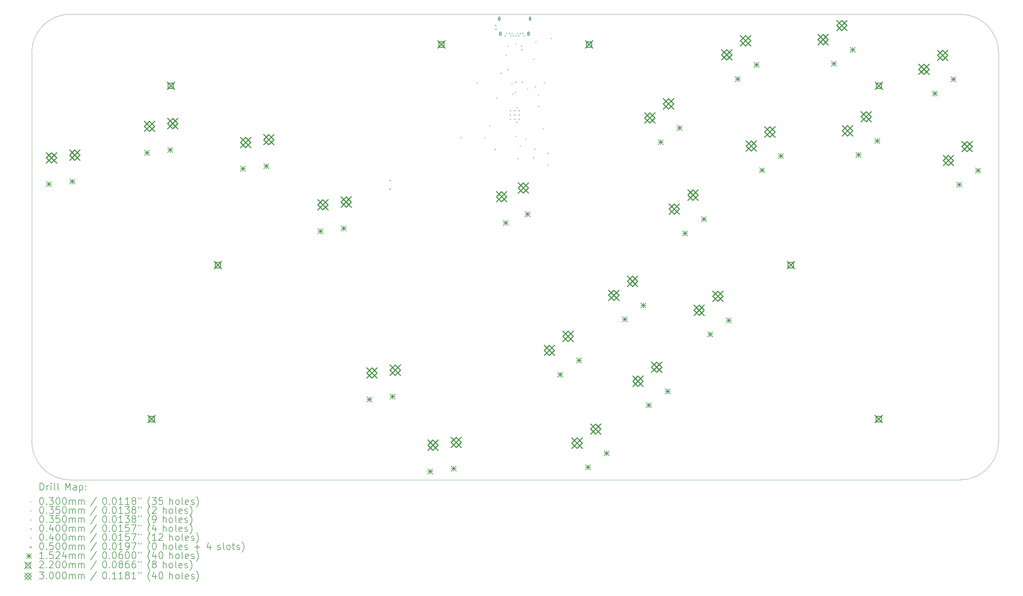
<source format=gbr>
%TF.GenerationSoftware,KiCad,Pcbnew,(7.0.0)*%
%TF.CreationDate,2023-03-15T12:29:32-07:00*%
%TF.ProjectId,OpenRectangle,4f70656e-5265-4637-9461-6e676c652e6b,rev?*%
%TF.SameCoordinates,Original*%
%TF.FileFunction,Drillmap*%
%TF.FilePolarity,Positive*%
%FSLAX45Y45*%
G04 Gerber Fmt 4.5, Leading zero omitted, Abs format (unit mm)*
G04 Created by KiCad (PCBNEW (7.0.0)) date 2023-03-15 12:29:32*
%MOMM*%
%LPD*%
G01*
G04 APERTURE LIST*
%ADD10C,0.100000*%
%ADD11C,0.200000*%
%ADD12C,0.030000*%
%ADD13C,0.035000*%
%ADD14C,0.040000*%
%ADD15C,0.050000*%
%ADD16C,0.152400*%
%ADD17C,0.220000*%
%ADD18C,0.300000*%
G04 APERTURE END LIST*
D10*
X6861000Y-16162000D02*
X32881000Y-16162000D01*
X32881000Y-2540000D02*
X6861000Y-2540000D01*
X6861000Y-2540000D02*
G75*
G03*
X5736000Y-3665000I0J-1125000D01*
G01*
X34006000Y-3665000D02*
G75*
G03*
X32881000Y-2540000I-1125000J0D01*
G01*
X5736000Y-3665000D02*
X5736000Y-15037000D01*
X34006000Y-3665000D02*
X34006000Y-15037000D01*
X5736000Y-15037000D02*
G75*
G03*
X6861000Y-16162000I1125000J0D01*
G01*
X32881000Y-16162000D02*
G75*
G03*
X34006000Y-15037000I0J1125000D01*
G01*
D11*
D12*
X18276109Y-6133109D02*
X18306109Y-6163109D01*
X18306109Y-6133109D02*
X18276109Y-6163109D01*
X18747750Y-4531500D02*
X18777750Y-4561500D01*
X18777750Y-4531500D02*
X18747750Y-4561500D01*
X18957950Y-6132960D02*
X18987950Y-6162960D01*
X18987950Y-6132960D02*
X18957950Y-6162960D01*
X19116275Y-5790402D02*
X19146275Y-5820402D01*
X19146275Y-5790402D02*
X19116275Y-5820402D01*
X19271500Y-6476202D02*
X19301500Y-6506202D01*
X19301500Y-6476202D02*
X19271500Y-6506202D01*
X19319475Y-4977602D02*
X19349475Y-5007602D01*
X19349475Y-4977602D02*
X19319475Y-5007602D01*
X19447000Y-4252000D02*
X19477000Y-4282000D01*
X19477000Y-4252000D02*
X19447000Y-4282000D01*
X19585000Y-3720000D02*
X19615000Y-3750000D01*
X19615000Y-3720000D02*
X19585000Y-3750000D01*
X19645000Y-4148000D02*
X19675000Y-4178000D01*
X19675000Y-4148000D02*
X19645000Y-4178000D01*
X19652000Y-3456000D02*
X19682000Y-3486000D01*
X19682000Y-3456000D02*
X19652000Y-3486000D01*
X19763975Y-4558502D02*
X19793975Y-4588502D01*
X19793975Y-4558502D02*
X19763975Y-4588502D01*
X19779500Y-4861725D02*
X19809500Y-4891725D01*
X19809500Y-4861725D02*
X19779500Y-4891725D01*
X19865575Y-4812502D02*
X19895575Y-4842502D01*
X19895575Y-4812502D02*
X19865575Y-4842502D01*
X19875100Y-4509289D02*
X19905100Y-4539289D01*
X19905100Y-4509289D02*
X19875100Y-4539289D01*
X19877800Y-3386000D02*
X19907800Y-3416000D01*
X19907800Y-3386000D02*
X19877800Y-3416000D01*
X19878275Y-6095202D02*
X19908275Y-6125202D01*
X19908275Y-6095202D02*
X19878275Y-6125202D01*
X19941775Y-6742902D02*
X19971775Y-6772902D01*
X19971775Y-6742902D02*
X19941775Y-6772902D01*
X20005275Y-6374602D02*
X20035275Y-6404602D01*
X20035275Y-6374602D02*
X20005275Y-6404602D01*
X20037000Y-3456000D02*
X20067000Y-3486000D01*
X20067000Y-3456000D02*
X20037000Y-3486000D01*
X20046000Y-3566000D02*
X20076000Y-3596000D01*
X20076000Y-3566000D02*
X20046000Y-3596000D01*
X20065600Y-4509289D02*
X20095600Y-4539289D01*
X20095600Y-4509289D02*
X20065600Y-4539289D01*
X20170375Y-6184102D02*
X20200375Y-6214102D01*
X20200375Y-6184102D02*
X20170375Y-6214102D01*
X20221175Y-4710902D02*
X20251175Y-4740902D01*
X20251175Y-4710902D02*
X20221175Y-4740902D01*
X20386274Y-6724000D02*
X20416274Y-6754000D01*
X20416274Y-6724000D02*
X20386274Y-6754000D01*
X20402000Y-3842000D02*
X20432000Y-3872000D01*
X20432000Y-3842000D02*
X20402000Y-3872000D01*
X20426274Y-6472000D02*
X20456274Y-6502000D01*
X20456274Y-6472000D02*
X20426274Y-6502000D01*
X20450000Y-4648500D02*
X20480000Y-4678500D01*
X20480000Y-4648500D02*
X20450000Y-4678500D01*
X20460000Y-3335050D02*
X20490000Y-3365050D01*
X20490000Y-3335050D02*
X20460000Y-3365050D01*
X20538675Y-4892000D02*
X20568675Y-4922000D01*
X20568675Y-4892000D02*
X20538675Y-4922000D01*
X20541000Y-5223000D02*
X20571000Y-5253000D01*
X20571000Y-5223000D02*
X20541000Y-5253000D01*
X20675200Y-5868189D02*
X20705200Y-5898189D01*
X20705200Y-5868189D02*
X20675200Y-5898189D01*
X20711000Y-4532500D02*
X20741000Y-4562500D01*
X20741000Y-4532500D02*
X20711000Y-4562500D01*
X20819050Y-6594000D02*
X20849050Y-6624000D01*
X20849050Y-6594000D02*
X20819050Y-6624000D01*
X20819391Y-6927391D02*
X20849391Y-6957391D01*
X20849391Y-6927391D02*
X20819391Y-6957391D01*
X20911159Y-3231841D02*
X20941159Y-3261841D01*
X20941159Y-3231841D02*
X20911159Y-3261841D01*
D13*
X19936175Y-5699450D02*
G75*
G03*
X19936175Y-5699450I-17500J0D01*
G01*
X19948875Y-5275725D02*
G75*
G03*
X19948875Y-5275725I-17500J0D01*
G01*
X19730500Y-5344500D02*
X19730500Y-5379500D01*
X19713000Y-5362000D02*
X19748000Y-5362000D01*
X19730500Y-5472000D02*
X19730500Y-5507000D01*
X19713000Y-5489500D02*
X19748000Y-5489500D01*
X19730500Y-5599500D02*
X19730500Y-5634500D01*
X19713000Y-5617000D02*
X19748000Y-5617000D01*
X19858000Y-5344500D02*
X19858000Y-5379500D01*
X19840500Y-5362000D02*
X19875500Y-5362000D01*
X19858000Y-5472000D02*
X19858000Y-5507000D01*
X19840500Y-5489500D02*
X19875500Y-5489500D01*
X19858000Y-5599500D02*
X19858000Y-5634500D01*
X19840500Y-5617000D02*
X19875500Y-5617000D01*
X19985500Y-5344500D02*
X19985500Y-5379500D01*
X19968000Y-5362000D02*
X20003000Y-5362000D01*
X19985500Y-5472000D02*
X19985500Y-5507000D01*
X19968000Y-5489500D02*
X20003000Y-5489500D01*
X19985500Y-5599500D02*
X19985500Y-5634500D01*
X19968000Y-5617000D02*
X20003000Y-5617000D01*
D14*
X16227142Y-7419142D02*
X16227142Y-7390858D01*
X16198858Y-7390858D01*
X16198858Y-7419142D01*
X16227142Y-7419142D01*
X16227142Y-7669142D02*
X16227142Y-7640858D01*
X16198858Y-7640858D01*
X16198858Y-7669142D01*
X16227142Y-7669142D01*
X19314142Y-2878142D02*
X19314142Y-2849858D01*
X19285858Y-2849858D01*
X19285858Y-2878142D01*
X19314142Y-2878142D01*
X19324142Y-2988142D02*
X19324142Y-2959858D01*
X19295858Y-2959858D01*
X19295858Y-2988142D01*
X19324142Y-2988142D01*
X19577850Y-3191000D02*
X19597850Y-3171000D01*
X19577850Y-3151000D01*
X19557850Y-3171000D01*
X19577850Y-3191000D01*
X19617850Y-3121000D02*
X19637850Y-3101000D01*
X19617850Y-3081000D01*
X19597850Y-3101000D01*
X19617850Y-3121000D01*
X19697850Y-3121000D02*
X19717850Y-3101000D01*
X19697850Y-3081000D01*
X19677850Y-3101000D01*
X19697850Y-3121000D01*
X19737850Y-3191000D02*
X19757850Y-3171000D01*
X19737850Y-3151000D01*
X19717850Y-3171000D01*
X19737850Y-3191000D01*
X19777850Y-3121000D02*
X19797850Y-3101000D01*
X19777850Y-3081000D01*
X19757850Y-3101000D01*
X19777850Y-3121000D01*
X19817850Y-3191000D02*
X19837850Y-3171000D01*
X19817850Y-3151000D01*
X19797850Y-3171000D01*
X19817850Y-3191000D01*
X19897850Y-3191000D02*
X19917850Y-3171000D01*
X19897850Y-3151000D01*
X19877850Y-3171000D01*
X19897850Y-3191000D01*
X19937850Y-3121000D02*
X19957850Y-3101000D01*
X19937850Y-3081000D01*
X19917850Y-3101000D01*
X19937850Y-3121000D01*
X19977850Y-3191000D02*
X19997850Y-3171000D01*
X19977850Y-3151000D01*
X19957850Y-3171000D01*
X19977850Y-3191000D01*
X20017850Y-3121000D02*
X20037850Y-3101000D01*
X20017850Y-3081000D01*
X19997850Y-3101000D01*
X20017850Y-3121000D01*
X20097850Y-3121000D02*
X20117850Y-3101000D01*
X20097850Y-3081000D01*
X20077850Y-3101000D01*
X20097850Y-3121000D01*
X20137850Y-3191000D02*
X20157850Y-3171000D01*
X20137850Y-3151000D01*
X20117850Y-3171000D01*
X20137850Y-3191000D01*
D15*
X19383850Y-2647000D02*
X19433850Y-2697000D01*
X19433850Y-2647000D02*
X19383850Y-2697000D01*
X19433850Y-2672000D02*
G75*
G03*
X19433850Y-2672000I-25000J0D01*
G01*
D11*
X19433850Y-2702000D02*
X19433850Y-2642000D01*
X19433850Y-2642000D02*
G75*
G03*
X19383850Y-2642000I-25000J0D01*
G01*
X19383850Y-2642000D02*
X19383850Y-2702000D01*
X19383850Y-2702000D02*
G75*
G03*
X19433850Y-2702000I25000J0D01*
G01*
D15*
X19412350Y-3086000D02*
X19462350Y-3136000D01*
X19462350Y-3086000D02*
X19412350Y-3136000D01*
X19462350Y-3111000D02*
G75*
G03*
X19462350Y-3111000I-25000J0D01*
G01*
D11*
X19462350Y-3141000D02*
X19462350Y-3081000D01*
X19462350Y-3081000D02*
G75*
G03*
X19412350Y-3081000I-25000J0D01*
G01*
X19412350Y-3081000D02*
X19412350Y-3141000D01*
X19412350Y-3141000D02*
G75*
G03*
X19462350Y-3141000I25000J0D01*
G01*
D15*
X20238350Y-3086000D02*
X20288350Y-3136000D01*
X20288350Y-3086000D02*
X20238350Y-3136000D01*
X20288350Y-3111000D02*
G75*
G03*
X20288350Y-3111000I-25000J0D01*
G01*
D11*
X20288350Y-3141000D02*
X20288350Y-3081000D01*
X20288350Y-3081000D02*
G75*
G03*
X20238350Y-3081000I-25000J0D01*
G01*
X20238350Y-3081000D02*
X20238350Y-3141000D01*
X20238350Y-3141000D02*
G75*
G03*
X20288350Y-3141000I25000J0D01*
G01*
D15*
X20281850Y-2647000D02*
X20331850Y-2697000D01*
X20331850Y-2647000D02*
X20281850Y-2697000D01*
X20331850Y-2672000D02*
G75*
G03*
X20331850Y-2672000I-25000J0D01*
G01*
D11*
X20331850Y-2702000D02*
X20331850Y-2642000D01*
X20331850Y-2642000D02*
G75*
G03*
X20281850Y-2642000I-25000J0D01*
G01*
X20281850Y-2642000D02*
X20281850Y-2702000D01*
X20281850Y-2702000D02*
G75*
G03*
X20331850Y-2702000I25000J0D01*
G01*
D16*
X6166572Y-7435962D02*
X6318972Y-7588362D01*
X6318972Y-7435962D02*
X6166572Y-7588362D01*
X6242772Y-7435962D02*
X6242772Y-7588362D01*
X6166572Y-7512162D02*
X6318972Y-7512162D01*
X6845675Y-7354967D02*
X6998075Y-7507367D01*
X6998075Y-7354967D02*
X6845675Y-7507367D01*
X6921875Y-7354967D02*
X6921875Y-7507367D01*
X6845675Y-7431167D02*
X6998075Y-7431167D01*
X9030386Y-6515508D02*
X9182786Y-6667908D01*
X9182786Y-6515508D02*
X9030386Y-6667908D01*
X9106586Y-6515508D02*
X9106586Y-6667908D01*
X9030386Y-6591708D02*
X9182786Y-6591708D01*
X9709489Y-6434513D02*
X9861889Y-6586913D01*
X9861889Y-6434513D02*
X9709489Y-6586913D01*
X9785689Y-6434513D02*
X9785689Y-6586913D01*
X9709489Y-6510713D02*
X9861889Y-6510713D01*
X11839919Y-6986104D02*
X11992319Y-7138504D01*
X11992319Y-6986104D02*
X11839919Y-7138504D01*
X11916119Y-6986104D02*
X11916119Y-7138504D01*
X11839919Y-7062304D02*
X11992319Y-7062304D01*
X12519022Y-6905109D02*
X12671422Y-7057509D01*
X12671422Y-6905109D02*
X12519022Y-7057509D01*
X12595222Y-6905109D02*
X12595222Y-7057509D01*
X12519022Y-6981309D02*
X12671422Y-6981309D01*
X14102128Y-8810057D02*
X14254528Y-8962457D01*
X14254528Y-8810057D02*
X14102128Y-8962457D01*
X14178328Y-8810057D02*
X14178328Y-8962457D01*
X14102128Y-8886257D02*
X14254528Y-8886257D01*
X14781231Y-8729062D02*
X14933631Y-8881462D01*
X14933631Y-8729062D02*
X14781231Y-8881462D01*
X14857431Y-8729062D02*
X14857431Y-8881462D01*
X14781231Y-8805262D02*
X14933631Y-8805262D01*
X15534744Y-13729112D02*
X15687144Y-13881512D01*
X15687144Y-13729112D02*
X15534744Y-13881512D01*
X15610944Y-13729112D02*
X15610944Y-13881512D01*
X15534744Y-13805312D02*
X15687144Y-13805312D01*
X16213847Y-13648117D02*
X16366247Y-13800517D01*
X16366247Y-13648117D02*
X16213847Y-13800517D01*
X16290047Y-13648117D02*
X16290047Y-13800517D01*
X16213847Y-13724317D02*
X16366247Y-13724317D01*
X17318105Y-15839489D02*
X17470505Y-15991889D01*
X17470505Y-15839489D02*
X17318105Y-15991889D01*
X17394305Y-15839489D02*
X17394305Y-15991889D01*
X17318105Y-15915689D02*
X17470505Y-15915689D01*
X17997208Y-15758494D02*
X18149608Y-15910894D01*
X18149608Y-15758494D02*
X17997208Y-15910894D01*
X18073408Y-15758494D02*
X18073408Y-15910894D01*
X17997208Y-15834694D02*
X18149608Y-15834694D01*
X19527650Y-8564487D02*
X19680050Y-8716887D01*
X19680050Y-8564487D02*
X19527650Y-8716887D01*
X19603850Y-8564487D02*
X19603850Y-8716887D01*
X19527650Y-8640687D02*
X19680050Y-8640687D01*
X20162650Y-8310487D02*
X20315050Y-8462887D01*
X20315050Y-8310487D02*
X20162650Y-8462887D01*
X20238850Y-8310487D02*
X20238850Y-8462887D01*
X20162650Y-8386687D02*
X20315050Y-8386687D01*
X21117553Y-13001574D02*
X21269953Y-13153974D01*
X21269953Y-13001574D02*
X21117553Y-13153974D01*
X21193753Y-13001574D02*
X21193753Y-13153974D01*
X21117553Y-13077774D02*
X21269953Y-13077774D01*
X21665176Y-12591879D02*
X21817576Y-12744279D01*
X21817576Y-12591879D02*
X21665176Y-12744279D01*
X21741376Y-12591879D02*
X21741376Y-12744279D01*
X21665176Y-12668079D02*
X21817576Y-12668079D01*
X21924680Y-15713814D02*
X22077080Y-15866214D01*
X22077080Y-15713814D02*
X21924680Y-15866214D01*
X22000880Y-15713814D02*
X22000880Y-15866214D01*
X21924680Y-15790014D02*
X22077080Y-15790014D01*
X22472303Y-15304119D02*
X22624703Y-15456519D01*
X22624703Y-15304119D02*
X22472303Y-15456519D01*
X22548503Y-15304119D02*
X22548503Y-15456519D01*
X22472303Y-15380319D02*
X22624703Y-15380319D01*
X23000791Y-11391126D02*
X23153191Y-11543526D01*
X23153191Y-11391126D02*
X23000791Y-11543526D01*
X23076991Y-11391126D02*
X23076991Y-11543526D01*
X23000791Y-11467326D02*
X23153191Y-11467326D01*
X23548414Y-10981431D02*
X23700814Y-11133831D01*
X23700814Y-10981431D02*
X23548414Y-11133831D01*
X23624614Y-10981431D02*
X23624614Y-11133831D01*
X23548414Y-11057631D02*
X23700814Y-11057631D01*
X23707919Y-13903366D02*
X23860319Y-14055766D01*
X23860319Y-13903366D02*
X23707919Y-14055766D01*
X23784119Y-13903366D02*
X23784119Y-14055766D01*
X23707919Y-13979566D02*
X23860319Y-13979566D01*
X24053658Y-6202743D02*
X24206058Y-6355143D01*
X24206058Y-6202743D02*
X24053658Y-6355143D01*
X24129858Y-6202743D02*
X24129858Y-6355143D01*
X24053658Y-6278943D02*
X24206058Y-6278943D01*
X24255541Y-13493671D02*
X24407941Y-13646071D01*
X24407941Y-13493671D02*
X24255541Y-13646071D01*
X24331741Y-13493671D02*
X24331741Y-13646071D01*
X24255541Y-13569871D02*
X24407941Y-13569871D01*
X24601281Y-5793048D02*
X24753681Y-5945448D01*
X24753681Y-5793048D02*
X24601281Y-5945448D01*
X24677481Y-5793048D02*
X24677481Y-5945448D01*
X24601281Y-5869248D02*
X24753681Y-5869248D01*
X24768232Y-8869568D02*
X24920632Y-9021968D01*
X24920632Y-8869568D02*
X24768232Y-9021968D01*
X24844432Y-8869568D02*
X24844432Y-9021968D01*
X24768232Y-8945768D02*
X24920632Y-8945768D01*
X25315854Y-8459872D02*
X25468254Y-8612272D01*
X25468254Y-8459872D02*
X25315854Y-8612272D01*
X25392054Y-8459872D02*
X25392054Y-8612272D01*
X25315854Y-8536072D02*
X25468254Y-8536072D01*
X25497447Y-11827985D02*
X25649847Y-11980385D01*
X25649847Y-11827985D02*
X25497447Y-11980385D01*
X25573647Y-11827985D02*
X25573647Y-11980385D01*
X25497447Y-11904185D02*
X25649847Y-11904185D01*
X26045070Y-11418290D02*
X26197470Y-11570690D01*
X26197470Y-11418290D02*
X26045070Y-11570690D01*
X26121270Y-11418290D02*
X26121270Y-11570690D01*
X26045070Y-11494490D02*
X26197470Y-11494490D01*
X26304621Y-4357682D02*
X26457021Y-4510082D01*
X26457021Y-4357682D02*
X26304621Y-4510082D01*
X26380821Y-4357682D02*
X26380821Y-4510082D01*
X26304621Y-4433882D02*
X26457021Y-4433882D01*
X26852244Y-3947987D02*
X27004644Y-4100387D01*
X27004644Y-3947987D02*
X26852244Y-4100387D01*
X26928444Y-3947987D02*
X26928444Y-4100387D01*
X26852244Y-4024187D02*
X27004644Y-4024187D01*
X27019220Y-7024603D02*
X27171620Y-7177003D01*
X27171620Y-7024603D02*
X27019220Y-7177003D01*
X27095420Y-7024603D02*
X27095420Y-7177003D01*
X27019220Y-7100803D02*
X27171620Y-7100803D01*
X27566843Y-6614908D02*
X27719243Y-6767308D01*
X27719243Y-6614908D02*
X27566843Y-6767308D01*
X27643043Y-6614908D02*
X27643043Y-6767308D01*
X27566843Y-6691108D02*
X27719243Y-6691108D01*
X29120502Y-3911164D02*
X29272902Y-4063564D01*
X29272902Y-3911164D02*
X29120502Y-4063564D01*
X29196702Y-3911164D02*
X29196702Y-4063564D01*
X29120502Y-3987364D02*
X29272902Y-3987364D01*
X29668125Y-3501468D02*
X29820525Y-3653868D01*
X29820525Y-3501468D02*
X29668125Y-3653868D01*
X29744325Y-3501468D02*
X29744325Y-3653868D01*
X29668125Y-3577668D02*
X29820525Y-3577668D01*
X29835102Y-6578085D02*
X29987502Y-6730485D01*
X29987502Y-6578085D02*
X29835102Y-6730485D01*
X29911302Y-6578085D02*
X29911302Y-6730485D01*
X29835102Y-6654285D02*
X29987502Y-6654285D01*
X30382724Y-6168390D02*
X30535124Y-6320790D01*
X30535124Y-6168390D02*
X30382724Y-6320790D01*
X30458924Y-6168390D02*
X30458924Y-6320790D01*
X30382724Y-6244590D02*
X30535124Y-6244590D01*
X32068492Y-4781421D02*
X32220892Y-4933821D01*
X32220892Y-4781421D02*
X32068492Y-4933821D01*
X32144692Y-4781421D02*
X32144692Y-4933821D01*
X32068492Y-4857621D02*
X32220892Y-4857621D01*
X32616115Y-4371726D02*
X32768515Y-4524126D01*
X32768515Y-4371726D02*
X32616115Y-4524126D01*
X32692315Y-4371726D02*
X32692315Y-4524126D01*
X32616115Y-4447926D02*
X32768515Y-4447926D01*
X32783091Y-7448342D02*
X32935491Y-7600742D01*
X32935491Y-7448342D02*
X32783091Y-7600742D01*
X32859291Y-7448342D02*
X32859291Y-7600742D01*
X32783091Y-7524542D02*
X32935491Y-7524542D01*
X33330714Y-7038647D02*
X33483114Y-7191047D01*
X33483114Y-7038647D02*
X33330714Y-7191047D01*
X33406914Y-7038647D02*
X33406914Y-7191047D01*
X33330714Y-7114847D02*
X33483114Y-7114847D01*
D17*
X9129500Y-14270000D02*
X9349500Y-14490000D01*
X9349500Y-14270000D02*
X9129500Y-14490000D01*
X9317283Y-14457782D02*
X9317283Y-14302217D01*
X9161718Y-14302217D01*
X9161718Y-14457782D01*
X9317283Y-14457782D01*
X9690000Y-4521338D02*
X9910000Y-4741338D01*
X9910000Y-4521338D02*
X9690000Y-4741338D01*
X9877783Y-4709121D02*
X9877783Y-4553556D01*
X9722218Y-4553556D01*
X9722218Y-4709121D01*
X9877783Y-4709121D01*
X11066500Y-9766000D02*
X11286500Y-9986000D01*
X11286500Y-9766000D02*
X11066500Y-9986000D01*
X11254282Y-9953783D02*
X11254282Y-9798218D01*
X11098718Y-9798218D01*
X11098718Y-9953783D01*
X11254282Y-9953783D01*
X17600000Y-3314000D02*
X17820000Y-3534000D01*
X17820000Y-3314000D02*
X17600000Y-3534000D01*
X17787783Y-3501782D02*
X17787783Y-3346217D01*
X17632218Y-3346217D01*
X17632218Y-3501782D01*
X17787783Y-3501782D01*
X21919000Y-3314000D02*
X22139000Y-3534000D01*
X22139000Y-3314000D02*
X21919000Y-3534000D01*
X22106783Y-3501782D02*
X22106783Y-3346217D01*
X21951218Y-3346217D01*
X21951218Y-3501782D01*
X22106783Y-3501782D01*
X27817500Y-9766000D02*
X28037500Y-9986000D01*
X28037500Y-9766000D02*
X27817500Y-9986000D01*
X28005282Y-9953783D02*
X28005282Y-9798218D01*
X27849717Y-9798218D01*
X27849717Y-9953783D01*
X28005282Y-9953783D01*
X30389500Y-14270000D02*
X30609500Y-14490000D01*
X30609500Y-14270000D02*
X30389500Y-14490000D01*
X30577282Y-14457782D02*
X30577282Y-14302217D01*
X30421717Y-14302217D01*
X30421717Y-14457782D01*
X30577282Y-14457782D01*
X30396000Y-4521338D02*
X30616000Y-4741338D01*
X30616000Y-4521338D02*
X30396000Y-4741338D01*
X30583782Y-4709121D02*
X30583782Y-4553556D01*
X30428217Y-4553556D01*
X30428217Y-4709121D01*
X30583782Y-4709121D01*
D18*
X6167320Y-6593257D02*
X6467320Y-6893257D01*
X6467320Y-6593257D02*
X6167320Y-6893257D01*
X6317320Y-6893257D02*
X6467320Y-6743257D01*
X6317320Y-6593257D01*
X6167320Y-6743257D01*
X6317320Y-6893257D01*
X6846423Y-6512262D02*
X7146423Y-6812262D01*
X7146423Y-6512262D02*
X6846423Y-6812262D01*
X6996423Y-6812262D02*
X7146423Y-6662262D01*
X6996423Y-6512262D01*
X6846423Y-6662262D01*
X6996423Y-6812262D01*
X9031133Y-5672803D02*
X9331133Y-5972803D01*
X9331133Y-5672803D02*
X9031133Y-5972803D01*
X9181133Y-5972803D02*
X9331133Y-5822803D01*
X9181133Y-5672803D01*
X9031133Y-5822803D01*
X9181133Y-5972803D01*
X9710236Y-5591808D02*
X10010236Y-5891808D01*
X10010236Y-5591808D02*
X9710236Y-5891808D01*
X9860236Y-5891808D02*
X10010236Y-5741808D01*
X9860236Y-5591808D01*
X9710236Y-5741808D01*
X9860236Y-5891808D01*
X11840666Y-6143399D02*
X12140666Y-6443399D01*
X12140666Y-6143399D02*
X11840666Y-6443399D01*
X11990666Y-6443399D02*
X12140666Y-6293399D01*
X11990666Y-6143399D01*
X11840666Y-6293399D01*
X11990666Y-6443399D01*
X12519769Y-6062403D02*
X12819769Y-6362403D01*
X12819769Y-6062403D02*
X12519769Y-6362403D01*
X12669769Y-6362403D02*
X12819769Y-6212403D01*
X12669769Y-6062403D01*
X12519769Y-6212403D01*
X12669769Y-6362403D01*
X14102876Y-7967351D02*
X14402876Y-8267351D01*
X14402876Y-7967351D02*
X14102876Y-8267351D01*
X14252876Y-8267351D02*
X14402876Y-8117351D01*
X14252876Y-7967351D01*
X14102876Y-8117351D01*
X14252876Y-8267351D01*
X14781979Y-7886356D02*
X15081979Y-8186356D01*
X15081979Y-7886356D02*
X14781979Y-8186356D01*
X14931979Y-8186356D02*
X15081979Y-8036356D01*
X14931979Y-7886356D01*
X14781979Y-8036356D01*
X14931979Y-8186356D01*
X15535492Y-12886406D02*
X15835492Y-13186406D01*
X15835492Y-12886406D02*
X15535492Y-13186406D01*
X15685492Y-13186406D02*
X15835492Y-13036406D01*
X15685492Y-12886406D01*
X15535492Y-13036406D01*
X15685492Y-13186406D01*
X16214595Y-12805411D02*
X16514595Y-13105411D01*
X16514595Y-12805411D02*
X16214595Y-13105411D01*
X16364595Y-13105411D02*
X16514595Y-12955411D01*
X16364595Y-12805411D01*
X16214595Y-12955411D01*
X16364595Y-13105411D01*
X17318853Y-14996783D02*
X17618853Y-15296783D01*
X17618853Y-14996783D02*
X17318853Y-15296783D01*
X17468853Y-15296783D02*
X17618853Y-15146783D01*
X17468853Y-14996783D01*
X17318853Y-15146783D01*
X17468853Y-15296783D01*
X17997956Y-14915788D02*
X18297956Y-15215788D01*
X18297956Y-14915788D02*
X17997956Y-15215788D01*
X18147956Y-15215788D02*
X18297956Y-15065788D01*
X18147956Y-14915788D01*
X17997956Y-15065788D01*
X18147956Y-15215788D01*
X19326850Y-7728687D02*
X19626850Y-8028687D01*
X19626850Y-7728687D02*
X19326850Y-8028687D01*
X19476850Y-8028687D02*
X19626850Y-7878687D01*
X19476850Y-7728687D01*
X19326850Y-7878687D01*
X19476850Y-8028687D01*
X19961850Y-7474687D02*
X20261850Y-7774687D01*
X20261850Y-7474687D02*
X19961850Y-7774687D01*
X20111850Y-7774687D02*
X20261850Y-7624687D01*
X20111850Y-7474687D01*
X19961850Y-7624687D01*
X20111850Y-7774687D01*
X20723860Y-12224609D02*
X21023860Y-12524609D01*
X21023860Y-12224609D02*
X20723860Y-12524609D01*
X20873860Y-12524609D02*
X21023860Y-12374609D01*
X20873860Y-12224609D01*
X20723860Y-12374609D01*
X20873860Y-12524609D01*
X21271483Y-11814913D02*
X21571483Y-12114913D01*
X21571483Y-11814913D02*
X21271483Y-12114913D01*
X21421483Y-12114913D02*
X21571483Y-11964913D01*
X21421483Y-11814913D01*
X21271483Y-11964913D01*
X21421483Y-12114913D01*
X21530988Y-14936848D02*
X21830988Y-15236848D01*
X21830988Y-14936848D02*
X21530988Y-15236848D01*
X21680988Y-15236848D02*
X21830988Y-15086848D01*
X21680988Y-14936848D01*
X21530988Y-15086848D01*
X21680988Y-15236848D01*
X22078611Y-14527153D02*
X22378610Y-14827153D01*
X22378610Y-14527153D02*
X22078611Y-14827153D01*
X22228611Y-14827153D02*
X22378610Y-14677153D01*
X22228611Y-14527153D01*
X22078611Y-14677153D01*
X22228611Y-14827153D01*
X22607099Y-10614161D02*
X22907099Y-10914161D01*
X22907099Y-10614161D02*
X22607099Y-10914161D01*
X22757099Y-10914161D02*
X22907099Y-10764161D01*
X22757099Y-10614161D01*
X22607099Y-10764161D01*
X22757099Y-10914161D01*
X23154722Y-10204466D02*
X23454722Y-10504466D01*
X23454722Y-10204466D02*
X23154722Y-10504466D01*
X23304722Y-10504466D02*
X23454722Y-10354466D01*
X23304722Y-10204466D01*
X23154722Y-10354466D01*
X23304722Y-10504466D01*
X23314226Y-13126401D02*
X23614226Y-13426401D01*
X23614226Y-13126401D02*
X23314226Y-13426401D01*
X23464226Y-13426401D02*
X23614226Y-13276401D01*
X23464226Y-13126401D01*
X23314226Y-13276401D01*
X23464226Y-13426401D01*
X23659965Y-5425778D02*
X23959965Y-5725778D01*
X23959965Y-5425778D02*
X23659965Y-5725778D01*
X23809965Y-5725778D02*
X23959965Y-5575778D01*
X23809965Y-5425778D01*
X23659965Y-5575778D01*
X23809965Y-5725778D01*
X23861849Y-12716705D02*
X24161849Y-13016705D01*
X24161849Y-12716705D02*
X23861849Y-13016705D01*
X24011849Y-13016705D02*
X24161849Y-12866705D01*
X24011849Y-12716705D01*
X23861849Y-12866705D01*
X24011849Y-13016705D01*
X24207588Y-5016082D02*
X24507588Y-5316082D01*
X24507588Y-5016082D02*
X24207588Y-5316082D01*
X24357588Y-5316082D02*
X24507588Y-5166082D01*
X24357588Y-5016082D01*
X24207588Y-5166082D01*
X24357588Y-5316082D01*
X24374539Y-8092602D02*
X24674539Y-8392602D01*
X24674539Y-8092602D02*
X24374539Y-8392602D01*
X24524539Y-8392602D02*
X24674539Y-8242602D01*
X24524539Y-8092602D01*
X24374539Y-8242602D01*
X24524539Y-8392602D01*
X24922162Y-7682907D02*
X25222162Y-7982907D01*
X25222162Y-7682907D02*
X24922162Y-7982907D01*
X25072162Y-7982907D02*
X25222162Y-7832907D01*
X25072162Y-7682907D01*
X24922162Y-7832907D01*
X25072162Y-7982907D01*
X25103754Y-11051020D02*
X25403754Y-11351020D01*
X25403754Y-11051020D02*
X25103754Y-11351020D01*
X25253754Y-11351020D02*
X25403754Y-11201020D01*
X25253754Y-11051020D01*
X25103754Y-11201020D01*
X25253754Y-11351020D01*
X25651377Y-10641324D02*
X25951377Y-10941324D01*
X25951377Y-10641324D02*
X25651377Y-10941324D01*
X25801377Y-10941324D02*
X25951377Y-10791324D01*
X25801377Y-10641324D01*
X25651377Y-10791324D01*
X25801377Y-10941324D01*
X25910928Y-3580717D02*
X26210928Y-3880717D01*
X26210928Y-3580717D02*
X25910928Y-3880717D01*
X26060928Y-3880717D02*
X26210928Y-3730717D01*
X26060928Y-3580717D01*
X25910928Y-3730717D01*
X26060928Y-3880717D01*
X26458551Y-3171021D02*
X26758551Y-3471021D01*
X26758551Y-3171021D02*
X26458551Y-3471021D01*
X26608551Y-3471021D02*
X26758551Y-3321021D01*
X26608551Y-3171021D01*
X26458551Y-3321021D01*
X26608551Y-3471021D01*
X26625527Y-6247638D02*
X26925527Y-6547638D01*
X26925527Y-6247638D02*
X26625527Y-6547638D01*
X26775527Y-6547638D02*
X26925527Y-6397638D01*
X26775527Y-6247638D01*
X26625527Y-6397638D01*
X26775527Y-6547638D01*
X27173150Y-5837942D02*
X27473150Y-6137942D01*
X27473150Y-5837942D02*
X27173150Y-6137942D01*
X27323150Y-6137942D02*
X27473150Y-5987942D01*
X27323150Y-5837942D01*
X27173150Y-5987942D01*
X27323150Y-6137942D01*
X28726809Y-3134198D02*
X29026809Y-3434198D01*
X29026809Y-3134198D02*
X28726809Y-3434198D01*
X28876809Y-3434198D02*
X29026809Y-3284198D01*
X28876809Y-3134198D01*
X28726809Y-3284198D01*
X28876809Y-3434198D01*
X29274432Y-2724503D02*
X29574432Y-3024503D01*
X29574432Y-2724503D02*
X29274432Y-3024503D01*
X29424432Y-3024503D02*
X29574432Y-2874503D01*
X29424432Y-2724503D01*
X29274432Y-2874503D01*
X29424432Y-3024503D01*
X29441409Y-5801119D02*
X29741409Y-6101119D01*
X29741409Y-5801119D02*
X29441409Y-6101119D01*
X29591409Y-6101119D02*
X29741409Y-5951119D01*
X29591409Y-5801119D01*
X29441409Y-5951119D01*
X29591409Y-6101119D01*
X29989032Y-5391424D02*
X30289032Y-5691424D01*
X30289032Y-5391424D02*
X29989032Y-5691424D01*
X30139032Y-5691424D02*
X30289032Y-5541424D01*
X30139032Y-5391424D01*
X29989032Y-5541424D01*
X30139032Y-5691424D01*
X31674799Y-4004456D02*
X31974799Y-4304456D01*
X31974799Y-4004456D02*
X31674799Y-4304456D01*
X31824799Y-4304456D02*
X31974799Y-4154456D01*
X31824799Y-4004456D01*
X31674799Y-4154456D01*
X31824799Y-4304456D01*
X32222422Y-3594760D02*
X32522422Y-3894760D01*
X32522422Y-3594760D02*
X32222422Y-3894760D01*
X32372422Y-3894760D02*
X32522422Y-3744760D01*
X32372422Y-3594760D01*
X32222422Y-3744760D01*
X32372422Y-3894760D01*
X32389398Y-6671377D02*
X32689398Y-6971377D01*
X32689398Y-6671377D02*
X32389398Y-6971377D01*
X32539398Y-6971377D02*
X32689398Y-6821377D01*
X32539398Y-6671377D01*
X32389398Y-6821377D01*
X32539398Y-6971377D01*
X32937021Y-6261681D02*
X33237021Y-6561681D01*
X33237021Y-6261681D02*
X32937021Y-6561681D01*
X33087021Y-6561681D02*
X33237021Y-6411681D01*
X33087021Y-6261681D01*
X32937021Y-6411681D01*
X33087021Y-6561681D01*
D11*
X5978619Y-16460476D02*
X5978619Y-16260476D01*
X5978619Y-16260476D02*
X6026238Y-16260476D01*
X6026238Y-16260476D02*
X6054809Y-16270000D01*
X6054809Y-16270000D02*
X6073857Y-16289048D01*
X6073857Y-16289048D02*
X6083381Y-16308095D01*
X6083381Y-16308095D02*
X6092905Y-16346190D01*
X6092905Y-16346190D02*
X6092905Y-16374762D01*
X6092905Y-16374762D02*
X6083381Y-16412857D01*
X6083381Y-16412857D02*
X6073857Y-16431905D01*
X6073857Y-16431905D02*
X6054809Y-16450952D01*
X6054809Y-16450952D02*
X6026238Y-16460476D01*
X6026238Y-16460476D02*
X5978619Y-16460476D01*
X6178619Y-16460476D02*
X6178619Y-16327143D01*
X6178619Y-16365238D02*
X6188143Y-16346190D01*
X6188143Y-16346190D02*
X6197667Y-16336667D01*
X6197667Y-16336667D02*
X6216714Y-16327143D01*
X6216714Y-16327143D02*
X6235762Y-16327143D01*
X6302428Y-16460476D02*
X6302428Y-16327143D01*
X6302428Y-16260476D02*
X6292905Y-16270000D01*
X6292905Y-16270000D02*
X6302428Y-16279524D01*
X6302428Y-16279524D02*
X6311952Y-16270000D01*
X6311952Y-16270000D02*
X6302428Y-16260476D01*
X6302428Y-16260476D02*
X6302428Y-16279524D01*
X6426238Y-16460476D02*
X6407190Y-16450952D01*
X6407190Y-16450952D02*
X6397667Y-16431905D01*
X6397667Y-16431905D02*
X6397667Y-16260476D01*
X6531000Y-16460476D02*
X6511952Y-16450952D01*
X6511952Y-16450952D02*
X6502428Y-16431905D01*
X6502428Y-16431905D02*
X6502428Y-16260476D01*
X6727190Y-16460476D02*
X6727190Y-16260476D01*
X6727190Y-16260476D02*
X6793857Y-16403333D01*
X6793857Y-16403333D02*
X6860524Y-16260476D01*
X6860524Y-16260476D02*
X6860524Y-16460476D01*
X7041476Y-16460476D02*
X7041476Y-16355714D01*
X7041476Y-16355714D02*
X7031952Y-16336667D01*
X7031952Y-16336667D02*
X7012905Y-16327143D01*
X7012905Y-16327143D02*
X6974809Y-16327143D01*
X6974809Y-16327143D02*
X6955762Y-16336667D01*
X7041476Y-16450952D02*
X7022428Y-16460476D01*
X7022428Y-16460476D02*
X6974809Y-16460476D01*
X6974809Y-16460476D02*
X6955762Y-16450952D01*
X6955762Y-16450952D02*
X6946238Y-16431905D01*
X6946238Y-16431905D02*
X6946238Y-16412857D01*
X6946238Y-16412857D02*
X6955762Y-16393809D01*
X6955762Y-16393809D02*
X6974809Y-16384286D01*
X6974809Y-16384286D02*
X7022428Y-16384286D01*
X7022428Y-16384286D02*
X7041476Y-16374762D01*
X7136714Y-16327143D02*
X7136714Y-16527143D01*
X7136714Y-16336667D02*
X7155762Y-16327143D01*
X7155762Y-16327143D02*
X7193857Y-16327143D01*
X7193857Y-16327143D02*
X7212905Y-16336667D01*
X7212905Y-16336667D02*
X7222428Y-16346190D01*
X7222428Y-16346190D02*
X7231952Y-16365238D01*
X7231952Y-16365238D02*
X7231952Y-16422381D01*
X7231952Y-16422381D02*
X7222428Y-16441428D01*
X7222428Y-16441428D02*
X7212905Y-16450952D01*
X7212905Y-16450952D02*
X7193857Y-16460476D01*
X7193857Y-16460476D02*
X7155762Y-16460476D01*
X7155762Y-16460476D02*
X7136714Y-16450952D01*
X7317667Y-16441428D02*
X7327190Y-16450952D01*
X7327190Y-16450952D02*
X7317667Y-16460476D01*
X7317667Y-16460476D02*
X7308143Y-16450952D01*
X7308143Y-16450952D02*
X7317667Y-16441428D01*
X7317667Y-16441428D02*
X7317667Y-16460476D01*
X7317667Y-16336667D02*
X7327190Y-16346190D01*
X7327190Y-16346190D02*
X7317667Y-16355714D01*
X7317667Y-16355714D02*
X7308143Y-16346190D01*
X7308143Y-16346190D02*
X7317667Y-16336667D01*
X7317667Y-16336667D02*
X7317667Y-16355714D01*
D12*
X5701000Y-16792000D02*
X5731000Y-16822000D01*
X5731000Y-16792000D02*
X5701000Y-16822000D01*
D11*
X6016714Y-16680476D02*
X6035762Y-16680476D01*
X6035762Y-16680476D02*
X6054809Y-16690000D01*
X6054809Y-16690000D02*
X6064333Y-16699524D01*
X6064333Y-16699524D02*
X6073857Y-16718571D01*
X6073857Y-16718571D02*
X6083381Y-16756667D01*
X6083381Y-16756667D02*
X6083381Y-16804286D01*
X6083381Y-16804286D02*
X6073857Y-16842381D01*
X6073857Y-16842381D02*
X6064333Y-16861429D01*
X6064333Y-16861429D02*
X6054809Y-16870952D01*
X6054809Y-16870952D02*
X6035762Y-16880476D01*
X6035762Y-16880476D02*
X6016714Y-16880476D01*
X6016714Y-16880476D02*
X5997667Y-16870952D01*
X5997667Y-16870952D02*
X5988143Y-16861429D01*
X5988143Y-16861429D02*
X5978619Y-16842381D01*
X5978619Y-16842381D02*
X5969095Y-16804286D01*
X5969095Y-16804286D02*
X5969095Y-16756667D01*
X5969095Y-16756667D02*
X5978619Y-16718571D01*
X5978619Y-16718571D02*
X5988143Y-16699524D01*
X5988143Y-16699524D02*
X5997667Y-16690000D01*
X5997667Y-16690000D02*
X6016714Y-16680476D01*
X6169095Y-16861429D02*
X6178619Y-16870952D01*
X6178619Y-16870952D02*
X6169095Y-16880476D01*
X6169095Y-16880476D02*
X6159571Y-16870952D01*
X6159571Y-16870952D02*
X6169095Y-16861429D01*
X6169095Y-16861429D02*
X6169095Y-16880476D01*
X6245286Y-16680476D02*
X6369095Y-16680476D01*
X6369095Y-16680476D02*
X6302428Y-16756667D01*
X6302428Y-16756667D02*
X6331000Y-16756667D01*
X6331000Y-16756667D02*
X6350048Y-16766190D01*
X6350048Y-16766190D02*
X6359571Y-16775714D01*
X6359571Y-16775714D02*
X6369095Y-16794762D01*
X6369095Y-16794762D02*
X6369095Y-16842381D01*
X6369095Y-16842381D02*
X6359571Y-16861429D01*
X6359571Y-16861429D02*
X6350048Y-16870952D01*
X6350048Y-16870952D02*
X6331000Y-16880476D01*
X6331000Y-16880476D02*
X6273857Y-16880476D01*
X6273857Y-16880476D02*
X6254809Y-16870952D01*
X6254809Y-16870952D02*
X6245286Y-16861429D01*
X6492905Y-16680476D02*
X6511952Y-16680476D01*
X6511952Y-16680476D02*
X6531000Y-16690000D01*
X6531000Y-16690000D02*
X6540524Y-16699524D01*
X6540524Y-16699524D02*
X6550048Y-16718571D01*
X6550048Y-16718571D02*
X6559571Y-16756667D01*
X6559571Y-16756667D02*
X6559571Y-16804286D01*
X6559571Y-16804286D02*
X6550048Y-16842381D01*
X6550048Y-16842381D02*
X6540524Y-16861429D01*
X6540524Y-16861429D02*
X6531000Y-16870952D01*
X6531000Y-16870952D02*
X6511952Y-16880476D01*
X6511952Y-16880476D02*
X6492905Y-16880476D01*
X6492905Y-16880476D02*
X6473857Y-16870952D01*
X6473857Y-16870952D02*
X6464333Y-16861429D01*
X6464333Y-16861429D02*
X6454809Y-16842381D01*
X6454809Y-16842381D02*
X6445286Y-16804286D01*
X6445286Y-16804286D02*
X6445286Y-16756667D01*
X6445286Y-16756667D02*
X6454809Y-16718571D01*
X6454809Y-16718571D02*
X6464333Y-16699524D01*
X6464333Y-16699524D02*
X6473857Y-16690000D01*
X6473857Y-16690000D02*
X6492905Y-16680476D01*
X6683381Y-16680476D02*
X6702429Y-16680476D01*
X6702429Y-16680476D02*
X6721476Y-16690000D01*
X6721476Y-16690000D02*
X6731000Y-16699524D01*
X6731000Y-16699524D02*
X6740524Y-16718571D01*
X6740524Y-16718571D02*
X6750048Y-16756667D01*
X6750048Y-16756667D02*
X6750048Y-16804286D01*
X6750048Y-16804286D02*
X6740524Y-16842381D01*
X6740524Y-16842381D02*
X6731000Y-16861429D01*
X6731000Y-16861429D02*
X6721476Y-16870952D01*
X6721476Y-16870952D02*
X6702429Y-16880476D01*
X6702429Y-16880476D02*
X6683381Y-16880476D01*
X6683381Y-16880476D02*
X6664333Y-16870952D01*
X6664333Y-16870952D02*
X6654809Y-16861429D01*
X6654809Y-16861429D02*
X6645286Y-16842381D01*
X6645286Y-16842381D02*
X6635762Y-16804286D01*
X6635762Y-16804286D02*
X6635762Y-16756667D01*
X6635762Y-16756667D02*
X6645286Y-16718571D01*
X6645286Y-16718571D02*
X6654809Y-16699524D01*
X6654809Y-16699524D02*
X6664333Y-16690000D01*
X6664333Y-16690000D02*
X6683381Y-16680476D01*
X6835762Y-16880476D02*
X6835762Y-16747143D01*
X6835762Y-16766190D02*
X6845286Y-16756667D01*
X6845286Y-16756667D02*
X6864333Y-16747143D01*
X6864333Y-16747143D02*
X6892905Y-16747143D01*
X6892905Y-16747143D02*
X6911952Y-16756667D01*
X6911952Y-16756667D02*
X6921476Y-16775714D01*
X6921476Y-16775714D02*
X6921476Y-16880476D01*
X6921476Y-16775714D02*
X6931000Y-16756667D01*
X6931000Y-16756667D02*
X6950048Y-16747143D01*
X6950048Y-16747143D02*
X6978619Y-16747143D01*
X6978619Y-16747143D02*
X6997667Y-16756667D01*
X6997667Y-16756667D02*
X7007190Y-16775714D01*
X7007190Y-16775714D02*
X7007190Y-16880476D01*
X7102429Y-16880476D02*
X7102429Y-16747143D01*
X7102429Y-16766190D02*
X7111952Y-16756667D01*
X7111952Y-16756667D02*
X7131000Y-16747143D01*
X7131000Y-16747143D02*
X7159571Y-16747143D01*
X7159571Y-16747143D02*
X7178619Y-16756667D01*
X7178619Y-16756667D02*
X7188143Y-16775714D01*
X7188143Y-16775714D02*
X7188143Y-16880476D01*
X7188143Y-16775714D02*
X7197667Y-16756667D01*
X7197667Y-16756667D02*
X7216714Y-16747143D01*
X7216714Y-16747143D02*
X7245286Y-16747143D01*
X7245286Y-16747143D02*
X7264333Y-16756667D01*
X7264333Y-16756667D02*
X7273857Y-16775714D01*
X7273857Y-16775714D02*
X7273857Y-16880476D01*
X7631952Y-16670952D02*
X7460524Y-16928095D01*
X7856714Y-16680476D02*
X7875762Y-16680476D01*
X7875762Y-16680476D02*
X7894810Y-16690000D01*
X7894810Y-16690000D02*
X7904333Y-16699524D01*
X7904333Y-16699524D02*
X7913857Y-16718571D01*
X7913857Y-16718571D02*
X7923381Y-16756667D01*
X7923381Y-16756667D02*
X7923381Y-16804286D01*
X7923381Y-16804286D02*
X7913857Y-16842381D01*
X7913857Y-16842381D02*
X7904333Y-16861429D01*
X7904333Y-16861429D02*
X7894810Y-16870952D01*
X7894810Y-16870952D02*
X7875762Y-16880476D01*
X7875762Y-16880476D02*
X7856714Y-16880476D01*
X7856714Y-16880476D02*
X7837667Y-16870952D01*
X7837667Y-16870952D02*
X7828143Y-16861429D01*
X7828143Y-16861429D02*
X7818619Y-16842381D01*
X7818619Y-16842381D02*
X7809095Y-16804286D01*
X7809095Y-16804286D02*
X7809095Y-16756667D01*
X7809095Y-16756667D02*
X7818619Y-16718571D01*
X7818619Y-16718571D02*
X7828143Y-16699524D01*
X7828143Y-16699524D02*
X7837667Y-16690000D01*
X7837667Y-16690000D02*
X7856714Y-16680476D01*
X8009095Y-16861429D02*
X8018619Y-16870952D01*
X8018619Y-16870952D02*
X8009095Y-16880476D01*
X8009095Y-16880476D02*
X7999571Y-16870952D01*
X7999571Y-16870952D02*
X8009095Y-16861429D01*
X8009095Y-16861429D02*
X8009095Y-16880476D01*
X8142429Y-16680476D02*
X8161476Y-16680476D01*
X8161476Y-16680476D02*
X8180524Y-16690000D01*
X8180524Y-16690000D02*
X8190048Y-16699524D01*
X8190048Y-16699524D02*
X8199571Y-16718571D01*
X8199571Y-16718571D02*
X8209095Y-16756667D01*
X8209095Y-16756667D02*
X8209095Y-16804286D01*
X8209095Y-16804286D02*
X8199571Y-16842381D01*
X8199571Y-16842381D02*
X8190048Y-16861429D01*
X8190048Y-16861429D02*
X8180524Y-16870952D01*
X8180524Y-16870952D02*
X8161476Y-16880476D01*
X8161476Y-16880476D02*
X8142429Y-16880476D01*
X8142429Y-16880476D02*
X8123381Y-16870952D01*
X8123381Y-16870952D02*
X8113857Y-16861429D01*
X8113857Y-16861429D02*
X8104333Y-16842381D01*
X8104333Y-16842381D02*
X8094810Y-16804286D01*
X8094810Y-16804286D02*
X8094810Y-16756667D01*
X8094810Y-16756667D02*
X8104333Y-16718571D01*
X8104333Y-16718571D02*
X8113857Y-16699524D01*
X8113857Y-16699524D02*
X8123381Y-16690000D01*
X8123381Y-16690000D02*
X8142429Y-16680476D01*
X8399572Y-16880476D02*
X8285286Y-16880476D01*
X8342429Y-16880476D02*
X8342429Y-16680476D01*
X8342429Y-16680476D02*
X8323381Y-16709048D01*
X8323381Y-16709048D02*
X8304333Y-16728095D01*
X8304333Y-16728095D02*
X8285286Y-16737619D01*
X8590048Y-16880476D02*
X8475762Y-16880476D01*
X8532905Y-16880476D02*
X8532905Y-16680476D01*
X8532905Y-16680476D02*
X8513857Y-16709048D01*
X8513857Y-16709048D02*
X8494810Y-16728095D01*
X8494810Y-16728095D02*
X8475762Y-16737619D01*
X8704333Y-16766190D02*
X8685286Y-16756667D01*
X8685286Y-16756667D02*
X8675762Y-16747143D01*
X8675762Y-16747143D02*
X8666238Y-16728095D01*
X8666238Y-16728095D02*
X8666238Y-16718571D01*
X8666238Y-16718571D02*
X8675762Y-16699524D01*
X8675762Y-16699524D02*
X8685286Y-16690000D01*
X8685286Y-16690000D02*
X8704333Y-16680476D01*
X8704333Y-16680476D02*
X8742429Y-16680476D01*
X8742429Y-16680476D02*
X8761476Y-16690000D01*
X8761476Y-16690000D02*
X8771000Y-16699524D01*
X8771000Y-16699524D02*
X8780524Y-16718571D01*
X8780524Y-16718571D02*
X8780524Y-16728095D01*
X8780524Y-16728095D02*
X8771000Y-16747143D01*
X8771000Y-16747143D02*
X8761476Y-16756667D01*
X8761476Y-16756667D02*
X8742429Y-16766190D01*
X8742429Y-16766190D02*
X8704333Y-16766190D01*
X8704333Y-16766190D02*
X8685286Y-16775714D01*
X8685286Y-16775714D02*
X8675762Y-16785238D01*
X8675762Y-16785238D02*
X8666238Y-16804286D01*
X8666238Y-16804286D02*
X8666238Y-16842381D01*
X8666238Y-16842381D02*
X8675762Y-16861429D01*
X8675762Y-16861429D02*
X8685286Y-16870952D01*
X8685286Y-16870952D02*
X8704333Y-16880476D01*
X8704333Y-16880476D02*
X8742429Y-16880476D01*
X8742429Y-16880476D02*
X8761476Y-16870952D01*
X8761476Y-16870952D02*
X8771000Y-16861429D01*
X8771000Y-16861429D02*
X8780524Y-16842381D01*
X8780524Y-16842381D02*
X8780524Y-16804286D01*
X8780524Y-16804286D02*
X8771000Y-16785238D01*
X8771000Y-16785238D02*
X8761476Y-16775714D01*
X8761476Y-16775714D02*
X8742429Y-16766190D01*
X8856714Y-16680476D02*
X8856714Y-16718571D01*
X8932905Y-16680476D02*
X8932905Y-16718571D01*
X9195762Y-16956667D02*
X9186238Y-16947143D01*
X9186238Y-16947143D02*
X9167191Y-16918571D01*
X9167191Y-16918571D02*
X9157667Y-16899524D01*
X9157667Y-16899524D02*
X9148143Y-16870952D01*
X9148143Y-16870952D02*
X9138619Y-16823333D01*
X9138619Y-16823333D02*
X9138619Y-16785238D01*
X9138619Y-16785238D02*
X9148143Y-16737619D01*
X9148143Y-16737619D02*
X9157667Y-16709048D01*
X9157667Y-16709048D02*
X9167191Y-16690000D01*
X9167191Y-16690000D02*
X9186238Y-16661428D01*
X9186238Y-16661428D02*
X9195762Y-16651905D01*
X9252905Y-16680476D02*
X9376714Y-16680476D01*
X9376714Y-16680476D02*
X9310048Y-16756667D01*
X9310048Y-16756667D02*
X9338619Y-16756667D01*
X9338619Y-16756667D02*
X9357667Y-16766190D01*
X9357667Y-16766190D02*
X9367191Y-16775714D01*
X9367191Y-16775714D02*
X9376714Y-16794762D01*
X9376714Y-16794762D02*
X9376714Y-16842381D01*
X9376714Y-16842381D02*
X9367191Y-16861429D01*
X9367191Y-16861429D02*
X9357667Y-16870952D01*
X9357667Y-16870952D02*
X9338619Y-16880476D01*
X9338619Y-16880476D02*
X9281476Y-16880476D01*
X9281476Y-16880476D02*
X9262429Y-16870952D01*
X9262429Y-16870952D02*
X9252905Y-16861429D01*
X9557667Y-16680476D02*
X9462429Y-16680476D01*
X9462429Y-16680476D02*
X9452905Y-16775714D01*
X9452905Y-16775714D02*
X9462429Y-16766190D01*
X9462429Y-16766190D02*
X9481476Y-16756667D01*
X9481476Y-16756667D02*
X9529095Y-16756667D01*
X9529095Y-16756667D02*
X9548143Y-16766190D01*
X9548143Y-16766190D02*
X9557667Y-16775714D01*
X9557667Y-16775714D02*
X9567191Y-16794762D01*
X9567191Y-16794762D02*
X9567191Y-16842381D01*
X9567191Y-16842381D02*
X9557667Y-16861429D01*
X9557667Y-16861429D02*
X9548143Y-16870952D01*
X9548143Y-16870952D02*
X9529095Y-16880476D01*
X9529095Y-16880476D02*
X9481476Y-16880476D01*
X9481476Y-16880476D02*
X9462429Y-16870952D01*
X9462429Y-16870952D02*
X9452905Y-16861429D01*
X9772905Y-16880476D02*
X9772905Y-16680476D01*
X9858619Y-16880476D02*
X9858619Y-16775714D01*
X9858619Y-16775714D02*
X9849095Y-16756667D01*
X9849095Y-16756667D02*
X9830048Y-16747143D01*
X9830048Y-16747143D02*
X9801476Y-16747143D01*
X9801476Y-16747143D02*
X9782429Y-16756667D01*
X9782429Y-16756667D02*
X9772905Y-16766190D01*
X9982429Y-16880476D02*
X9963381Y-16870952D01*
X9963381Y-16870952D02*
X9953857Y-16861429D01*
X9953857Y-16861429D02*
X9944334Y-16842381D01*
X9944334Y-16842381D02*
X9944334Y-16785238D01*
X9944334Y-16785238D02*
X9953857Y-16766190D01*
X9953857Y-16766190D02*
X9963381Y-16756667D01*
X9963381Y-16756667D02*
X9982429Y-16747143D01*
X9982429Y-16747143D02*
X10011000Y-16747143D01*
X10011000Y-16747143D02*
X10030048Y-16756667D01*
X10030048Y-16756667D02*
X10039572Y-16766190D01*
X10039572Y-16766190D02*
X10049095Y-16785238D01*
X10049095Y-16785238D02*
X10049095Y-16842381D01*
X10049095Y-16842381D02*
X10039572Y-16861429D01*
X10039572Y-16861429D02*
X10030048Y-16870952D01*
X10030048Y-16870952D02*
X10011000Y-16880476D01*
X10011000Y-16880476D02*
X9982429Y-16880476D01*
X10163381Y-16880476D02*
X10144334Y-16870952D01*
X10144334Y-16870952D02*
X10134810Y-16851905D01*
X10134810Y-16851905D02*
X10134810Y-16680476D01*
X10315762Y-16870952D02*
X10296715Y-16880476D01*
X10296715Y-16880476D02*
X10258619Y-16880476D01*
X10258619Y-16880476D02*
X10239572Y-16870952D01*
X10239572Y-16870952D02*
X10230048Y-16851905D01*
X10230048Y-16851905D02*
X10230048Y-16775714D01*
X10230048Y-16775714D02*
X10239572Y-16756667D01*
X10239572Y-16756667D02*
X10258619Y-16747143D01*
X10258619Y-16747143D02*
X10296715Y-16747143D01*
X10296715Y-16747143D02*
X10315762Y-16756667D01*
X10315762Y-16756667D02*
X10325286Y-16775714D01*
X10325286Y-16775714D02*
X10325286Y-16794762D01*
X10325286Y-16794762D02*
X10230048Y-16813810D01*
X10401476Y-16870952D02*
X10420524Y-16880476D01*
X10420524Y-16880476D02*
X10458619Y-16880476D01*
X10458619Y-16880476D02*
X10477667Y-16870952D01*
X10477667Y-16870952D02*
X10487191Y-16851905D01*
X10487191Y-16851905D02*
X10487191Y-16842381D01*
X10487191Y-16842381D02*
X10477667Y-16823333D01*
X10477667Y-16823333D02*
X10458619Y-16813810D01*
X10458619Y-16813810D02*
X10430048Y-16813810D01*
X10430048Y-16813810D02*
X10411000Y-16804286D01*
X10411000Y-16804286D02*
X10401476Y-16785238D01*
X10401476Y-16785238D02*
X10401476Y-16775714D01*
X10401476Y-16775714D02*
X10411000Y-16756667D01*
X10411000Y-16756667D02*
X10430048Y-16747143D01*
X10430048Y-16747143D02*
X10458619Y-16747143D01*
X10458619Y-16747143D02*
X10477667Y-16756667D01*
X10553857Y-16956667D02*
X10563381Y-16947143D01*
X10563381Y-16947143D02*
X10582429Y-16918571D01*
X10582429Y-16918571D02*
X10591953Y-16899524D01*
X10591953Y-16899524D02*
X10601476Y-16870952D01*
X10601476Y-16870952D02*
X10611000Y-16823333D01*
X10611000Y-16823333D02*
X10611000Y-16785238D01*
X10611000Y-16785238D02*
X10601476Y-16737619D01*
X10601476Y-16737619D02*
X10591953Y-16709048D01*
X10591953Y-16709048D02*
X10582429Y-16690000D01*
X10582429Y-16690000D02*
X10563381Y-16661428D01*
X10563381Y-16661428D02*
X10553857Y-16651905D01*
D13*
X5731000Y-17071000D02*
G75*
G03*
X5731000Y-17071000I-17500J0D01*
G01*
D11*
X6016714Y-16944476D02*
X6035762Y-16944476D01*
X6035762Y-16944476D02*
X6054809Y-16954000D01*
X6054809Y-16954000D02*
X6064333Y-16963524D01*
X6064333Y-16963524D02*
X6073857Y-16982571D01*
X6073857Y-16982571D02*
X6083381Y-17020667D01*
X6083381Y-17020667D02*
X6083381Y-17068286D01*
X6083381Y-17068286D02*
X6073857Y-17106381D01*
X6073857Y-17106381D02*
X6064333Y-17125429D01*
X6064333Y-17125429D02*
X6054809Y-17134952D01*
X6054809Y-17134952D02*
X6035762Y-17144476D01*
X6035762Y-17144476D02*
X6016714Y-17144476D01*
X6016714Y-17144476D02*
X5997667Y-17134952D01*
X5997667Y-17134952D02*
X5988143Y-17125429D01*
X5988143Y-17125429D02*
X5978619Y-17106381D01*
X5978619Y-17106381D02*
X5969095Y-17068286D01*
X5969095Y-17068286D02*
X5969095Y-17020667D01*
X5969095Y-17020667D02*
X5978619Y-16982571D01*
X5978619Y-16982571D02*
X5988143Y-16963524D01*
X5988143Y-16963524D02*
X5997667Y-16954000D01*
X5997667Y-16954000D02*
X6016714Y-16944476D01*
X6169095Y-17125429D02*
X6178619Y-17134952D01*
X6178619Y-17134952D02*
X6169095Y-17144476D01*
X6169095Y-17144476D02*
X6159571Y-17134952D01*
X6159571Y-17134952D02*
X6169095Y-17125429D01*
X6169095Y-17125429D02*
X6169095Y-17144476D01*
X6245286Y-16944476D02*
X6369095Y-16944476D01*
X6369095Y-16944476D02*
X6302428Y-17020667D01*
X6302428Y-17020667D02*
X6331000Y-17020667D01*
X6331000Y-17020667D02*
X6350048Y-17030190D01*
X6350048Y-17030190D02*
X6359571Y-17039714D01*
X6359571Y-17039714D02*
X6369095Y-17058762D01*
X6369095Y-17058762D02*
X6369095Y-17106381D01*
X6369095Y-17106381D02*
X6359571Y-17125429D01*
X6359571Y-17125429D02*
X6350048Y-17134952D01*
X6350048Y-17134952D02*
X6331000Y-17144476D01*
X6331000Y-17144476D02*
X6273857Y-17144476D01*
X6273857Y-17144476D02*
X6254809Y-17134952D01*
X6254809Y-17134952D02*
X6245286Y-17125429D01*
X6550048Y-16944476D02*
X6454809Y-16944476D01*
X6454809Y-16944476D02*
X6445286Y-17039714D01*
X6445286Y-17039714D02*
X6454809Y-17030190D01*
X6454809Y-17030190D02*
X6473857Y-17020667D01*
X6473857Y-17020667D02*
X6521476Y-17020667D01*
X6521476Y-17020667D02*
X6540524Y-17030190D01*
X6540524Y-17030190D02*
X6550048Y-17039714D01*
X6550048Y-17039714D02*
X6559571Y-17058762D01*
X6559571Y-17058762D02*
X6559571Y-17106381D01*
X6559571Y-17106381D02*
X6550048Y-17125429D01*
X6550048Y-17125429D02*
X6540524Y-17134952D01*
X6540524Y-17134952D02*
X6521476Y-17144476D01*
X6521476Y-17144476D02*
X6473857Y-17144476D01*
X6473857Y-17144476D02*
X6454809Y-17134952D01*
X6454809Y-17134952D02*
X6445286Y-17125429D01*
X6683381Y-16944476D02*
X6702429Y-16944476D01*
X6702429Y-16944476D02*
X6721476Y-16954000D01*
X6721476Y-16954000D02*
X6731000Y-16963524D01*
X6731000Y-16963524D02*
X6740524Y-16982571D01*
X6740524Y-16982571D02*
X6750048Y-17020667D01*
X6750048Y-17020667D02*
X6750048Y-17068286D01*
X6750048Y-17068286D02*
X6740524Y-17106381D01*
X6740524Y-17106381D02*
X6731000Y-17125429D01*
X6731000Y-17125429D02*
X6721476Y-17134952D01*
X6721476Y-17134952D02*
X6702429Y-17144476D01*
X6702429Y-17144476D02*
X6683381Y-17144476D01*
X6683381Y-17144476D02*
X6664333Y-17134952D01*
X6664333Y-17134952D02*
X6654809Y-17125429D01*
X6654809Y-17125429D02*
X6645286Y-17106381D01*
X6645286Y-17106381D02*
X6635762Y-17068286D01*
X6635762Y-17068286D02*
X6635762Y-17020667D01*
X6635762Y-17020667D02*
X6645286Y-16982571D01*
X6645286Y-16982571D02*
X6654809Y-16963524D01*
X6654809Y-16963524D02*
X6664333Y-16954000D01*
X6664333Y-16954000D02*
X6683381Y-16944476D01*
X6835762Y-17144476D02*
X6835762Y-17011143D01*
X6835762Y-17030190D02*
X6845286Y-17020667D01*
X6845286Y-17020667D02*
X6864333Y-17011143D01*
X6864333Y-17011143D02*
X6892905Y-17011143D01*
X6892905Y-17011143D02*
X6911952Y-17020667D01*
X6911952Y-17020667D02*
X6921476Y-17039714D01*
X6921476Y-17039714D02*
X6921476Y-17144476D01*
X6921476Y-17039714D02*
X6931000Y-17020667D01*
X6931000Y-17020667D02*
X6950048Y-17011143D01*
X6950048Y-17011143D02*
X6978619Y-17011143D01*
X6978619Y-17011143D02*
X6997667Y-17020667D01*
X6997667Y-17020667D02*
X7007190Y-17039714D01*
X7007190Y-17039714D02*
X7007190Y-17144476D01*
X7102429Y-17144476D02*
X7102429Y-17011143D01*
X7102429Y-17030190D02*
X7111952Y-17020667D01*
X7111952Y-17020667D02*
X7131000Y-17011143D01*
X7131000Y-17011143D02*
X7159571Y-17011143D01*
X7159571Y-17011143D02*
X7178619Y-17020667D01*
X7178619Y-17020667D02*
X7188143Y-17039714D01*
X7188143Y-17039714D02*
X7188143Y-17144476D01*
X7188143Y-17039714D02*
X7197667Y-17020667D01*
X7197667Y-17020667D02*
X7216714Y-17011143D01*
X7216714Y-17011143D02*
X7245286Y-17011143D01*
X7245286Y-17011143D02*
X7264333Y-17020667D01*
X7264333Y-17020667D02*
X7273857Y-17039714D01*
X7273857Y-17039714D02*
X7273857Y-17144476D01*
X7631952Y-16934952D02*
X7460524Y-17192095D01*
X7856714Y-16944476D02*
X7875762Y-16944476D01*
X7875762Y-16944476D02*
X7894810Y-16954000D01*
X7894810Y-16954000D02*
X7904333Y-16963524D01*
X7904333Y-16963524D02*
X7913857Y-16982571D01*
X7913857Y-16982571D02*
X7923381Y-17020667D01*
X7923381Y-17020667D02*
X7923381Y-17068286D01*
X7923381Y-17068286D02*
X7913857Y-17106381D01*
X7913857Y-17106381D02*
X7904333Y-17125429D01*
X7904333Y-17125429D02*
X7894810Y-17134952D01*
X7894810Y-17134952D02*
X7875762Y-17144476D01*
X7875762Y-17144476D02*
X7856714Y-17144476D01*
X7856714Y-17144476D02*
X7837667Y-17134952D01*
X7837667Y-17134952D02*
X7828143Y-17125429D01*
X7828143Y-17125429D02*
X7818619Y-17106381D01*
X7818619Y-17106381D02*
X7809095Y-17068286D01*
X7809095Y-17068286D02*
X7809095Y-17020667D01*
X7809095Y-17020667D02*
X7818619Y-16982571D01*
X7818619Y-16982571D02*
X7828143Y-16963524D01*
X7828143Y-16963524D02*
X7837667Y-16954000D01*
X7837667Y-16954000D02*
X7856714Y-16944476D01*
X8009095Y-17125429D02*
X8018619Y-17134952D01*
X8018619Y-17134952D02*
X8009095Y-17144476D01*
X8009095Y-17144476D02*
X7999571Y-17134952D01*
X7999571Y-17134952D02*
X8009095Y-17125429D01*
X8009095Y-17125429D02*
X8009095Y-17144476D01*
X8142429Y-16944476D02*
X8161476Y-16944476D01*
X8161476Y-16944476D02*
X8180524Y-16954000D01*
X8180524Y-16954000D02*
X8190048Y-16963524D01*
X8190048Y-16963524D02*
X8199571Y-16982571D01*
X8199571Y-16982571D02*
X8209095Y-17020667D01*
X8209095Y-17020667D02*
X8209095Y-17068286D01*
X8209095Y-17068286D02*
X8199571Y-17106381D01*
X8199571Y-17106381D02*
X8190048Y-17125429D01*
X8190048Y-17125429D02*
X8180524Y-17134952D01*
X8180524Y-17134952D02*
X8161476Y-17144476D01*
X8161476Y-17144476D02*
X8142429Y-17144476D01*
X8142429Y-17144476D02*
X8123381Y-17134952D01*
X8123381Y-17134952D02*
X8113857Y-17125429D01*
X8113857Y-17125429D02*
X8104333Y-17106381D01*
X8104333Y-17106381D02*
X8094810Y-17068286D01*
X8094810Y-17068286D02*
X8094810Y-17020667D01*
X8094810Y-17020667D02*
X8104333Y-16982571D01*
X8104333Y-16982571D02*
X8113857Y-16963524D01*
X8113857Y-16963524D02*
X8123381Y-16954000D01*
X8123381Y-16954000D02*
X8142429Y-16944476D01*
X8399572Y-17144476D02*
X8285286Y-17144476D01*
X8342429Y-17144476D02*
X8342429Y-16944476D01*
X8342429Y-16944476D02*
X8323381Y-16973048D01*
X8323381Y-16973048D02*
X8304333Y-16992095D01*
X8304333Y-16992095D02*
X8285286Y-17001619D01*
X8466238Y-16944476D02*
X8590048Y-16944476D01*
X8590048Y-16944476D02*
X8523381Y-17020667D01*
X8523381Y-17020667D02*
X8551953Y-17020667D01*
X8551953Y-17020667D02*
X8571000Y-17030190D01*
X8571000Y-17030190D02*
X8580524Y-17039714D01*
X8580524Y-17039714D02*
X8590048Y-17058762D01*
X8590048Y-17058762D02*
X8590048Y-17106381D01*
X8590048Y-17106381D02*
X8580524Y-17125429D01*
X8580524Y-17125429D02*
X8571000Y-17134952D01*
X8571000Y-17134952D02*
X8551953Y-17144476D01*
X8551953Y-17144476D02*
X8494810Y-17144476D01*
X8494810Y-17144476D02*
X8475762Y-17134952D01*
X8475762Y-17134952D02*
X8466238Y-17125429D01*
X8704333Y-17030190D02*
X8685286Y-17020667D01*
X8685286Y-17020667D02*
X8675762Y-17011143D01*
X8675762Y-17011143D02*
X8666238Y-16992095D01*
X8666238Y-16992095D02*
X8666238Y-16982571D01*
X8666238Y-16982571D02*
X8675762Y-16963524D01*
X8675762Y-16963524D02*
X8685286Y-16954000D01*
X8685286Y-16954000D02*
X8704333Y-16944476D01*
X8704333Y-16944476D02*
X8742429Y-16944476D01*
X8742429Y-16944476D02*
X8761476Y-16954000D01*
X8761476Y-16954000D02*
X8771000Y-16963524D01*
X8771000Y-16963524D02*
X8780524Y-16982571D01*
X8780524Y-16982571D02*
X8780524Y-16992095D01*
X8780524Y-16992095D02*
X8771000Y-17011143D01*
X8771000Y-17011143D02*
X8761476Y-17020667D01*
X8761476Y-17020667D02*
X8742429Y-17030190D01*
X8742429Y-17030190D02*
X8704333Y-17030190D01*
X8704333Y-17030190D02*
X8685286Y-17039714D01*
X8685286Y-17039714D02*
X8675762Y-17049238D01*
X8675762Y-17049238D02*
X8666238Y-17068286D01*
X8666238Y-17068286D02*
X8666238Y-17106381D01*
X8666238Y-17106381D02*
X8675762Y-17125429D01*
X8675762Y-17125429D02*
X8685286Y-17134952D01*
X8685286Y-17134952D02*
X8704333Y-17144476D01*
X8704333Y-17144476D02*
X8742429Y-17144476D01*
X8742429Y-17144476D02*
X8761476Y-17134952D01*
X8761476Y-17134952D02*
X8771000Y-17125429D01*
X8771000Y-17125429D02*
X8780524Y-17106381D01*
X8780524Y-17106381D02*
X8780524Y-17068286D01*
X8780524Y-17068286D02*
X8771000Y-17049238D01*
X8771000Y-17049238D02*
X8761476Y-17039714D01*
X8761476Y-17039714D02*
X8742429Y-17030190D01*
X8856714Y-16944476D02*
X8856714Y-16982571D01*
X8932905Y-16944476D02*
X8932905Y-16982571D01*
X9195762Y-17220667D02*
X9186238Y-17211143D01*
X9186238Y-17211143D02*
X9167191Y-17182571D01*
X9167191Y-17182571D02*
X9157667Y-17163524D01*
X9157667Y-17163524D02*
X9148143Y-17134952D01*
X9148143Y-17134952D02*
X9138619Y-17087333D01*
X9138619Y-17087333D02*
X9138619Y-17049238D01*
X9138619Y-17049238D02*
X9148143Y-17001619D01*
X9148143Y-17001619D02*
X9157667Y-16973048D01*
X9157667Y-16973048D02*
X9167191Y-16954000D01*
X9167191Y-16954000D02*
X9186238Y-16925429D01*
X9186238Y-16925429D02*
X9195762Y-16915905D01*
X9262429Y-16963524D02*
X9271953Y-16954000D01*
X9271953Y-16954000D02*
X9291000Y-16944476D01*
X9291000Y-16944476D02*
X9338619Y-16944476D01*
X9338619Y-16944476D02*
X9357667Y-16954000D01*
X9357667Y-16954000D02*
X9367191Y-16963524D01*
X9367191Y-16963524D02*
X9376714Y-16982571D01*
X9376714Y-16982571D02*
X9376714Y-17001619D01*
X9376714Y-17001619D02*
X9367191Y-17030190D01*
X9367191Y-17030190D02*
X9252905Y-17144476D01*
X9252905Y-17144476D02*
X9376714Y-17144476D01*
X9582429Y-17144476D02*
X9582429Y-16944476D01*
X9668143Y-17144476D02*
X9668143Y-17039714D01*
X9668143Y-17039714D02*
X9658619Y-17020667D01*
X9658619Y-17020667D02*
X9639572Y-17011143D01*
X9639572Y-17011143D02*
X9611000Y-17011143D01*
X9611000Y-17011143D02*
X9591953Y-17020667D01*
X9591953Y-17020667D02*
X9582429Y-17030190D01*
X9791953Y-17144476D02*
X9772905Y-17134952D01*
X9772905Y-17134952D02*
X9763381Y-17125429D01*
X9763381Y-17125429D02*
X9753857Y-17106381D01*
X9753857Y-17106381D02*
X9753857Y-17049238D01*
X9753857Y-17049238D02*
X9763381Y-17030190D01*
X9763381Y-17030190D02*
X9772905Y-17020667D01*
X9772905Y-17020667D02*
X9791953Y-17011143D01*
X9791953Y-17011143D02*
X9820524Y-17011143D01*
X9820524Y-17011143D02*
X9839572Y-17020667D01*
X9839572Y-17020667D02*
X9849095Y-17030190D01*
X9849095Y-17030190D02*
X9858619Y-17049238D01*
X9858619Y-17049238D02*
X9858619Y-17106381D01*
X9858619Y-17106381D02*
X9849095Y-17125429D01*
X9849095Y-17125429D02*
X9839572Y-17134952D01*
X9839572Y-17134952D02*
X9820524Y-17144476D01*
X9820524Y-17144476D02*
X9791953Y-17144476D01*
X9972905Y-17144476D02*
X9953857Y-17134952D01*
X9953857Y-17134952D02*
X9944334Y-17115905D01*
X9944334Y-17115905D02*
X9944334Y-16944476D01*
X10125286Y-17134952D02*
X10106238Y-17144476D01*
X10106238Y-17144476D02*
X10068143Y-17144476D01*
X10068143Y-17144476D02*
X10049095Y-17134952D01*
X10049095Y-17134952D02*
X10039572Y-17115905D01*
X10039572Y-17115905D02*
X10039572Y-17039714D01*
X10039572Y-17039714D02*
X10049095Y-17020667D01*
X10049095Y-17020667D02*
X10068143Y-17011143D01*
X10068143Y-17011143D02*
X10106238Y-17011143D01*
X10106238Y-17011143D02*
X10125286Y-17020667D01*
X10125286Y-17020667D02*
X10134810Y-17039714D01*
X10134810Y-17039714D02*
X10134810Y-17058762D01*
X10134810Y-17058762D02*
X10039572Y-17077810D01*
X10211000Y-17134952D02*
X10230048Y-17144476D01*
X10230048Y-17144476D02*
X10268143Y-17144476D01*
X10268143Y-17144476D02*
X10287191Y-17134952D01*
X10287191Y-17134952D02*
X10296715Y-17115905D01*
X10296715Y-17115905D02*
X10296715Y-17106381D01*
X10296715Y-17106381D02*
X10287191Y-17087333D01*
X10287191Y-17087333D02*
X10268143Y-17077810D01*
X10268143Y-17077810D02*
X10239572Y-17077810D01*
X10239572Y-17077810D02*
X10220524Y-17068286D01*
X10220524Y-17068286D02*
X10211000Y-17049238D01*
X10211000Y-17049238D02*
X10211000Y-17039714D01*
X10211000Y-17039714D02*
X10220524Y-17020667D01*
X10220524Y-17020667D02*
X10239572Y-17011143D01*
X10239572Y-17011143D02*
X10268143Y-17011143D01*
X10268143Y-17011143D02*
X10287191Y-17020667D01*
X10363381Y-17220667D02*
X10372905Y-17211143D01*
X10372905Y-17211143D02*
X10391953Y-17182571D01*
X10391953Y-17182571D02*
X10401476Y-17163524D01*
X10401476Y-17163524D02*
X10411000Y-17134952D01*
X10411000Y-17134952D02*
X10420524Y-17087333D01*
X10420524Y-17087333D02*
X10420524Y-17049238D01*
X10420524Y-17049238D02*
X10411000Y-17001619D01*
X10411000Y-17001619D02*
X10401476Y-16973048D01*
X10401476Y-16973048D02*
X10391953Y-16954000D01*
X10391953Y-16954000D02*
X10372905Y-16925429D01*
X10372905Y-16925429D02*
X10363381Y-16915905D01*
D13*
X5713500Y-17317500D02*
X5713500Y-17352500D01*
X5696000Y-17335000D02*
X5731000Y-17335000D01*
D11*
X6016714Y-17208476D02*
X6035762Y-17208476D01*
X6035762Y-17208476D02*
X6054809Y-17218000D01*
X6054809Y-17218000D02*
X6064333Y-17227524D01*
X6064333Y-17227524D02*
X6073857Y-17246571D01*
X6073857Y-17246571D02*
X6083381Y-17284667D01*
X6083381Y-17284667D02*
X6083381Y-17332286D01*
X6083381Y-17332286D02*
X6073857Y-17370381D01*
X6073857Y-17370381D02*
X6064333Y-17389429D01*
X6064333Y-17389429D02*
X6054809Y-17398952D01*
X6054809Y-17398952D02*
X6035762Y-17408476D01*
X6035762Y-17408476D02*
X6016714Y-17408476D01*
X6016714Y-17408476D02*
X5997667Y-17398952D01*
X5997667Y-17398952D02*
X5988143Y-17389429D01*
X5988143Y-17389429D02*
X5978619Y-17370381D01*
X5978619Y-17370381D02*
X5969095Y-17332286D01*
X5969095Y-17332286D02*
X5969095Y-17284667D01*
X5969095Y-17284667D02*
X5978619Y-17246571D01*
X5978619Y-17246571D02*
X5988143Y-17227524D01*
X5988143Y-17227524D02*
X5997667Y-17218000D01*
X5997667Y-17218000D02*
X6016714Y-17208476D01*
X6169095Y-17389429D02*
X6178619Y-17398952D01*
X6178619Y-17398952D02*
X6169095Y-17408476D01*
X6169095Y-17408476D02*
X6159571Y-17398952D01*
X6159571Y-17398952D02*
X6169095Y-17389429D01*
X6169095Y-17389429D02*
X6169095Y-17408476D01*
X6245286Y-17208476D02*
X6369095Y-17208476D01*
X6369095Y-17208476D02*
X6302428Y-17284667D01*
X6302428Y-17284667D02*
X6331000Y-17284667D01*
X6331000Y-17284667D02*
X6350048Y-17294190D01*
X6350048Y-17294190D02*
X6359571Y-17303714D01*
X6359571Y-17303714D02*
X6369095Y-17322762D01*
X6369095Y-17322762D02*
X6369095Y-17370381D01*
X6369095Y-17370381D02*
X6359571Y-17389429D01*
X6359571Y-17389429D02*
X6350048Y-17398952D01*
X6350048Y-17398952D02*
X6331000Y-17408476D01*
X6331000Y-17408476D02*
X6273857Y-17408476D01*
X6273857Y-17408476D02*
X6254809Y-17398952D01*
X6254809Y-17398952D02*
X6245286Y-17389429D01*
X6550048Y-17208476D02*
X6454809Y-17208476D01*
X6454809Y-17208476D02*
X6445286Y-17303714D01*
X6445286Y-17303714D02*
X6454809Y-17294190D01*
X6454809Y-17294190D02*
X6473857Y-17284667D01*
X6473857Y-17284667D02*
X6521476Y-17284667D01*
X6521476Y-17284667D02*
X6540524Y-17294190D01*
X6540524Y-17294190D02*
X6550048Y-17303714D01*
X6550048Y-17303714D02*
X6559571Y-17322762D01*
X6559571Y-17322762D02*
X6559571Y-17370381D01*
X6559571Y-17370381D02*
X6550048Y-17389429D01*
X6550048Y-17389429D02*
X6540524Y-17398952D01*
X6540524Y-17398952D02*
X6521476Y-17408476D01*
X6521476Y-17408476D02*
X6473857Y-17408476D01*
X6473857Y-17408476D02*
X6454809Y-17398952D01*
X6454809Y-17398952D02*
X6445286Y-17389429D01*
X6683381Y-17208476D02*
X6702429Y-17208476D01*
X6702429Y-17208476D02*
X6721476Y-17218000D01*
X6721476Y-17218000D02*
X6731000Y-17227524D01*
X6731000Y-17227524D02*
X6740524Y-17246571D01*
X6740524Y-17246571D02*
X6750048Y-17284667D01*
X6750048Y-17284667D02*
X6750048Y-17332286D01*
X6750048Y-17332286D02*
X6740524Y-17370381D01*
X6740524Y-17370381D02*
X6731000Y-17389429D01*
X6731000Y-17389429D02*
X6721476Y-17398952D01*
X6721476Y-17398952D02*
X6702429Y-17408476D01*
X6702429Y-17408476D02*
X6683381Y-17408476D01*
X6683381Y-17408476D02*
X6664333Y-17398952D01*
X6664333Y-17398952D02*
X6654809Y-17389429D01*
X6654809Y-17389429D02*
X6645286Y-17370381D01*
X6645286Y-17370381D02*
X6635762Y-17332286D01*
X6635762Y-17332286D02*
X6635762Y-17284667D01*
X6635762Y-17284667D02*
X6645286Y-17246571D01*
X6645286Y-17246571D02*
X6654809Y-17227524D01*
X6654809Y-17227524D02*
X6664333Y-17218000D01*
X6664333Y-17218000D02*
X6683381Y-17208476D01*
X6835762Y-17408476D02*
X6835762Y-17275143D01*
X6835762Y-17294190D02*
X6845286Y-17284667D01*
X6845286Y-17284667D02*
X6864333Y-17275143D01*
X6864333Y-17275143D02*
X6892905Y-17275143D01*
X6892905Y-17275143D02*
X6911952Y-17284667D01*
X6911952Y-17284667D02*
X6921476Y-17303714D01*
X6921476Y-17303714D02*
X6921476Y-17408476D01*
X6921476Y-17303714D02*
X6931000Y-17284667D01*
X6931000Y-17284667D02*
X6950048Y-17275143D01*
X6950048Y-17275143D02*
X6978619Y-17275143D01*
X6978619Y-17275143D02*
X6997667Y-17284667D01*
X6997667Y-17284667D02*
X7007190Y-17303714D01*
X7007190Y-17303714D02*
X7007190Y-17408476D01*
X7102429Y-17408476D02*
X7102429Y-17275143D01*
X7102429Y-17294190D02*
X7111952Y-17284667D01*
X7111952Y-17284667D02*
X7131000Y-17275143D01*
X7131000Y-17275143D02*
X7159571Y-17275143D01*
X7159571Y-17275143D02*
X7178619Y-17284667D01*
X7178619Y-17284667D02*
X7188143Y-17303714D01*
X7188143Y-17303714D02*
X7188143Y-17408476D01*
X7188143Y-17303714D02*
X7197667Y-17284667D01*
X7197667Y-17284667D02*
X7216714Y-17275143D01*
X7216714Y-17275143D02*
X7245286Y-17275143D01*
X7245286Y-17275143D02*
X7264333Y-17284667D01*
X7264333Y-17284667D02*
X7273857Y-17303714D01*
X7273857Y-17303714D02*
X7273857Y-17408476D01*
X7631952Y-17198952D02*
X7460524Y-17456095D01*
X7856714Y-17208476D02*
X7875762Y-17208476D01*
X7875762Y-17208476D02*
X7894810Y-17218000D01*
X7894810Y-17218000D02*
X7904333Y-17227524D01*
X7904333Y-17227524D02*
X7913857Y-17246571D01*
X7913857Y-17246571D02*
X7923381Y-17284667D01*
X7923381Y-17284667D02*
X7923381Y-17332286D01*
X7923381Y-17332286D02*
X7913857Y-17370381D01*
X7913857Y-17370381D02*
X7904333Y-17389429D01*
X7904333Y-17389429D02*
X7894810Y-17398952D01*
X7894810Y-17398952D02*
X7875762Y-17408476D01*
X7875762Y-17408476D02*
X7856714Y-17408476D01*
X7856714Y-17408476D02*
X7837667Y-17398952D01*
X7837667Y-17398952D02*
X7828143Y-17389429D01*
X7828143Y-17389429D02*
X7818619Y-17370381D01*
X7818619Y-17370381D02*
X7809095Y-17332286D01*
X7809095Y-17332286D02*
X7809095Y-17284667D01*
X7809095Y-17284667D02*
X7818619Y-17246571D01*
X7818619Y-17246571D02*
X7828143Y-17227524D01*
X7828143Y-17227524D02*
X7837667Y-17218000D01*
X7837667Y-17218000D02*
X7856714Y-17208476D01*
X8009095Y-17389429D02*
X8018619Y-17398952D01*
X8018619Y-17398952D02*
X8009095Y-17408476D01*
X8009095Y-17408476D02*
X7999571Y-17398952D01*
X7999571Y-17398952D02*
X8009095Y-17389429D01*
X8009095Y-17389429D02*
X8009095Y-17408476D01*
X8142429Y-17208476D02*
X8161476Y-17208476D01*
X8161476Y-17208476D02*
X8180524Y-17218000D01*
X8180524Y-17218000D02*
X8190048Y-17227524D01*
X8190048Y-17227524D02*
X8199571Y-17246571D01*
X8199571Y-17246571D02*
X8209095Y-17284667D01*
X8209095Y-17284667D02*
X8209095Y-17332286D01*
X8209095Y-17332286D02*
X8199571Y-17370381D01*
X8199571Y-17370381D02*
X8190048Y-17389429D01*
X8190048Y-17389429D02*
X8180524Y-17398952D01*
X8180524Y-17398952D02*
X8161476Y-17408476D01*
X8161476Y-17408476D02*
X8142429Y-17408476D01*
X8142429Y-17408476D02*
X8123381Y-17398952D01*
X8123381Y-17398952D02*
X8113857Y-17389429D01*
X8113857Y-17389429D02*
X8104333Y-17370381D01*
X8104333Y-17370381D02*
X8094810Y-17332286D01*
X8094810Y-17332286D02*
X8094810Y-17284667D01*
X8094810Y-17284667D02*
X8104333Y-17246571D01*
X8104333Y-17246571D02*
X8113857Y-17227524D01*
X8113857Y-17227524D02*
X8123381Y-17218000D01*
X8123381Y-17218000D02*
X8142429Y-17208476D01*
X8399572Y-17408476D02*
X8285286Y-17408476D01*
X8342429Y-17408476D02*
X8342429Y-17208476D01*
X8342429Y-17208476D02*
X8323381Y-17237048D01*
X8323381Y-17237048D02*
X8304333Y-17256095D01*
X8304333Y-17256095D02*
X8285286Y-17265619D01*
X8466238Y-17208476D02*
X8590048Y-17208476D01*
X8590048Y-17208476D02*
X8523381Y-17284667D01*
X8523381Y-17284667D02*
X8551953Y-17284667D01*
X8551953Y-17284667D02*
X8571000Y-17294190D01*
X8571000Y-17294190D02*
X8580524Y-17303714D01*
X8580524Y-17303714D02*
X8590048Y-17322762D01*
X8590048Y-17322762D02*
X8590048Y-17370381D01*
X8590048Y-17370381D02*
X8580524Y-17389429D01*
X8580524Y-17389429D02*
X8571000Y-17398952D01*
X8571000Y-17398952D02*
X8551953Y-17408476D01*
X8551953Y-17408476D02*
X8494810Y-17408476D01*
X8494810Y-17408476D02*
X8475762Y-17398952D01*
X8475762Y-17398952D02*
X8466238Y-17389429D01*
X8704333Y-17294190D02*
X8685286Y-17284667D01*
X8685286Y-17284667D02*
X8675762Y-17275143D01*
X8675762Y-17275143D02*
X8666238Y-17256095D01*
X8666238Y-17256095D02*
X8666238Y-17246571D01*
X8666238Y-17246571D02*
X8675762Y-17227524D01*
X8675762Y-17227524D02*
X8685286Y-17218000D01*
X8685286Y-17218000D02*
X8704333Y-17208476D01*
X8704333Y-17208476D02*
X8742429Y-17208476D01*
X8742429Y-17208476D02*
X8761476Y-17218000D01*
X8761476Y-17218000D02*
X8771000Y-17227524D01*
X8771000Y-17227524D02*
X8780524Y-17246571D01*
X8780524Y-17246571D02*
X8780524Y-17256095D01*
X8780524Y-17256095D02*
X8771000Y-17275143D01*
X8771000Y-17275143D02*
X8761476Y-17284667D01*
X8761476Y-17284667D02*
X8742429Y-17294190D01*
X8742429Y-17294190D02*
X8704333Y-17294190D01*
X8704333Y-17294190D02*
X8685286Y-17303714D01*
X8685286Y-17303714D02*
X8675762Y-17313238D01*
X8675762Y-17313238D02*
X8666238Y-17332286D01*
X8666238Y-17332286D02*
X8666238Y-17370381D01*
X8666238Y-17370381D02*
X8675762Y-17389429D01*
X8675762Y-17389429D02*
X8685286Y-17398952D01*
X8685286Y-17398952D02*
X8704333Y-17408476D01*
X8704333Y-17408476D02*
X8742429Y-17408476D01*
X8742429Y-17408476D02*
X8761476Y-17398952D01*
X8761476Y-17398952D02*
X8771000Y-17389429D01*
X8771000Y-17389429D02*
X8780524Y-17370381D01*
X8780524Y-17370381D02*
X8780524Y-17332286D01*
X8780524Y-17332286D02*
X8771000Y-17313238D01*
X8771000Y-17313238D02*
X8761476Y-17303714D01*
X8761476Y-17303714D02*
X8742429Y-17294190D01*
X8856714Y-17208476D02*
X8856714Y-17246571D01*
X8932905Y-17208476D02*
X8932905Y-17246571D01*
X9195762Y-17484667D02*
X9186238Y-17475143D01*
X9186238Y-17475143D02*
X9167191Y-17446571D01*
X9167191Y-17446571D02*
X9157667Y-17427524D01*
X9157667Y-17427524D02*
X9148143Y-17398952D01*
X9148143Y-17398952D02*
X9138619Y-17351333D01*
X9138619Y-17351333D02*
X9138619Y-17313238D01*
X9138619Y-17313238D02*
X9148143Y-17265619D01*
X9148143Y-17265619D02*
X9157667Y-17237048D01*
X9157667Y-17237048D02*
X9167191Y-17218000D01*
X9167191Y-17218000D02*
X9186238Y-17189429D01*
X9186238Y-17189429D02*
X9195762Y-17179905D01*
X9281476Y-17408476D02*
X9319572Y-17408476D01*
X9319572Y-17408476D02*
X9338619Y-17398952D01*
X9338619Y-17398952D02*
X9348143Y-17389429D01*
X9348143Y-17389429D02*
X9367191Y-17360857D01*
X9367191Y-17360857D02*
X9376714Y-17322762D01*
X9376714Y-17322762D02*
X9376714Y-17246571D01*
X9376714Y-17246571D02*
X9367191Y-17227524D01*
X9367191Y-17227524D02*
X9357667Y-17218000D01*
X9357667Y-17218000D02*
X9338619Y-17208476D01*
X9338619Y-17208476D02*
X9300524Y-17208476D01*
X9300524Y-17208476D02*
X9281476Y-17218000D01*
X9281476Y-17218000D02*
X9271953Y-17227524D01*
X9271953Y-17227524D02*
X9262429Y-17246571D01*
X9262429Y-17246571D02*
X9262429Y-17294190D01*
X9262429Y-17294190D02*
X9271953Y-17313238D01*
X9271953Y-17313238D02*
X9281476Y-17322762D01*
X9281476Y-17322762D02*
X9300524Y-17332286D01*
X9300524Y-17332286D02*
X9338619Y-17332286D01*
X9338619Y-17332286D02*
X9357667Y-17322762D01*
X9357667Y-17322762D02*
X9367191Y-17313238D01*
X9367191Y-17313238D02*
X9376714Y-17294190D01*
X9582429Y-17408476D02*
X9582429Y-17208476D01*
X9668143Y-17408476D02*
X9668143Y-17303714D01*
X9668143Y-17303714D02*
X9658619Y-17284667D01*
X9658619Y-17284667D02*
X9639572Y-17275143D01*
X9639572Y-17275143D02*
X9611000Y-17275143D01*
X9611000Y-17275143D02*
X9591953Y-17284667D01*
X9591953Y-17284667D02*
X9582429Y-17294190D01*
X9791953Y-17408476D02*
X9772905Y-17398952D01*
X9772905Y-17398952D02*
X9763381Y-17389429D01*
X9763381Y-17389429D02*
X9753857Y-17370381D01*
X9753857Y-17370381D02*
X9753857Y-17313238D01*
X9753857Y-17313238D02*
X9763381Y-17294190D01*
X9763381Y-17294190D02*
X9772905Y-17284667D01*
X9772905Y-17284667D02*
X9791953Y-17275143D01*
X9791953Y-17275143D02*
X9820524Y-17275143D01*
X9820524Y-17275143D02*
X9839572Y-17284667D01*
X9839572Y-17284667D02*
X9849095Y-17294190D01*
X9849095Y-17294190D02*
X9858619Y-17313238D01*
X9858619Y-17313238D02*
X9858619Y-17370381D01*
X9858619Y-17370381D02*
X9849095Y-17389429D01*
X9849095Y-17389429D02*
X9839572Y-17398952D01*
X9839572Y-17398952D02*
X9820524Y-17408476D01*
X9820524Y-17408476D02*
X9791953Y-17408476D01*
X9972905Y-17408476D02*
X9953857Y-17398952D01*
X9953857Y-17398952D02*
X9944334Y-17379905D01*
X9944334Y-17379905D02*
X9944334Y-17208476D01*
X10125286Y-17398952D02*
X10106238Y-17408476D01*
X10106238Y-17408476D02*
X10068143Y-17408476D01*
X10068143Y-17408476D02*
X10049095Y-17398952D01*
X10049095Y-17398952D02*
X10039572Y-17379905D01*
X10039572Y-17379905D02*
X10039572Y-17303714D01*
X10039572Y-17303714D02*
X10049095Y-17284667D01*
X10049095Y-17284667D02*
X10068143Y-17275143D01*
X10068143Y-17275143D02*
X10106238Y-17275143D01*
X10106238Y-17275143D02*
X10125286Y-17284667D01*
X10125286Y-17284667D02*
X10134810Y-17303714D01*
X10134810Y-17303714D02*
X10134810Y-17322762D01*
X10134810Y-17322762D02*
X10039572Y-17341810D01*
X10211000Y-17398952D02*
X10230048Y-17408476D01*
X10230048Y-17408476D02*
X10268143Y-17408476D01*
X10268143Y-17408476D02*
X10287191Y-17398952D01*
X10287191Y-17398952D02*
X10296715Y-17379905D01*
X10296715Y-17379905D02*
X10296715Y-17370381D01*
X10296715Y-17370381D02*
X10287191Y-17351333D01*
X10287191Y-17351333D02*
X10268143Y-17341810D01*
X10268143Y-17341810D02*
X10239572Y-17341810D01*
X10239572Y-17341810D02*
X10220524Y-17332286D01*
X10220524Y-17332286D02*
X10211000Y-17313238D01*
X10211000Y-17313238D02*
X10211000Y-17303714D01*
X10211000Y-17303714D02*
X10220524Y-17284667D01*
X10220524Y-17284667D02*
X10239572Y-17275143D01*
X10239572Y-17275143D02*
X10268143Y-17275143D01*
X10268143Y-17275143D02*
X10287191Y-17284667D01*
X10363381Y-17484667D02*
X10372905Y-17475143D01*
X10372905Y-17475143D02*
X10391953Y-17446571D01*
X10391953Y-17446571D02*
X10401476Y-17427524D01*
X10401476Y-17427524D02*
X10411000Y-17398952D01*
X10411000Y-17398952D02*
X10420524Y-17351333D01*
X10420524Y-17351333D02*
X10420524Y-17313238D01*
X10420524Y-17313238D02*
X10411000Y-17265619D01*
X10411000Y-17265619D02*
X10401476Y-17237048D01*
X10401476Y-17237048D02*
X10391953Y-17218000D01*
X10391953Y-17218000D02*
X10372905Y-17189429D01*
X10372905Y-17189429D02*
X10363381Y-17179905D01*
D14*
X5725142Y-17613142D02*
X5725142Y-17584858D01*
X5696858Y-17584858D01*
X5696858Y-17613142D01*
X5725142Y-17613142D01*
D11*
X6016714Y-17472476D02*
X6035762Y-17472476D01*
X6035762Y-17472476D02*
X6054809Y-17482000D01*
X6054809Y-17482000D02*
X6064333Y-17491524D01*
X6064333Y-17491524D02*
X6073857Y-17510571D01*
X6073857Y-17510571D02*
X6083381Y-17548667D01*
X6083381Y-17548667D02*
X6083381Y-17596286D01*
X6083381Y-17596286D02*
X6073857Y-17634381D01*
X6073857Y-17634381D02*
X6064333Y-17653429D01*
X6064333Y-17653429D02*
X6054809Y-17662952D01*
X6054809Y-17662952D02*
X6035762Y-17672476D01*
X6035762Y-17672476D02*
X6016714Y-17672476D01*
X6016714Y-17672476D02*
X5997667Y-17662952D01*
X5997667Y-17662952D02*
X5988143Y-17653429D01*
X5988143Y-17653429D02*
X5978619Y-17634381D01*
X5978619Y-17634381D02*
X5969095Y-17596286D01*
X5969095Y-17596286D02*
X5969095Y-17548667D01*
X5969095Y-17548667D02*
X5978619Y-17510571D01*
X5978619Y-17510571D02*
X5988143Y-17491524D01*
X5988143Y-17491524D02*
X5997667Y-17482000D01*
X5997667Y-17482000D02*
X6016714Y-17472476D01*
X6169095Y-17653429D02*
X6178619Y-17662952D01*
X6178619Y-17662952D02*
X6169095Y-17672476D01*
X6169095Y-17672476D02*
X6159571Y-17662952D01*
X6159571Y-17662952D02*
X6169095Y-17653429D01*
X6169095Y-17653429D02*
X6169095Y-17672476D01*
X6350048Y-17539143D02*
X6350048Y-17672476D01*
X6302428Y-17462952D02*
X6254809Y-17605810D01*
X6254809Y-17605810D02*
X6378619Y-17605810D01*
X6492905Y-17472476D02*
X6511952Y-17472476D01*
X6511952Y-17472476D02*
X6531000Y-17482000D01*
X6531000Y-17482000D02*
X6540524Y-17491524D01*
X6540524Y-17491524D02*
X6550048Y-17510571D01*
X6550048Y-17510571D02*
X6559571Y-17548667D01*
X6559571Y-17548667D02*
X6559571Y-17596286D01*
X6559571Y-17596286D02*
X6550048Y-17634381D01*
X6550048Y-17634381D02*
X6540524Y-17653429D01*
X6540524Y-17653429D02*
X6531000Y-17662952D01*
X6531000Y-17662952D02*
X6511952Y-17672476D01*
X6511952Y-17672476D02*
X6492905Y-17672476D01*
X6492905Y-17672476D02*
X6473857Y-17662952D01*
X6473857Y-17662952D02*
X6464333Y-17653429D01*
X6464333Y-17653429D02*
X6454809Y-17634381D01*
X6454809Y-17634381D02*
X6445286Y-17596286D01*
X6445286Y-17596286D02*
X6445286Y-17548667D01*
X6445286Y-17548667D02*
X6454809Y-17510571D01*
X6454809Y-17510571D02*
X6464333Y-17491524D01*
X6464333Y-17491524D02*
X6473857Y-17482000D01*
X6473857Y-17482000D02*
X6492905Y-17472476D01*
X6683381Y-17472476D02*
X6702429Y-17472476D01*
X6702429Y-17472476D02*
X6721476Y-17482000D01*
X6721476Y-17482000D02*
X6731000Y-17491524D01*
X6731000Y-17491524D02*
X6740524Y-17510571D01*
X6740524Y-17510571D02*
X6750048Y-17548667D01*
X6750048Y-17548667D02*
X6750048Y-17596286D01*
X6750048Y-17596286D02*
X6740524Y-17634381D01*
X6740524Y-17634381D02*
X6731000Y-17653429D01*
X6731000Y-17653429D02*
X6721476Y-17662952D01*
X6721476Y-17662952D02*
X6702429Y-17672476D01*
X6702429Y-17672476D02*
X6683381Y-17672476D01*
X6683381Y-17672476D02*
X6664333Y-17662952D01*
X6664333Y-17662952D02*
X6654809Y-17653429D01*
X6654809Y-17653429D02*
X6645286Y-17634381D01*
X6645286Y-17634381D02*
X6635762Y-17596286D01*
X6635762Y-17596286D02*
X6635762Y-17548667D01*
X6635762Y-17548667D02*
X6645286Y-17510571D01*
X6645286Y-17510571D02*
X6654809Y-17491524D01*
X6654809Y-17491524D02*
X6664333Y-17482000D01*
X6664333Y-17482000D02*
X6683381Y-17472476D01*
X6835762Y-17672476D02*
X6835762Y-17539143D01*
X6835762Y-17558190D02*
X6845286Y-17548667D01*
X6845286Y-17548667D02*
X6864333Y-17539143D01*
X6864333Y-17539143D02*
X6892905Y-17539143D01*
X6892905Y-17539143D02*
X6911952Y-17548667D01*
X6911952Y-17548667D02*
X6921476Y-17567714D01*
X6921476Y-17567714D02*
X6921476Y-17672476D01*
X6921476Y-17567714D02*
X6931000Y-17548667D01*
X6931000Y-17548667D02*
X6950048Y-17539143D01*
X6950048Y-17539143D02*
X6978619Y-17539143D01*
X6978619Y-17539143D02*
X6997667Y-17548667D01*
X6997667Y-17548667D02*
X7007190Y-17567714D01*
X7007190Y-17567714D02*
X7007190Y-17672476D01*
X7102429Y-17672476D02*
X7102429Y-17539143D01*
X7102429Y-17558190D02*
X7111952Y-17548667D01*
X7111952Y-17548667D02*
X7131000Y-17539143D01*
X7131000Y-17539143D02*
X7159571Y-17539143D01*
X7159571Y-17539143D02*
X7178619Y-17548667D01*
X7178619Y-17548667D02*
X7188143Y-17567714D01*
X7188143Y-17567714D02*
X7188143Y-17672476D01*
X7188143Y-17567714D02*
X7197667Y-17548667D01*
X7197667Y-17548667D02*
X7216714Y-17539143D01*
X7216714Y-17539143D02*
X7245286Y-17539143D01*
X7245286Y-17539143D02*
X7264333Y-17548667D01*
X7264333Y-17548667D02*
X7273857Y-17567714D01*
X7273857Y-17567714D02*
X7273857Y-17672476D01*
X7631952Y-17462952D02*
X7460524Y-17720095D01*
X7856714Y-17472476D02*
X7875762Y-17472476D01*
X7875762Y-17472476D02*
X7894810Y-17482000D01*
X7894810Y-17482000D02*
X7904333Y-17491524D01*
X7904333Y-17491524D02*
X7913857Y-17510571D01*
X7913857Y-17510571D02*
X7923381Y-17548667D01*
X7923381Y-17548667D02*
X7923381Y-17596286D01*
X7923381Y-17596286D02*
X7913857Y-17634381D01*
X7913857Y-17634381D02*
X7904333Y-17653429D01*
X7904333Y-17653429D02*
X7894810Y-17662952D01*
X7894810Y-17662952D02*
X7875762Y-17672476D01*
X7875762Y-17672476D02*
X7856714Y-17672476D01*
X7856714Y-17672476D02*
X7837667Y-17662952D01*
X7837667Y-17662952D02*
X7828143Y-17653429D01*
X7828143Y-17653429D02*
X7818619Y-17634381D01*
X7818619Y-17634381D02*
X7809095Y-17596286D01*
X7809095Y-17596286D02*
X7809095Y-17548667D01*
X7809095Y-17548667D02*
X7818619Y-17510571D01*
X7818619Y-17510571D02*
X7828143Y-17491524D01*
X7828143Y-17491524D02*
X7837667Y-17482000D01*
X7837667Y-17482000D02*
X7856714Y-17472476D01*
X8009095Y-17653429D02*
X8018619Y-17662952D01*
X8018619Y-17662952D02*
X8009095Y-17672476D01*
X8009095Y-17672476D02*
X7999571Y-17662952D01*
X7999571Y-17662952D02*
X8009095Y-17653429D01*
X8009095Y-17653429D02*
X8009095Y-17672476D01*
X8142429Y-17472476D02*
X8161476Y-17472476D01*
X8161476Y-17472476D02*
X8180524Y-17482000D01*
X8180524Y-17482000D02*
X8190048Y-17491524D01*
X8190048Y-17491524D02*
X8199571Y-17510571D01*
X8199571Y-17510571D02*
X8209095Y-17548667D01*
X8209095Y-17548667D02*
X8209095Y-17596286D01*
X8209095Y-17596286D02*
X8199571Y-17634381D01*
X8199571Y-17634381D02*
X8190048Y-17653429D01*
X8190048Y-17653429D02*
X8180524Y-17662952D01*
X8180524Y-17662952D02*
X8161476Y-17672476D01*
X8161476Y-17672476D02*
X8142429Y-17672476D01*
X8142429Y-17672476D02*
X8123381Y-17662952D01*
X8123381Y-17662952D02*
X8113857Y-17653429D01*
X8113857Y-17653429D02*
X8104333Y-17634381D01*
X8104333Y-17634381D02*
X8094810Y-17596286D01*
X8094810Y-17596286D02*
X8094810Y-17548667D01*
X8094810Y-17548667D02*
X8104333Y-17510571D01*
X8104333Y-17510571D02*
X8113857Y-17491524D01*
X8113857Y-17491524D02*
X8123381Y-17482000D01*
X8123381Y-17482000D02*
X8142429Y-17472476D01*
X8399572Y-17672476D02*
X8285286Y-17672476D01*
X8342429Y-17672476D02*
X8342429Y-17472476D01*
X8342429Y-17472476D02*
X8323381Y-17501048D01*
X8323381Y-17501048D02*
X8304333Y-17520095D01*
X8304333Y-17520095D02*
X8285286Y-17529619D01*
X8580524Y-17472476D02*
X8485286Y-17472476D01*
X8485286Y-17472476D02*
X8475762Y-17567714D01*
X8475762Y-17567714D02*
X8485286Y-17558190D01*
X8485286Y-17558190D02*
X8504333Y-17548667D01*
X8504333Y-17548667D02*
X8551953Y-17548667D01*
X8551953Y-17548667D02*
X8571000Y-17558190D01*
X8571000Y-17558190D02*
X8580524Y-17567714D01*
X8580524Y-17567714D02*
X8590048Y-17586762D01*
X8590048Y-17586762D02*
X8590048Y-17634381D01*
X8590048Y-17634381D02*
X8580524Y-17653429D01*
X8580524Y-17653429D02*
X8571000Y-17662952D01*
X8571000Y-17662952D02*
X8551953Y-17672476D01*
X8551953Y-17672476D02*
X8504333Y-17672476D01*
X8504333Y-17672476D02*
X8485286Y-17662952D01*
X8485286Y-17662952D02*
X8475762Y-17653429D01*
X8656714Y-17472476D02*
X8790048Y-17472476D01*
X8790048Y-17472476D02*
X8704333Y-17672476D01*
X8856714Y-17472476D02*
X8856714Y-17510571D01*
X8932905Y-17472476D02*
X8932905Y-17510571D01*
X9195762Y-17748667D02*
X9186238Y-17739143D01*
X9186238Y-17739143D02*
X9167191Y-17710571D01*
X9167191Y-17710571D02*
X9157667Y-17691524D01*
X9157667Y-17691524D02*
X9148143Y-17662952D01*
X9148143Y-17662952D02*
X9138619Y-17615333D01*
X9138619Y-17615333D02*
X9138619Y-17577238D01*
X9138619Y-17577238D02*
X9148143Y-17529619D01*
X9148143Y-17529619D02*
X9157667Y-17501048D01*
X9157667Y-17501048D02*
X9167191Y-17482000D01*
X9167191Y-17482000D02*
X9186238Y-17453429D01*
X9186238Y-17453429D02*
X9195762Y-17443905D01*
X9357667Y-17539143D02*
X9357667Y-17672476D01*
X9310048Y-17462952D02*
X9262429Y-17605810D01*
X9262429Y-17605810D02*
X9386238Y-17605810D01*
X9582429Y-17672476D02*
X9582429Y-17472476D01*
X9668143Y-17672476D02*
X9668143Y-17567714D01*
X9668143Y-17567714D02*
X9658619Y-17548667D01*
X9658619Y-17548667D02*
X9639572Y-17539143D01*
X9639572Y-17539143D02*
X9611000Y-17539143D01*
X9611000Y-17539143D02*
X9591953Y-17548667D01*
X9591953Y-17548667D02*
X9582429Y-17558190D01*
X9791953Y-17672476D02*
X9772905Y-17662952D01*
X9772905Y-17662952D02*
X9763381Y-17653429D01*
X9763381Y-17653429D02*
X9753857Y-17634381D01*
X9753857Y-17634381D02*
X9753857Y-17577238D01*
X9753857Y-17577238D02*
X9763381Y-17558190D01*
X9763381Y-17558190D02*
X9772905Y-17548667D01*
X9772905Y-17548667D02*
X9791953Y-17539143D01*
X9791953Y-17539143D02*
X9820524Y-17539143D01*
X9820524Y-17539143D02*
X9839572Y-17548667D01*
X9839572Y-17548667D02*
X9849095Y-17558190D01*
X9849095Y-17558190D02*
X9858619Y-17577238D01*
X9858619Y-17577238D02*
X9858619Y-17634381D01*
X9858619Y-17634381D02*
X9849095Y-17653429D01*
X9849095Y-17653429D02*
X9839572Y-17662952D01*
X9839572Y-17662952D02*
X9820524Y-17672476D01*
X9820524Y-17672476D02*
X9791953Y-17672476D01*
X9972905Y-17672476D02*
X9953857Y-17662952D01*
X9953857Y-17662952D02*
X9944334Y-17643905D01*
X9944334Y-17643905D02*
X9944334Y-17472476D01*
X10125286Y-17662952D02*
X10106238Y-17672476D01*
X10106238Y-17672476D02*
X10068143Y-17672476D01*
X10068143Y-17672476D02*
X10049095Y-17662952D01*
X10049095Y-17662952D02*
X10039572Y-17643905D01*
X10039572Y-17643905D02*
X10039572Y-17567714D01*
X10039572Y-17567714D02*
X10049095Y-17548667D01*
X10049095Y-17548667D02*
X10068143Y-17539143D01*
X10068143Y-17539143D02*
X10106238Y-17539143D01*
X10106238Y-17539143D02*
X10125286Y-17548667D01*
X10125286Y-17548667D02*
X10134810Y-17567714D01*
X10134810Y-17567714D02*
X10134810Y-17586762D01*
X10134810Y-17586762D02*
X10039572Y-17605810D01*
X10211000Y-17662952D02*
X10230048Y-17672476D01*
X10230048Y-17672476D02*
X10268143Y-17672476D01*
X10268143Y-17672476D02*
X10287191Y-17662952D01*
X10287191Y-17662952D02*
X10296715Y-17643905D01*
X10296715Y-17643905D02*
X10296715Y-17634381D01*
X10296715Y-17634381D02*
X10287191Y-17615333D01*
X10287191Y-17615333D02*
X10268143Y-17605810D01*
X10268143Y-17605810D02*
X10239572Y-17605810D01*
X10239572Y-17605810D02*
X10220524Y-17596286D01*
X10220524Y-17596286D02*
X10211000Y-17577238D01*
X10211000Y-17577238D02*
X10211000Y-17567714D01*
X10211000Y-17567714D02*
X10220524Y-17548667D01*
X10220524Y-17548667D02*
X10239572Y-17539143D01*
X10239572Y-17539143D02*
X10268143Y-17539143D01*
X10268143Y-17539143D02*
X10287191Y-17548667D01*
X10363381Y-17748667D02*
X10372905Y-17739143D01*
X10372905Y-17739143D02*
X10391953Y-17710571D01*
X10391953Y-17710571D02*
X10401476Y-17691524D01*
X10401476Y-17691524D02*
X10411000Y-17662952D01*
X10411000Y-17662952D02*
X10420524Y-17615333D01*
X10420524Y-17615333D02*
X10420524Y-17577238D01*
X10420524Y-17577238D02*
X10411000Y-17529619D01*
X10411000Y-17529619D02*
X10401476Y-17501048D01*
X10401476Y-17501048D02*
X10391953Y-17482000D01*
X10391953Y-17482000D02*
X10372905Y-17453429D01*
X10372905Y-17453429D02*
X10363381Y-17443905D01*
D14*
X5711000Y-17883000D02*
X5731000Y-17863000D01*
X5711000Y-17843000D01*
X5691000Y-17863000D01*
X5711000Y-17883000D01*
D11*
X6016714Y-17736476D02*
X6035762Y-17736476D01*
X6035762Y-17736476D02*
X6054809Y-17746000D01*
X6054809Y-17746000D02*
X6064333Y-17755524D01*
X6064333Y-17755524D02*
X6073857Y-17774571D01*
X6073857Y-17774571D02*
X6083381Y-17812667D01*
X6083381Y-17812667D02*
X6083381Y-17860286D01*
X6083381Y-17860286D02*
X6073857Y-17898381D01*
X6073857Y-17898381D02*
X6064333Y-17917429D01*
X6064333Y-17917429D02*
X6054809Y-17926952D01*
X6054809Y-17926952D02*
X6035762Y-17936476D01*
X6035762Y-17936476D02*
X6016714Y-17936476D01*
X6016714Y-17936476D02*
X5997667Y-17926952D01*
X5997667Y-17926952D02*
X5988143Y-17917429D01*
X5988143Y-17917429D02*
X5978619Y-17898381D01*
X5978619Y-17898381D02*
X5969095Y-17860286D01*
X5969095Y-17860286D02*
X5969095Y-17812667D01*
X5969095Y-17812667D02*
X5978619Y-17774571D01*
X5978619Y-17774571D02*
X5988143Y-17755524D01*
X5988143Y-17755524D02*
X5997667Y-17746000D01*
X5997667Y-17746000D02*
X6016714Y-17736476D01*
X6169095Y-17917429D02*
X6178619Y-17926952D01*
X6178619Y-17926952D02*
X6169095Y-17936476D01*
X6169095Y-17936476D02*
X6159571Y-17926952D01*
X6159571Y-17926952D02*
X6169095Y-17917429D01*
X6169095Y-17917429D02*
X6169095Y-17936476D01*
X6350048Y-17803143D02*
X6350048Y-17936476D01*
X6302428Y-17726952D02*
X6254809Y-17869810D01*
X6254809Y-17869810D02*
X6378619Y-17869810D01*
X6492905Y-17736476D02*
X6511952Y-17736476D01*
X6511952Y-17736476D02*
X6531000Y-17746000D01*
X6531000Y-17746000D02*
X6540524Y-17755524D01*
X6540524Y-17755524D02*
X6550048Y-17774571D01*
X6550048Y-17774571D02*
X6559571Y-17812667D01*
X6559571Y-17812667D02*
X6559571Y-17860286D01*
X6559571Y-17860286D02*
X6550048Y-17898381D01*
X6550048Y-17898381D02*
X6540524Y-17917429D01*
X6540524Y-17917429D02*
X6531000Y-17926952D01*
X6531000Y-17926952D02*
X6511952Y-17936476D01*
X6511952Y-17936476D02*
X6492905Y-17936476D01*
X6492905Y-17936476D02*
X6473857Y-17926952D01*
X6473857Y-17926952D02*
X6464333Y-17917429D01*
X6464333Y-17917429D02*
X6454809Y-17898381D01*
X6454809Y-17898381D02*
X6445286Y-17860286D01*
X6445286Y-17860286D02*
X6445286Y-17812667D01*
X6445286Y-17812667D02*
X6454809Y-17774571D01*
X6454809Y-17774571D02*
X6464333Y-17755524D01*
X6464333Y-17755524D02*
X6473857Y-17746000D01*
X6473857Y-17746000D02*
X6492905Y-17736476D01*
X6683381Y-17736476D02*
X6702429Y-17736476D01*
X6702429Y-17736476D02*
X6721476Y-17746000D01*
X6721476Y-17746000D02*
X6731000Y-17755524D01*
X6731000Y-17755524D02*
X6740524Y-17774571D01*
X6740524Y-17774571D02*
X6750048Y-17812667D01*
X6750048Y-17812667D02*
X6750048Y-17860286D01*
X6750048Y-17860286D02*
X6740524Y-17898381D01*
X6740524Y-17898381D02*
X6731000Y-17917429D01*
X6731000Y-17917429D02*
X6721476Y-17926952D01*
X6721476Y-17926952D02*
X6702429Y-17936476D01*
X6702429Y-17936476D02*
X6683381Y-17936476D01*
X6683381Y-17936476D02*
X6664333Y-17926952D01*
X6664333Y-17926952D02*
X6654809Y-17917429D01*
X6654809Y-17917429D02*
X6645286Y-17898381D01*
X6645286Y-17898381D02*
X6635762Y-17860286D01*
X6635762Y-17860286D02*
X6635762Y-17812667D01*
X6635762Y-17812667D02*
X6645286Y-17774571D01*
X6645286Y-17774571D02*
X6654809Y-17755524D01*
X6654809Y-17755524D02*
X6664333Y-17746000D01*
X6664333Y-17746000D02*
X6683381Y-17736476D01*
X6835762Y-17936476D02*
X6835762Y-17803143D01*
X6835762Y-17822190D02*
X6845286Y-17812667D01*
X6845286Y-17812667D02*
X6864333Y-17803143D01*
X6864333Y-17803143D02*
X6892905Y-17803143D01*
X6892905Y-17803143D02*
X6911952Y-17812667D01*
X6911952Y-17812667D02*
X6921476Y-17831714D01*
X6921476Y-17831714D02*
X6921476Y-17936476D01*
X6921476Y-17831714D02*
X6931000Y-17812667D01*
X6931000Y-17812667D02*
X6950048Y-17803143D01*
X6950048Y-17803143D02*
X6978619Y-17803143D01*
X6978619Y-17803143D02*
X6997667Y-17812667D01*
X6997667Y-17812667D02*
X7007190Y-17831714D01*
X7007190Y-17831714D02*
X7007190Y-17936476D01*
X7102429Y-17936476D02*
X7102429Y-17803143D01*
X7102429Y-17822190D02*
X7111952Y-17812667D01*
X7111952Y-17812667D02*
X7131000Y-17803143D01*
X7131000Y-17803143D02*
X7159571Y-17803143D01*
X7159571Y-17803143D02*
X7178619Y-17812667D01*
X7178619Y-17812667D02*
X7188143Y-17831714D01*
X7188143Y-17831714D02*
X7188143Y-17936476D01*
X7188143Y-17831714D02*
X7197667Y-17812667D01*
X7197667Y-17812667D02*
X7216714Y-17803143D01*
X7216714Y-17803143D02*
X7245286Y-17803143D01*
X7245286Y-17803143D02*
X7264333Y-17812667D01*
X7264333Y-17812667D02*
X7273857Y-17831714D01*
X7273857Y-17831714D02*
X7273857Y-17936476D01*
X7631952Y-17726952D02*
X7460524Y-17984095D01*
X7856714Y-17736476D02*
X7875762Y-17736476D01*
X7875762Y-17736476D02*
X7894810Y-17746000D01*
X7894810Y-17746000D02*
X7904333Y-17755524D01*
X7904333Y-17755524D02*
X7913857Y-17774571D01*
X7913857Y-17774571D02*
X7923381Y-17812667D01*
X7923381Y-17812667D02*
X7923381Y-17860286D01*
X7923381Y-17860286D02*
X7913857Y-17898381D01*
X7913857Y-17898381D02*
X7904333Y-17917429D01*
X7904333Y-17917429D02*
X7894810Y-17926952D01*
X7894810Y-17926952D02*
X7875762Y-17936476D01*
X7875762Y-17936476D02*
X7856714Y-17936476D01*
X7856714Y-17936476D02*
X7837667Y-17926952D01*
X7837667Y-17926952D02*
X7828143Y-17917429D01*
X7828143Y-17917429D02*
X7818619Y-17898381D01*
X7818619Y-17898381D02*
X7809095Y-17860286D01*
X7809095Y-17860286D02*
X7809095Y-17812667D01*
X7809095Y-17812667D02*
X7818619Y-17774571D01*
X7818619Y-17774571D02*
X7828143Y-17755524D01*
X7828143Y-17755524D02*
X7837667Y-17746000D01*
X7837667Y-17746000D02*
X7856714Y-17736476D01*
X8009095Y-17917429D02*
X8018619Y-17926952D01*
X8018619Y-17926952D02*
X8009095Y-17936476D01*
X8009095Y-17936476D02*
X7999571Y-17926952D01*
X7999571Y-17926952D02*
X8009095Y-17917429D01*
X8009095Y-17917429D02*
X8009095Y-17936476D01*
X8142429Y-17736476D02*
X8161476Y-17736476D01*
X8161476Y-17736476D02*
X8180524Y-17746000D01*
X8180524Y-17746000D02*
X8190048Y-17755524D01*
X8190048Y-17755524D02*
X8199571Y-17774571D01*
X8199571Y-17774571D02*
X8209095Y-17812667D01*
X8209095Y-17812667D02*
X8209095Y-17860286D01*
X8209095Y-17860286D02*
X8199571Y-17898381D01*
X8199571Y-17898381D02*
X8190048Y-17917429D01*
X8190048Y-17917429D02*
X8180524Y-17926952D01*
X8180524Y-17926952D02*
X8161476Y-17936476D01*
X8161476Y-17936476D02*
X8142429Y-17936476D01*
X8142429Y-17936476D02*
X8123381Y-17926952D01*
X8123381Y-17926952D02*
X8113857Y-17917429D01*
X8113857Y-17917429D02*
X8104333Y-17898381D01*
X8104333Y-17898381D02*
X8094810Y-17860286D01*
X8094810Y-17860286D02*
X8094810Y-17812667D01*
X8094810Y-17812667D02*
X8104333Y-17774571D01*
X8104333Y-17774571D02*
X8113857Y-17755524D01*
X8113857Y-17755524D02*
X8123381Y-17746000D01*
X8123381Y-17746000D02*
X8142429Y-17736476D01*
X8399572Y-17936476D02*
X8285286Y-17936476D01*
X8342429Y-17936476D02*
X8342429Y-17736476D01*
X8342429Y-17736476D02*
X8323381Y-17765048D01*
X8323381Y-17765048D02*
X8304333Y-17784095D01*
X8304333Y-17784095D02*
X8285286Y-17793619D01*
X8580524Y-17736476D02*
X8485286Y-17736476D01*
X8485286Y-17736476D02*
X8475762Y-17831714D01*
X8475762Y-17831714D02*
X8485286Y-17822190D01*
X8485286Y-17822190D02*
X8504333Y-17812667D01*
X8504333Y-17812667D02*
X8551953Y-17812667D01*
X8551953Y-17812667D02*
X8571000Y-17822190D01*
X8571000Y-17822190D02*
X8580524Y-17831714D01*
X8580524Y-17831714D02*
X8590048Y-17850762D01*
X8590048Y-17850762D02*
X8590048Y-17898381D01*
X8590048Y-17898381D02*
X8580524Y-17917429D01*
X8580524Y-17917429D02*
X8571000Y-17926952D01*
X8571000Y-17926952D02*
X8551953Y-17936476D01*
X8551953Y-17936476D02*
X8504333Y-17936476D01*
X8504333Y-17936476D02*
X8485286Y-17926952D01*
X8485286Y-17926952D02*
X8475762Y-17917429D01*
X8656714Y-17736476D02*
X8790048Y-17736476D01*
X8790048Y-17736476D02*
X8704333Y-17936476D01*
X8856714Y-17736476D02*
X8856714Y-17774571D01*
X8932905Y-17736476D02*
X8932905Y-17774571D01*
X9195762Y-18012667D02*
X9186238Y-18003143D01*
X9186238Y-18003143D02*
X9167191Y-17974571D01*
X9167191Y-17974571D02*
X9157667Y-17955524D01*
X9157667Y-17955524D02*
X9148143Y-17926952D01*
X9148143Y-17926952D02*
X9138619Y-17879333D01*
X9138619Y-17879333D02*
X9138619Y-17841238D01*
X9138619Y-17841238D02*
X9148143Y-17793619D01*
X9148143Y-17793619D02*
X9157667Y-17765048D01*
X9157667Y-17765048D02*
X9167191Y-17746000D01*
X9167191Y-17746000D02*
X9186238Y-17717429D01*
X9186238Y-17717429D02*
X9195762Y-17707905D01*
X9376714Y-17936476D02*
X9262429Y-17936476D01*
X9319572Y-17936476D02*
X9319572Y-17736476D01*
X9319572Y-17736476D02*
X9300524Y-17765048D01*
X9300524Y-17765048D02*
X9281476Y-17784095D01*
X9281476Y-17784095D02*
X9262429Y-17793619D01*
X9452905Y-17755524D02*
X9462429Y-17746000D01*
X9462429Y-17746000D02*
X9481476Y-17736476D01*
X9481476Y-17736476D02*
X9529095Y-17736476D01*
X9529095Y-17736476D02*
X9548143Y-17746000D01*
X9548143Y-17746000D02*
X9557667Y-17755524D01*
X9557667Y-17755524D02*
X9567191Y-17774571D01*
X9567191Y-17774571D02*
X9567191Y-17793619D01*
X9567191Y-17793619D02*
X9557667Y-17822190D01*
X9557667Y-17822190D02*
X9443381Y-17936476D01*
X9443381Y-17936476D02*
X9567191Y-17936476D01*
X9772905Y-17936476D02*
X9772905Y-17736476D01*
X9858619Y-17936476D02*
X9858619Y-17831714D01*
X9858619Y-17831714D02*
X9849095Y-17812667D01*
X9849095Y-17812667D02*
X9830048Y-17803143D01*
X9830048Y-17803143D02*
X9801476Y-17803143D01*
X9801476Y-17803143D02*
X9782429Y-17812667D01*
X9782429Y-17812667D02*
X9772905Y-17822190D01*
X9982429Y-17936476D02*
X9963381Y-17926952D01*
X9963381Y-17926952D02*
X9953857Y-17917429D01*
X9953857Y-17917429D02*
X9944334Y-17898381D01*
X9944334Y-17898381D02*
X9944334Y-17841238D01*
X9944334Y-17841238D02*
X9953857Y-17822190D01*
X9953857Y-17822190D02*
X9963381Y-17812667D01*
X9963381Y-17812667D02*
X9982429Y-17803143D01*
X9982429Y-17803143D02*
X10011000Y-17803143D01*
X10011000Y-17803143D02*
X10030048Y-17812667D01*
X10030048Y-17812667D02*
X10039572Y-17822190D01*
X10039572Y-17822190D02*
X10049095Y-17841238D01*
X10049095Y-17841238D02*
X10049095Y-17898381D01*
X10049095Y-17898381D02*
X10039572Y-17917429D01*
X10039572Y-17917429D02*
X10030048Y-17926952D01*
X10030048Y-17926952D02*
X10011000Y-17936476D01*
X10011000Y-17936476D02*
X9982429Y-17936476D01*
X10163381Y-17936476D02*
X10144334Y-17926952D01*
X10144334Y-17926952D02*
X10134810Y-17907905D01*
X10134810Y-17907905D02*
X10134810Y-17736476D01*
X10315762Y-17926952D02*
X10296715Y-17936476D01*
X10296715Y-17936476D02*
X10258619Y-17936476D01*
X10258619Y-17936476D02*
X10239572Y-17926952D01*
X10239572Y-17926952D02*
X10230048Y-17907905D01*
X10230048Y-17907905D02*
X10230048Y-17831714D01*
X10230048Y-17831714D02*
X10239572Y-17812667D01*
X10239572Y-17812667D02*
X10258619Y-17803143D01*
X10258619Y-17803143D02*
X10296715Y-17803143D01*
X10296715Y-17803143D02*
X10315762Y-17812667D01*
X10315762Y-17812667D02*
X10325286Y-17831714D01*
X10325286Y-17831714D02*
X10325286Y-17850762D01*
X10325286Y-17850762D02*
X10230048Y-17869810D01*
X10401476Y-17926952D02*
X10420524Y-17936476D01*
X10420524Y-17936476D02*
X10458619Y-17936476D01*
X10458619Y-17936476D02*
X10477667Y-17926952D01*
X10477667Y-17926952D02*
X10487191Y-17907905D01*
X10487191Y-17907905D02*
X10487191Y-17898381D01*
X10487191Y-17898381D02*
X10477667Y-17879333D01*
X10477667Y-17879333D02*
X10458619Y-17869810D01*
X10458619Y-17869810D02*
X10430048Y-17869810D01*
X10430048Y-17869810D02*
X10411000Y-17860286D01*
X10411000Y-17860286D02*
X10401476Y-17841238D01*
X10401476Y-17841238D02*
X10401476Y-17831714D01*
X10401476Y-17831714D02*
X10411000Y-17812667D01*
X10411000Y-17812667D02*
X10430048Y-17803143D01*
X10430048Y-17803143D02*
X10458619Y-17803143D01*
X10458619Y-17803143D02*
X10477667Y-17812667D01*
X10553857Y-18012667D02*
X10563381Y-18003143D01*
X10563381Y-18003143D02*
X10582429Y-17974571D01*
X10582429Y-17974571D02*
X10591953Y-17955524D01*
X10591953Y-17955524D02*
X10601476Y-17926952D01*
X10601476Y-17926952D02*
X10611000Y-17879333D01*
X10611000Y-17879333D02*
X10611000Y-17841238D01*
X10611000Y-17841238D02*
X10601476Y-17793619D01*
X10601476Y-17793619D02*
X10591953Y-17765048D01*
X10591953Y-17765048D02*
X10582429Y-17746000D01*
X10582429Y-17746000D02*
X10563381Y-17717429D01*
X10563381Y-17717429D02*
X10553857Y-17707905D01*
D15*
X5681000Y-18102000D02*
X5731000Y-18152000D01*
X5731000Y-18102000D02*
X5681000Y-18152000D01*
X5731000Y-18127000D02*
G75*
G03*
X5731000Y-18127000I-25000J0D01*
G01*
D11*
X6016714Y-18000476D02*
X6035762Y-18000476D01*
X6035762Y-18000476D02*
X6054809Y-18010000D01*
X6054809Y-18010000D02*
X6064333Y-18019524D01*
X6064333Y-18019524D02*
X6073857Y-18038571D01*
X6073857Y-18038571D02*
X6083381Y-18076667D01*
X6083381Y-18076667D02*
X6083381Y-18124286D01*
X6083381Y-18124286D02*
X6073857Y-18162381D01*
X6073857Y-18162381D02*
X6064333Y-18181429D01*
X6064333Y-18181429D02*
X6054809Y-18190952D01*
X6054809Y-18190952D02*
X6035762Y-18200476D01*
X6035762Y-18200476D02*
X6016714Y-18200476D01*
X6016714Y-18200476D02*
X5997667Y-18190952D01*
X5997667Y-18190952D02*
X5988143Y-18181429D01*
X5988143Y-18181429D02*
X5978619Y-18162381D01*
X5978619Y-18162381D02*
X5969095Y-18124286D01*
X5969095Y-18124286D02*
X5969095Y-18076667D01*
X5969095Y-18076667D02*
X5978619Y-18038571D01*
X5978619Y-18038571D02*
X5988143Y-18019524D01*
X5988143Y-18019524D02*
X5997667Y-18010000D01*
X5997667Y-18010000D02*
X6016714Y-18000476D01*
X6169095Y-18181429D02*
X6178619Y-18190952D01*
X6178619Y-18190952D02*
X6169095Y-18200476D01*
X6169095Y-18200476D02*
X6159571Y-18190952D01*
X6159571Y-18190952D02*
X6169095Y-18181429D01*
X6169095Y-18181429D02*
X6169095Y-18200476D01*
X6359571Y-18000476D02*
X6264333Y-18000476D01*
X6264333Y-18000476D02*
X6254809Y-18095714D01*
X6254809Y-18095714D02*
X6264333Y-18086190D01*
X6264333Y-18086190D02*
X6283381Y-18076667D01*
X6283381Y-18076667D02*
X6331000Y-18076667D01*
X6331000Y-18076667D02*
X6350048Y-18086190D01*
X6350048Y-18086190D02*
X6359571Y-18095714D01*
X6359571Y-18095714D02*
X6369095Y-18114762D01*
X6369095Y-18114762D02*
X6369095Y-18162381D01*
X6369095Y-18162381D02*
X6359571Y-18181429D01*
X6359571Y-18181429D02*
X6350048Y-18190952D01*
X6350048Y-18190952D02*
X6331000Y-18200476D01*
X6331000Y-18200476D02*
X6283381Y-18200476D01*
X6283381Y-18200476D02*
X6264333Y-18190952D01*
X6264333Y-18190952D02*
X6254809Y-18181429D01*
X6492905Y-18000476D02*
X6511952Y-18000476D01*
X6511952Y-18000476D02*
X6531000Y-18010000D01*
X6531000Y-18010000D02*
X6540524Y-18019524D01*
X6540524Y-18019524D02*
X6550048Y-18038571D01*
X6550048Y-18038571D02*
X6559571Y-18076667D01*
X6559571Y-18076667D02*
X6559571Y-18124286D01*
X6559571Y-18124286D02*
X6550048Y-18162381D01*
X6550048Y-18162381D02*
X6540524Y-18181429D01*
X6540524Y-18181429D02*
X6531000Y-18190952D01*
X6531000Y-18190952D02*
X6511952Y-18200476D01*
X6511952Y-18200476D02*
X6492905Y-18200476D01*
X6492905Y-18200476D02*
X6473857Y-18190952D01*
X6473857Y-18190952D02*
X6464333Y-18181429D01*
X6464333Y-18181429D02*
X6454809Y-18162381D01*
X6454809Y-18162381D02*
X6445286Y-18124286D01*
X6445286Y-18124286D02*
X6445286Y-18076667D01*
X6445286Y-18076667D02*
X6454809Y-18038571D01*
X6454809Y-18038571D02*
X6464333Y-18019524D01*
X6464333Y-18019524D02*
X6473857Y-18010000D01*
X6473857Y-18010000D02*
X6492905Y-18000476D01*
X6683381Y-18000476D02*
X6702429Y-18000476D01*
X6702429Y-18000476D02*
X6721476Y-18010000D01*
X6721476Y-18010000D02*
X6731000Y-18019524D01*
X6731000Y-18019524D02*
X6740524Y-18038571D01*
X6740524Y-18038571D02*
X6750048Y-18076667D01*
X6750048Y-18076667D02*
X6750048Y-18124286D01*
X6750048Y-18124286D02*
X6740524Y-18162381D01*
X6740524Y-18162381D02*
X6731000Y-18181429D01*
X6731000Y-18181429D02*
X6721476Y-18190952D01*
X6721476Y-18190952D02*
X6702429Y-18200476D01*
X6702429Y-18200476D02*
X6683381Y-18200476D01*
X6683381Y-18200476D02*
X6664333Y-18190952D01*
X6664333Y-18190952D02*
X6654809Y-18181429D01*
X6654809Y-18181429D02*
X6645286Y-18162381D01*
X6645286Y-18162381D02*
X6635762Y-18124286D01*
X6635762Y-18124286D02*
X6635762Y-18076667D01*
X6635762Y-18076667D02*
X6645286Y-18038571D01*
X6645286Y-18038571D02*
X6654809Y-18019524D01*
X6654809Y-18019524D02*
X6664333Y-18010000D01*
X6664333Y-18010000D02*
X6683381Y-18000476D01*
X6835762Y-18200476D02*
X6835762Y-18067143D01*
X6835762Y-18086190D02*
X6845286Y-18076667D01*
X6845286Y-18076667D02*
X6864333Y-18067143D01*
X6864333Y-18067143D02*
X6892905Y-18067143D01*
X6892905Y-18067143D02*
X6911952Y-18076667D01*
X6911952Y-18076667D02*
X6921476Y-18095714D01*
X6921476Y-18095714D02*
X6921476Y-18200476D01*
X6921476Y-18095714D02*
X6931000Y-18076667D01*
X6931000Y-18076667D02*
X6950048Y-18067143D01*
X6950048Y-18067143D02*
X6978619Y-18067143D01*
X6978619Y-18067143D02*
X6997667Y-18076667D01*
X6997667Y-18076667D02*
X7007190Y-18095714D01*
X7007190Y-18095714D02*
X7007190Y-18200476D01*
X7102429Y-18200476D02*
X7102429Y-18067143D01*
X7102429Y-18086190D02*
X7111952Y-18076667D01*
X7111952Y-18076667D02*
X7131000Y-18067143D01*
X7131000Y-18067143D02*
X7159571Y-18067143D01*
X7159571Y-18067143D02*
X7178619Y-18076667D01*
X7178619Y-18076667D02*
X7188143Y-18095714D01*
X7188143Y-18095714D02*
X7188143Y-18200476D01*
X7188143Y-18095714D02*
X7197667Y-18076667D01*
X7197667Y-18076667D02*
X7216714Y-18067143D01*
X7216714Y-18067143D02*
X7245286Y-18067143D01*
X7245286Y-18067143D02*
X7264333Y-18076667D01*
X7264333Y-18076667D02*
X7273857Y-18095714D01*
X7273857Y-18095714D02*
X7273857Y-18200476D01*
X7631952Y-17990952D02*
X7460524Y-18248095D01*
X7856714Y-18000476D02*
X7875762Y-18000476D01*
X7875762Y-18000476D02*
X7894810Y-18010000D01*
X7894810Y-18010000D02*
X7904333Y-18019524D01*
X7904333Y-18019524D02*
X7913857Y-18038571D01*
X7913857Y-18038571D02*
X7923381Y-18076667D01*
X7923381Y-18076667D02*
X7923381Y-18124286D01*
X7923381Y-18124286D02*
X7913857Y-18162381D01*
X7913857Y-18162381D02*
X7904333Y-18181429D01*
X7904333Y-18181429D02*
X7894810Y-18190952D01*
X7894810Y-18190952D02*
X7875762Y-18200476D01*
X7875762Y-18200476D02*
X7856714Y-18200476D01*
X7856714Y-18200476D02*
X7837667Y-18190952D01*
X7837667Y-18190952D02*
X7828143Y-18181429D01*
X7828143Y-18181429D02*
X7818619Y-18162381D01*
X7818619Y-18162381D02*
X7809095Y-18124286D01*
X7809095Y-18124286D02*
X7809095Y-18076667D01*
X7809095Y-18076667D02*
X7818619Y-18038571D01*
X7818619Y-18038571D02*
X7828143Y-18019524D01*
X7828143Y-18019524D02*
X7837667Y-18010000D01*
X7837667Y-18010000D02*
X7856714Y-18000476D01*
X8009095Y-18181429D02*
X8018619Y-18190952D01*
X8018619Y-18190952D02*
X8009095Y-18200476D01*
X8009095Y-18200476D02*
X7999571Y-18190952D01*
X7999571Y-18190952D02*
X8009095Y-18181429D01*
X8009095Y-18181429D02*
X8009095Y-18200476D01*
X8142429Y-18000476D02*
X8161476Y-18000476D01*
X8161476Y-18000476D02*
X8180524Y-18010000D01*
X8180524Y-18010000D02*
X8190048Y-18019524D01*
X8190048Y-18019524D02*
X8199571Y-18038571D01*
X8199571Y-18038571D02*
X8209095Y-18076667D01*
X8209095Y-18076667D02*
X8209095Y-18124286D01*
X8209095Y-18124286D02*
X8199571Y-18162381D01*
X8199571Y-18162381D02*
X8190048Y-18181429D01*
X8190048Y-18181429D02*
X8180524Y-18190952D01*
X8180524Y-18190952D02*
X8161476Y-18200476D01*
X8161476Y-18200476D02*
X8142429Y-18200476D01*
X8142429Y-18200476D02*
X8123381Y-18190952D01*
X8123381Y-18190952D02*
X8113857Y-18181429D01*
X8113857Y-18181429D02*
X8104333Y-18162381D01*
X8104333Y-18162381D02*
X8094810Y-18124286D01*
X8094810Y-18124286D02*
X8094810Y-18076667D01*
X8094810Y-18076667D02*
X8104333Y-18038571D01*
X8104333Y-18038571D02*
X8113857Y-18019524D01*
X8113857Y-18019524D02*
X8123381Y-18010000D01*
X8123381Y-18010000D02*
X8142429Y-18000476D01*
X8399572Y-18200476D02*
X8285286Y-18200476D01*
X8342429Y-18200476D02*
X8342429Y-18000476D01*
X8342429Y-18000476D02*
X8323381Y-18029048D01*
X8323381Y-18029048D02*
X8304333Y-18048095D01*
X8304333Y-18048095D02*
X8285286Y-18057619D01*
X8494810Y-18200476D02*
X8532905Y-18200476D01*
X8532905Y-18200476D02*
X8551953Y-18190952D01*
X8551953Y-18190952D02*
X8561476Y-18181429D01*
X8561476Y-18181429D02*
X8580524Y-18152857D01*
X8580524Y-18152857D02*
X8590048Y-18114762D01*
X8590048Y-18114762D02*
X8590048Y-18038571D01*
X8590048Y-18038571D02*
X8580524Y-18019524D01*
X8580524Y-18019524D02*
X8571000Y-18010000D01*
X8571000Y-18010000D02*
X8551953Y-18000476D01*
X8551953Y-18000476D02*
X8513857Y-18000476D01*
X8513857Y-18000476D02*
X8494810Y-18010000D01*
X8494810Y-18010000D02*
X8485286Y-18019524D01*
X8485286Y-18019524D02*
X8475762Y-18038571D01*
X8475762Y-18038571D02*
X8475762Y-18086190D01*
X8475762Y-18086190D02*
X8485286Y-18105238D01*
X8485286Y-18105238D02*
X8494810Y-18114762D01*
X8494810Y-18114762D02*
X8513857Y-18124286D01*
X8513857Y-18124286D02*
X8551953Y-18124286D01*
X8551953Y-18124286D02*
X8571000Y-18114762D01*
X8571000Y-18114762D02*
X8580524Y-18105238D01*
X8580524Y-18105238D02*
X8590048Y-18086190D01*
X8656714Y-18000476D02*
X8790048Y-18000476D01*
X8790048Y-18000476D02*
X8704333Y-18200476D01*
X8856714Y-18000476D02*
X8856714Y-18038571D01*
X8932905Y-18000476D02*
X8932905Y-18038571D01*
X9195762Y-18276667D02*
X9186238Y-18267143D01*
X9186238Y-18267143D02*
X9167191Y-18238571D01*
X9167191Y-18238571D02*
X9157667Y-18219524D01*
X9157667Y-18219524D02*
X9148143Y-18190952D01*
X9148143Y-18190952D02*
X9138619Y-18143333D01*
X9138619Y-18143333D02*
X9138619Y-18105238D01*
X9138619Y-18105238D02*
X9148143Y-18057619D01*
X9148143Y-18057619D02*
X9157667Y-18029048D01*
X9157667Y-18029048D02*
X9167191Y-18010000D01*
X9167191Y-18010000D02*
X9186238Y-17981429D01*
X9186238Y-17981429D02*
X9195762Y-17971905D01*
X9310048Y-18000476D02*
X9329095Y-18000476D01*
X9329095Y-18000476D02*
X9348143Y-18010000D01*
X9348143Y-18010000D02*
X9357667Y-18019524D01*
X9357667Y-18019524D02*
X9367191Y-18038571D01*
X9367191Y-18038571D02*
X9376714Y-18076667D01*
X9376714Y-18076667D02*
X9376714Y-18124286D01*
X9376714Y-18124286D02*
X9367191Y-18162381D01*
X9367191Y-18162381D02*
X9357667Y-18181429D01*
X9357667Y-18181429D02*
X9348143Y-18190952D01*
X9348143Y-18190952D02*
X9329095Y-18200476D01*
X9329095Y-18200476D02*
X9310048Y-18200476D01*
X9310048Y-18200476D02*
X9291000Y-18190952D01*
X9291000Y-18190952D02*
X9281476Y-18181429D01*
X9281476Y-18181429D02*
X9271953Y-18162381D01*
X9271953Y-18162381D02*
X9262429Y-18124286D01*
X9262429Y-18124286D02*
X9262429Y-18076667D01*
X9262429Y-18076667D02*
X9271953Y-18038571D01*
X9271953Y-18038571D02*
X9281476Y-18019524D01*
X9281476Y-18019524D02*
X9291000Y-18010000D01*
X9291000Y-18010000D02*
X9310048Y-18000476D01*
X9582429Y-18200476D02*
X9582429Y-18000476D01*
X9668143Y-18200476D02*
X9668143Y-18095714D01*
X9668143Y-18095714D02*
X9658619Y-18076667D01*
X9658619Y-18076667D02*
X9639572Y-18067143D01*
X9639572Y-18067143D02*
X9611000Y-18067143D01*
X9611000Y-18067143D02*
X9591953Y-18076667D01*
X9591953Y-18076667D02*
X9582429Y-18086190D01*
X9791953Y-18200476D02*
X9772905Y-18190952D01*
X9772905Y-18190952D02*
X9763381Y-18181429D01*
X9763381Y-18181429D02*
X9753857Y-18162381D01*
X9753857Y-18162381D02*
X9753857Y-18105238D01*
X9753857Y-18105238D02*
X9763381Y-18086190D01*
X9763381Y-18086190D02*
X9772905Y-18076667D01*
X9772905Y-18076667D02*
X9791953Y-18067143D01*
X9791953Y-18067143D02*
X9820524Y-18067143D01*
X9820524Y-18067143D02*
X9839572Y-18076667D01*
X9839572Y-18076667D02*
X9849095Y-18086190D01*
X9849095Y-18086190D02*
X9858619Y-18105238D01*
X9858619Y-18105238D02*
X9858619Y-18162381D01*
X9858619Y-18162381D02*
X9849095Y-18181429D01*
X9849095Y-18181429D02*
X9839572Y-18190952D01*
X9839572Y-18190952D02*
X9820524Y-18200476D01*
X9820524Y-18200476D02*
X9791953Y-18200476D01*
X9972905Y-18200476D02*
X9953857Y-18190952D01*
X9953857Y-18190952D02*
X9944334Y-18171905D01*
X9944334Y-18171905D02*
X9944334Y-18000476D01*
X10125286Y-18190952D02*
X10106238Y-18200476D01*
X10106238Y-18200476D02*
X10068143Y-18200476D01*
X10068143Y-18200476D02*
X10049095Y-18190952D01*
X10049095Y-18190952D02*
X10039572Y-18171905D01*
X10039572Y-18171905D02*
X10039572Y-18095714D01*
X10039572Y-18095714D02*
X10049095Y-18076667D01*
X10049095Y-18076667D02*
X10068143Y-18067143D01*
X10068143Y-18067143D02*
X10106238Y-18067143D01*
X10106238Y-18067143D02*
X10125286Y-18076667D01*
X10125286Y-18076667D02*
X10134810Y-18095714D01*
X10134810Y-18095714D02*
X10134810Y-18114762D01*
X10134810Y-18114762D02*
X10039572Y-18133810D01*
X10211000Y-18190952D02*
X10230048Y-18200476D01*
X10230048Y-18200476D02*
X10268143Y-18200476D01*
X10268143Y-18200476D02*
X10287191Y-18190952D01*
X10287191Y-18190952D02*
X10296715Y-18171905D01*
X10296715Y-18171905D02*
X10296715Y-18162381D01*
X10296715Y-18162381D02*
X10287191Y-18143333D01*
X10287191Y-18143333D02*
X10268143Y-18133810D01*
X10268143Y-18133810D02*
X10239572Y-18133810D01*
X10239572Y-18133810D02*
X10220524Y-18124286D01*
X10220524Y-18124286D02*
X10211000Y-18105238D01*
X10211000Y-18105238D02*
X10211000Y-18095714D01*
X10211000Y-18095714D02*
X10220524Y-18076667D01*
X10220524Y-18076667D02*
X10239572Y-18067143D01*
X10239572Y-18067143D02*
X10268143Y-18067143D01*
X10268143Y-18067143D02*
X10287191Y-18076667D01*
X10502429Y-18124286D02*
X10654810Y-18124286D01*
X10578619Y-18200476D02*
X10578619Y-18048095D01*
X10955762Y-18067143D02*
X10955762Y-18200476D01*
X10908143Y-17990952D02*
X10860524Y-18133810D01*
X10860524Y-18133810D02*
X10984334Y-18133810D01*
X11171000Y-18190952D02*
X11190048Y-18200476D01*
X11190048Y-18200476D02*
X11228143Y-18200476D01*
X11228143Y-18200476D02*
X11247191Y-18190952D01*
X11247191Y-18190952D02*
X11256714Y-18171905D01*
X11256714Y-18171905D02*
X11256714Y-18162381D01*
X11256714Y-18162381D02*
X11247191Y-18143333D01*
X11247191Y-18143333D02*
X11228143Y-18133810D01*
X11228143Y-18133810D02*
X11199572Y-18133810D01*
X11199572Y-18133810D02*
X11180524Y-18124286D01*
X11180524Y-18124286D02*
X11171000Y-18105238D01*
X11171000Y-18105238D02*
X11171000Y-18095714D01*
X11171000Y-18095714D02*
X11180524Y-18076667D01*
X11180524Y-18076667D02*
X11199572Y-18067143D01*
X11199572Y-18067143D02*
X11228143Y-18067143D01*
X11228143Y-18067143D02*
X11247191Y-18076667D01*
X11371000Y-18200476D02*
X11351953Y-18190952D01*
X11351953Y-18190952D02*
X11342429Y-18171905D01*
X11342429Y-18171905D02*
X11342429Y-18000476D01*
X11475762Y-18200476D02*
X11456714Y-18190952D01*
X11456714Y-18190952D02*
X11447191Y-18181429D01*
X11447191Y-18181429D02*
X11437667Y-18162381D01*
X11437667Y-18162381D02*
X11437667Y-18105238D01*
X11437667Y-18105238D02*
X11447191Y-18086190D01*
X11447191Y-18086190D02*
X11456714Y-18076667D01*
X11456714Y-18076667D02*
X11475762Y-18067143D01*
X11475762Y-18067143D02*
X11504334Y-18067143D01*
X11504334Y-18067143D02*
X11523381Y-18076667D01*
X11523381Y-18076667D02*
X11532905Y-18086190D01*
X11532905Y-18086190D02*
X11542429Y-18105238D01*
X11542429Y-18105238D02*
X11542429Y-18162381D01*
X11542429Y-18162381D02*
X11532905Y-18181429D01*
X11532905Y-18181429D02*
X11523381Y-18190952D01*
X11523381Y-18190952D02*
X11504334Y-18200476D01*
X11504334Y-18200476D02*
X11475762Y-18200476D01*
X11599572Y-18067143D02*
X11675762Y-18067143D01*
X11628143Y-18000476D02*
X11628143Y-18171905D01*
X11628143Y-18171905D02*
X11637667Y-18190952D01*
X11637667Y-18190952D02*
X11656714Y-18200476D01*
X11656714Y-18200476D02*
X11675762Y-18200476D01*
X11732905Y-18190952D02*
X11751953Y-18200476D01*
X11751953Y-18200476D02*
X11790048Y-18200476D01*
X11790048Y-18200476D02*
X11809095Y-18190952D01*
X11809095Y-18190952D02*
X11818619Y-18171905D01*
X11818619Y-18171905D02*
X11818619Y-18162381D01*
X11818619Y-18162381D02*
X11809095Y-18143333D01*
X11809095Y-18143333D02*
X11790048Y-18133810D01*
X11790048Y-18133810D02*
X11761476Y-18133810D01*
X11761476Y-18133810D02*
X11742429Y-18124286D01*
X11742429Y-18124286D02*
X11732905Y-18105238D01*
X11732905Y-18105238D02*
X11732905Y-18095714D01*
X11732905Y-18095714D02*
X11742429Y-18076667D01*
X11742429Y-18076667D02*
X11761476Y-18067143D01*
X11761476Y-18067143D02*
X11790048Y-18067143D01*
X11790048Y-18067143D02*
X11809095Y-18076667D01*
X11885286Y-18276667D02*
X11894810Y-18267143D01*
X11894810Y-18267143D02*
X11913857Y-18238571D01*
X11913857Y-18238571D02*
X11923381Y-18219524D01*
X11923381Y-18219524D02*
X11932905Y-18190952D01*
X11932905Y-18190952D02*
X11942429Y-18143333D01*
X11942429Y-18143333D02*
X11942429Y-18105238D01*
X11942429Y-18105238D02*
X11932905Y-18057619D01*
X11932905Y-18057619D02*
X11923381Y-18029048D01*
X11923381Y-18029048D02*
X11913857Y-18010000D01*
X11913857Y-18010000D02*
X11894810Y-17981429D01*
X11894810Y-17981429D02*
X11885286Y-17971905D01*
D16*
X5578600Y-18314800D02*
X5731000Y-18467200D01*
X5731000Y-18314800D02*
X5578600Y-18467200D01*
X5654800Y-18314800D02*
X5654800Y-18467200D01*
X5578600Y-18391000D02*
X5731000Y-18391000D01*
D11*
X6083381Y-18464476D02*
X5969095Y-18464476D01*
X6026238Y-18464476D02*
X6026238Y-18264476D01*
X6026238Y-18264476D02*
X6007190Y-18293048D01*
X6007190Y-18293048D02*
X5988143Y-18312095D01*
X5988143Y-18312095D02*
X5969095Y-18321619D01*
X6169095Y-18445429D02*
X6178619Y-18454952D01*
X6178619Y-18454952D02*
X6169095Y-18464476D01*
X6169095Y-18464476D02*
X6159571Y-18454952D01*
X6159571Y-18454952D02*
X6169095Y-18445429D01*
X6169095Y-18445429D02*
X6169095Y-18464476D01*
X6359571Y-18264476D02*
X6264333Y-18264476D01*
X6264333Y-18264476D02*
X6254809Y-18359714D01*
X6254809Y-18359714D02*
X6264333Y-18350190D01*
X6264333Y-18350190D02*
X6283381Y-18340667D01*
X6283381Y-18340667D02*
X6331000Y-18340667D01*
X6331000Y-18340667D02*
X6350048Y-18350190D01*
X6350048Y-18350190D02*
X6359571Y-18359714D01*
X6359571Y-18359714D02*
X6369095Y-18378762D01*
X6369095Y-18378762D02*
X6369095Y-18426381D01*
X6369095Y-18426381D02*
X6359571Y-18445429D01*
X6359571Y-18445429D02*
X6350048Y-18454952D01*
X6350048Y-18454952D02*
X6331000Y-18464476D01*
X6331000Y-18464476D02*
X6283381Y-18464476D01*
X6283381Y-18464476D02*
X6264333Y-18454952D01*
X6264333Y-18454952D02*
X6254809Y-18445429D01*
X6445286Y-18283524D02*
X6454809Y-18274000D01*
X6454809Y-18274000D02*
X6473857Y-18264476D01*
X6473857Y-18264476D02*
X6521476Y-18264476D01*
X6521476Y-18264476D02*
X6540524Y-18274000D01*
X6540524Y-18274000D02*
X6550048Y-18283524D01*
X6550048Y-18283524D02*
X6559571Y-18302571D01*
X6559571Y-18302571D02*
X6559571Y-18321619D01*
X6559571Y-18321619D02*
X6550048Y-18350190D01*
X6550048Y-18350190D02*
X6435762Y-18464476D01*
X6435762Y-18464476D02*
X6559571Y-18464476D01*
X6731000Y-18331143D02*
X6731000Y-18464476D01*
X6683381Y-18254952D02*
X6635762Y-18397810D01*
X6635762Y-18397810D02*
X6759571Y-18397810D01*
X6835762Y-18464476D02*
X6835762Y-18331143D01*
X6835762Y-18350190D02*
X6845286Y-18340667D01*
X6845286Y-18340667D02*
X6864333Y-18331143D01*
X6864333Y-18331143D02*
X6892905Y-18331143D01*
X6892905Y-18331143D02*
X6911952Y-18340667D01*
X6911952Y-18340667D02*
X6921476Y-18359714D01*
X6921476Y-18359714D02*
X6921476Y-18464476D01*
X6921476Y-18359714D02*
X6931000Y-18340667D01*
X6931000Y-18340667D02*
X6950048Y-18331143D01*
X6950048Y-18331143D02*
X6978619Y-18331143D01*
X6978619Y-18331143D02*
X6997667Y-18340667D01*
X6997667Y-18340667D02*
X7007190Y-18359714D01*
X7007190Y-18359714D02*
X7007190Y-18464476D01*
X7102429Y-18464476D02*
X7102429Y-18331143D01*
X7102429Y-18350190D02*
X7111952Y-18340667D01*
X7111952Y-18340667D02*
X7131000Y-18331143D01*
X7131000Y-18331143D02*
X7159571Y-18331143D01*
X7159571Y-18331143D02*
X7178619Y-18340667D01*
X7178619Y-18340667D02*
X7188143Y-18359714D01*
X7188143Y-18359714D02*
X7188143Y-18464476D01*
X7188143Y-18359714D02*
X7197667Y-18340667D01*
X7197667Y-18340667D02*
X7216714Y-18331143D01*
X7216714Y-18331143D02*
X7245286Y-18331143D01*
X7245286Y-18331143D02*
X7264333Y-18340667D01*
X7264333Y-18340667D02*
X7273857Y-18359714D01*
X7273857Y-18359714D02*
X7273857Y-18464476D01*
X7631952Y-18254952D02*
X7460524Y-18512095D01*
X7856714Y-18264476D02*
X7875762Y-18264476D01*
X7875762Y-18264476D02*
X7894810Y-18274000D01*
X7894810Y-18274000D02*
X7904333Y-18283524D01*
X7904333Y-18283524D02*
X7913857Y-18302571D01*
X7913857Y-18302571D02*
X7923381Y-18340667D01*
X7923381Y-18340667D02*
X7923381Y-18388286D01*
X7923381Y-18388286D02*
X7913857Y-18426381D01*
X7913857Y-18426381D02*
X7904333Y-18445429D01*
X7904333Y-18445429D02*
X7894810Y-18454952D01*
X7894810Y-18454952D02*
X7875762Y-18464476D01*
X7875762Y-18464476D02*
X7856714Y-18464476D01*
X7856714Y-18464476D02*
X7837667Y-18454952D01*
X7837667Y-18454952D02*
X7828143Y-18445429D01*
X7828143Y-18445429D02*
X7818619Y-18426381D01*
X7818619Y-18426381D02*
X7809095Y-18388286D01*
X7809095Y-18388286D02*
X7809095Y-18340667D01*
X7809095Y-18340667D02*
X7818619Y-18302571D01*
X7818619Y-18302571D02*
X7828143Y-18283524D01*
X7828143Y-18283524D02*
X7837667Y-18274000D01*
X7837667Y-18274000D02*
X7856714Y-18264476D01*
X8009095Y-18445429D02*
X8018619Y-18454952D01*
X8018619Y-18454952D02*
X8009095Y-18464476D01*
X8009095Y-18464476D02*
X7999571Y-18454952D01*
X7999571Y-18454952D02*
X8009095Y-18445429D01*
X8009095Y-18445429D02*
X8009095Y-18464476D01*
X8142429Y-18264476D02*
X8161476Y-18264476D01*
X8161476Y-18264476D02*
X8180524Y-18274000D01*
X8180524Y-18274000D02*
X8190048Y-18283524D01*
X8190048Y-18283524D02*
X8199571Y-18302571D01*
X8199571Y-18302571D02*
X8209095Y-18340667D01*
X8209095Y-18340667D02*
X8209095Y-18388286D01*
X8209095Y-18388286D02*
X8199571Y-18426381D01*
X8199571Y-18426381D02*
X8190048Y-18445429D01*
X8190048Y-18445429D02*
X8180524Y-18454952D01*
X8180524Y-18454952D02*
X8161476Y-18464476D01*
X8161476Y-18464476D02*
X8142429Y-18464476D01*
X8142429Y-18464476D02*
X8123381Y-18454952D01*
X8123381Y-18454952D02*
X8113857Y-18445429D01*
X8113857Y-18445429D02*
X8104333Y-18426381D01*
X8104333Y-18426381D02*
X8094810Y-18388286D01*
X8094810Y-18388286D02*
X8094810Y-18340667D01*
X8094810Y-18340667D02*
X8104333Y-18302571D01*
X8104333Y-18302571D02*
X8113857Y-18283524D01*
X8113857Y-18283524D02*
X8123381Y-18274000D01*
X8123381Y-18274000D02*
X8142429Y-18264476D01*
X8380524Y-18264476D02*
X8342429Y-18264476D01*
X8342429Y-18264476D02*
X8323381Y-18274000D01*
X8323381Y-18274000D02*
X8313857Y-18283524D01*
X8313857Y-18283524D02*
X8294810Y-18312095D01*
X8294810Y-18312095D02*
X8285286Y-18350190D01*
X8285286Y-18350190D02*
X8285286Y-18426381D01*
X8285286Y-18426381D02*
X8294810Y-18445429D01*
X8294810Y-18445429D02*
X8304333Y-18454952D01*
X8304333Y-18454952D02*
X8323381Y-18464476D01*
X8323381Y-18464476D02*
X8361476Y-18464476D01*
X8361476Y-18464476D02*
X8380524Y-18454952D01*
X8380524Y-18454952D02*
X8390048Y-18445429D01*
X8390048Y-18445429D02*
X8399572Y-18426381D01*
X8399572Y-18426381D02*
X8399572Y-18378762D01*
X8399572Y-18378762D02*
X8390048Y-18359714D01*
X8390048Y-18359714D02*
X8380524Y-18350190D01*
X8380524Y-18350190D02*
X8361476Y-18340667D01*
X8361476Y-18340667D02*
X8323381Y-18340667D01*
X8323381Y-18340667D02*
X8304333Y-18350190D01*
X8304333Y-18350190D02*
X8294810Y-18359714D01*
X8294810Y-18359714D02*
X8285286Y-18378762D01*
X8523381Y-18264476D02*
X8542429Y-18264476D01*
X8542429Y-18264476D02*
X8561476Y-18274000D01*
X8561476Y-18274000D02*
X8571000Y-18283524D01*
X8571000Y-18283524D02*
X8580524Y-18302571D01*
X8580524Y-18302571D02*
X8590048Y-18340667D01*
X8590048Y-18340667D02*
X8590048Y-18388286D01*
X8590048Y-18388286D02*
X8580524Y-18426381D01*
X8580524Y-18426381D02*
X8571000Y-18445429D01*
X8571000Y-18445429D02*
X8561476Y-18454952D01*
X8561476Y-18454952D02*
X8542429Y-18464476D01*
X8542429Y-18464476D02*
X8523381Y-18464476D01*
X8523381Y-18464476D02*
X8504333Y-18454952D01*
X8504333Y-18454952D02*
X8494810Y-18445429D01*
X8494810Y-18445429D02*
X8485286Y-18426381D01*
X8485286Y-18426381D02*
X8475762Y-18388286D01*
X8475762Y-18388286D02*
X8475762Y-18340667D01*
X8475762Y-18340667D02*
X8485286Y-18302571D01*
X8485286Y-18302571D02*
X8494810Y-18283524D01*
X8494810Y-18283524D02*
X8504333Y-18274000D01*
X8504333Y-18274000D02*
X8523381Y-18264476D01*
X8713857Y-18264476D02*
X8732905Y-18264476D01*
X8732905Y-18264476D02*
X8751953Y-18274000D01*
X8751953Y-18274000D02*
X8761476Y-18283524D01*
X8761476Y-18283524D02*
X8771000Y-18302571D01*
X8771000Y-18302571D02*
X8780524Y-18340667D01*
X8780524Y-18340667D02*
X8780524Y-18388286D01*
X8780524Y-18388286D02*
X8771000Y-18426381D01*
X8771000Y-18426381D02*
X8761476Y-18445429D01*
X8761476Y-18445429D02*
X8751953Y-18454952D01*
X8751953Y-18454952D02*
X8732905Y-18464476D01*
X8732905Y-18464476D02*
X8713857Y-18464476D01*
X8713857Y-18464476D02*
X8694810Y-18454952D01*
X8694810Y-18454952D02*
X8685286Y-18445429D01*
X8685286Y-18445429D02*
X8675762Y-18426381D01*
X8675762Y-18426381D02*
X8666238Y-18388286D01*
X8666238Y-18388286D02*
X8666238Y-18340667D01*
X8666238Y-18340667D02*
X8675762Y-18302571D01*
X8675762Y-18302571D02*
X8685286Y-18283524D01*
X8685286Y-18283524D02*
X8694810Y-18274000D01*
X8694810Y-18274000D02*
X8713857Y-18264476D01*
X8856714Y-18264476D02*
X8856714Y-18302571D01*
X8932905Y-18264476D02*
X8932905Y-18302571D01*
X9195762Y-18540667D02*
X9186238Y-18531143D01*
X9186238Y-18531143D02*
X9167191Y-18502571D01*
X9167191Y-18502571D02*
X9157667Y-18483524D01*
X9157667Y-18483524D02*
X9148143Y-18454952D01*
X9148143Y-18454952D02*
X9138619Y-18407333D01*
X9138619Y-18407333D02*
X9138619Y-18369238D01*
X9138619Y-18369238D02*
X9148143Y-18321619D01*
X9148143Y-18321619D02*
X9157667Y-18293048D01*
X9157667Y-18293048D02*
X9167191Y-18274000D01*
X9167191Y-18274000D02*
X9186238Y-18245429D01*
X9186238Y-18245429D02*
X9195762Y-18235905D01*
X9357667Y-18331143D02*
X9357667Y-18464476D01*
X9310048Y-18254952D02*
X9262429Y-18397810D01*
X9262429Y-18397810D02*
X9386238Y-18397810D01*
X9500524Y-18264476D02*
X9519572Y-18264476D01*
X9519572Y-18264476D02*
X9538619Y-18274000D01*
X9538619Y-18274000D02*
X9548143Y-18283524D01*
X9548143Y-18283524D02*
X9557667Y-18302571D01*
X9557667Y-18302571D02*
X9567191Y-18340667D01*
X9567191Y-18340667D02*
X9567191Y-18388286D01*
X9567191Y-18388286D02*
X9557667Y-18426381D01*
X9557667Y-18426381D02*
X9548143Y-18445429D01*
X9548143Y-18445429D02*
X9538619Y-18454952D01*
X9538619Y-18454952D02*
X9519572Y-18464476D01*
X9519572Y-18464476D02*
X9500524Y-18464476D01*
X9500524Y-18464476D02*
X9481476Y-18454952D01*
X9481476Y-18454952D02*
X9471953Y-18445429D01*
X9471953Y-18445429D02*
X9462429Y-18426381D01*
X9462429Y-18426381D02*
X9452905Y-18388286D01*
X9452905Y-18388286D02*
X9452905Y-18340667D01*
X9452905Y-18340667D02*
X9462429Y-18302571D01*
X9462429Y-18302571D02*
X9471953Y-18283524D01*
X9471953Y-18283524D02*
X9481476Y-18274000D01*
X9481476Y-18274000D02*
X9500524Y-18264476D01*
X9772905Y-18464476D02*
X9772905Y-18264476D01*
X9858619Y-18464476D02*
X9858619Y-18359714D01*
X9858619Y-18359714D02*
X9849095Y-18340667D01*
X9849095Y-18340667D02*
X9830048Y-18331143D01*
X9830048Y-18331143D02*
X9801476Y-18331143D01*
X9801476Y-18331143D02*
X9782429Y-18340667D01*
X9782429Y-18340667D02*
X9772905Y-18350190D01*
X9982429Y-18464476D02*
X9963381Y-18454952D01*
X9963381Y-18454952D02*
X9953857Y-18445429D01*
X9953857Y-18445429D02*
X9944334Y-18426381D01*
X9944334Y-18426381D02*
X9944334Y-18369238D01*
X9944334Y-18369238D02*
X9953857Y-18350190D01*
X9953857Y-18350190D02*
X9963381Y-18340667D01*
X9963381Y-18340667D02*
X9982429Y-18331143D01*
X9982429Y-18331143D02*
X10011000Y-18331143D01*
X10011000Y-18331143D02*
X10030048Y-18340667D01*
X10030048Y-18340667D02*
X10039572Y-18350190D01*
X10039572Y-18350190D02*
X10049095Y-18369238D01*
X10049095Y-18369238D02*
X10049095Y-18426381D01*
X10049095Y-18426381D02*
X10039572Y-18445429D01*
X10039572Y-18445429D02*
X10030048Y-18454952D01*
X10030048Y-18454952D02*
X10011000Y-18464476D01*
X10011000Y-18464476D02*
X9982429Y-18464476D01*
X10163381Y-18464476D02*
X10144334Y-18454952D01*
X10144334Y-18454952D02*
X10134810Y-18435905D01*
X10134810Y-18435905D02*
X10134810Y-18264476D01*
X10315762Y-18454952D02*
X10296715Y-18464476D01*
X10296715Y-18464476D02*
X10258619Y-18464476D01*
X10258619Y-18464476D02*
X10239572Y-18454952D01*
X10239572Y-18454952D02*
X10230048Y-18435905D01*
X10230048Y-18435905D02*
X10230048Y-18359714D01*
X10230048Y-18359714D02*
X10239572Y-18340667D01*
X10239572Y-18340667D02*
X10258619Y-18331143D01*
X10258619Y-18331143D02*
X10296715Y-18331143D01*
X10296715Y-18331143D02*
X10315762Y-18340667D01*
X10315762Y-18340667D02*
X10325286Y-18359714D01*
X10325286Y-18359714D02*
X10325286Y-18378762D01*
X10325286Y-18378762D02*
X10230048Y-18397810D01*
X10401476Y-18454952D02*
X10420524Y-18464476D01*
X10420524Y-18464476D02*
X10458619Y-18464476D01*
X10458619Y-18464476D02*
X10477667Y-18454952D01*
X10477667Y-18454952D02*
X10487191Y-18435905D01*
X10487191Y-18435905D02*
X10487191Y-18426381D01*
X10487191Y-18426381D02*
X10477667Y-18407333D01*
X10477667Y-18407333D02*
X10458619Y-18397810D01*
X10458619Y-18397810D02*
X10430048Y-18397810D01*
X10430048Y-18397810D02*
X10411000Y-18388286D01*
X10411000Y-18388286D02*
X10401476Y-18369238D01*
X10401476Y-18369238D02*
X10401476Y-18359714D01*
X10401476Y-18359714D02*
X10411000Y-18340667D01*
X10411000Y-18340667D02*
X10430048Y-18331143D01*
X10430048Y-18331143D02*
X10458619Y-18331143D01*
X10458619Y-18331143D02*
X10477667Y-18340667D01*
X10553857Y-18540667D02*
X10563381Y-18531143D01*
X10563381Y-18531143D02*
X10582429Y-18502571D01*
X10582429Y-18502571D02*
X10591953Y-18483524D01*
X10591953Y-18483524D02*
X10601476Y-18454952D01*
X10601476Y-18454952D02*
X10611000Y-18407333D01*
X10611000Y-18407333D02*
X10611000Y-18369238D01*
X10611000Y-18369238D02*
X10601476Y-18321619D01*
X10601476Y-18321619D02*
X10591953Y-18293048D01*
X10591953Y-18293048D02*
X10582429Y-18274000D01*
X10582429Y-18274000D02*
X10563381Y-18245429D01*
X10563381Y-18245429D02*
X10553857Y-18235905D01*
X5531000Y-18563400D02*
X5731000Y-18763400D01*
X5731000Y-18563400D02*
X5531000Y-18763400D01*
X5701711Y-18734111D02*
X5701711Y-18592689D01*
X5560289Y-18592689D01*
X5560289Y-18734111D01*
X5701711Y-18734111D01*
X5969095Y-18555924D02*
X5978619Y-18546400D01*
X5978619Y-18546400D02*
X5997667Y-18536876D01*
X5997667Y-18536876D02*
X6045286Y-18536876D01*
X6045286Y-18536876D02*
X6064333Y-18546400D01*
X6064333Y-18546400D02*
X6073857Y-18555924D01*
X6073857Y-18555924D02*
X6083381Y-18574971D01*
X6083381Y-18574971D02*
X6083381Y-18594019D01*
X6083381Y-18594019D02*
X6073857Y-18622590D01*
X6073857Y-18622590D02*
X5959571Y-18736876D01*
X5959571Y-18736876D02*
X6083381Y-18736876D01*
X6169095Y-18717829D02*
X6178619Y-18727352D01*
X6178619Y-18727352D02*
X6169095Y-18736876D01*
X6169095Y-18736876D02*
X6159571Y-18727352D01*
X6159571Y-18727352D02*
X6169095Y-18717829D01*
X6169095Y-18717829D02*
X6169095Y-18736876D01*
X6254809Y-18555924D02*
X6264333Y-18546400D01*
X6264333Y-18546400D02*
X6283381Y-18536876D01*
X6283381Y-18536876D02*
X6331000Y-18536876D01*
X6331000Y-18536876D02*
X6350048Y-18546400D01*
X6350048Y-18546400D02*
X6359571Y-18555924D01*
X6359571Y-18555924D02*
X6369095Y-18574971D01*
X6369095Y-18574971D02*
X6369095Y-18594019D01*
X6369095Y-18594019D02*
X6359571Y-18622590D01*
X6359571Y-18622590D02*
X6245286Y-18736876D01*
X6245286Y-18736876D02*
X6369095Y-18736876D01*
X6492905Y-18536876D02*
X6511952Y-18536876D01*
X6511952Y-18536876D02*
X6531000Y-18546400D01*
X6531000Y-18546400D02*
X6540524Y-18555924D01*
X6540524Y-18555924D02*
X6550048Y-18574971D01*
X6550048Y-18574971D02*
X6559571Y-18613067D01*
X6559571Y-18613067D02*
X6559571Y-18660686D01*
X6559571Y-18660686D02*
X6550048Y-18698781D01*
X6550048Y-18698781D02*
X6540524Y-18717829D01*
X6540524Y-18717829D02*
X6531000Y-18727352D01*
X6531000Y-18727352D02*
X6511952Y-18736876D01*
X6511952Y-18736876D02*
X6492905Y-18736876D01*
X6492905Y-18736876D02*
X6473857Y-18727352D01*
X6473857Y-18727352D02*
X6464333Y-18717829D01*
X6464333Y-18717829D02*
X6454809Y-18698781D01*
X6454809Y-18698781D02*
X6445286Y-18660686D01*
X6445286Y-18660686D02*
X6445286Y-18613067D01*
X6445286Y-18613067D02*
X6454809Y-18574971D01*
X6454809Y-18574971D02*
X6464333Y-18555924D01*
X6464333Y-18555924D02*
X6473857Y-18546400D01*
X6473857Y-18546400D02*
X6492905Y-18536876D01*
X6683381Y-18536876D02*
X6702429Y-18536876D01*
X6702429Y-18536876D02*
X6721476Y-18546400D01*
X6721476Y-18546400D02*
X6731000Y-18555924D01*
X6731000Y-18555924D02*
X6740524Y-18574971D01*
X6740524Y-18574971D02*
X6750048Y-18613067D01*
X6750048Y-18613067D02*
X6750048Y-18660686D01*
X6750048Y-18660686D02*
X6740524Y-18698781D01*
X6740524Y-18698781D02*
X6731000Y-18717829D01*
X6731000Y-18717829D02*
X6721476Y-18727352D01*
X6721476Y-18727352D02*
X6702429Y-18736876D01*
X6702429Y-18736876D02*
X6683381Y-18736876D01*
X6683381Y-18736876D02*
X6664333Y-18727352D01*
X6664333Y-18727352D02*
X6654809Y-18717829D01*
X6654809Y-18717829D02*
X6645286Y-18698781D01*
X6645286Y-18698781D02*
X6635762Y-18660686D01*
X6635762Y-18660686D02*
X6635762Y-18613067D01*
X6635762Y-18613067D02*
X6645286Y-18574971D01*
X6645286Y-18574971D02*
X6654809Y-18555924D01*
X6654809Y-18555924D02*
X6664333Y-18546400D01*
X6664333Y-18546400D02*
X6683381Y-18536876D01*
X6835762Y-18736876D02*
X6835762Y-18603543D01*
X6835762Y-18622590D02*
X6845286Y-18613067D01*
X6845286Y-18613067D02*
X6864333Y-18603543D01*
X6864333Y-18603543D02*
X6892905Y-18603543D01*
X6892905Y-18603543D02*
X6911952Y-18613067D01*
X6911952Y-18613067D02*
X6921476Y-18632114D01*
X6921476Y-18632114D02*
X6921476Y-18736876D01*
X6921476Y-18632114D02*
X6931000Y-18613067D01*
X6931000Y-18613067D02*
X6950048Y-18603543D01*
X6950048Y-18603543D02*
X6978619Y-18603543D01*
X6978619Y-18603543D02*
X6997667Y-18613067D01*
X6997667Y-18613067D02*
X7007190Y-18632114D01*
X7007190Y-18632114D02*
X7007190Y-18736876D01*
X7102429Y-18736876D02*
X7102429Y-18603543D01*
X7102429Y-18622590D02*
X7111952Y-18613067D01*
X7111952Y-18613067D02*
X7131000Y-18603543D01*
X7131000Y-18603543D02*
X7159571Y-18603543D01*
X7159571Y-18603543D02*
X7178619Y-18613067D01*
X7178619Y-18613067D02*
X7188143Y-18632114D01*
X7188143Y-18632114D02*
X7188143Y-18736876D01*
X7188143Y-18632114D02*
X7197667Y-18613067D01*
X7197667Y-18613067D02*
X7216714Y-18603543D01*
X7216714Y-18603543D02*
X7245286Y-18603543D01*
X7245286Y-18603543D02*
X7264333Y-18613067D01*
X7264333Y-18613067D02*
X7273857Y-18632114D01*
X7273857Y-18632114D02*
X7273857Y-18736876D01*
X7631952Y-18527352D02*
X7460524Y-18784495D01*
X7856714Y-18536876D02*
X7875762Y-18536876D01*
X7875762Y-18536876D02*
X7894810Y-18546400D01*
X7894810Y-18546400D02*
X7904333Y-18555924D01*
X7904333Y-18555924D02*
X7913857Y-18574971D01*
X7913857Y-18574971D02*
X7923381Y-18613067D01*
X7923381Y-18613067D02*
X7923381Y-18660686D01*
X7923381Y-18660686D02*
X7913857Y-18698781D01*
X7913857Y-18698781D02*
X7904333Y-18717829D01*
X7904333Y-18717829D02*
X7894810Y-18727352D01*
X7894810Y-18727352D02*
X7875762Y-18736876D01*
X7875762Y-18736876D02*
X7856714Y-18736876D01*
X7856714Y-18736876D02*
X7837667Y-18727352D01*
X7837667Y-18727352D02*
X7828143Y-18717829D01*
X7828143Y-18717829D02*
X7818619Y-18698781D01*
X7818619Y-18698781D02*
X7809095Y-18660686D01*
X7809095Y-18660686D02*
X7809095Y-18613067D01*
X7809095Y-18613067D02*
X7818619Y-18574971D01*
X7818619Y-18574971D02*
X7828143Y-18555924D01*
X7828143Y-18555924D02*
X7837667Y-18546400D01*
X7837667Y-18546400D02*
X7856714Y-18536876D01*
X8009095Y-18717829D02*
X8018619Y-18727352D01*
X8018619Y-18727352D02*
X8009095Y-18736876D01*
X8009095Y-18736876D02*
X7999571Y-18727352D01*
X7999571Y-18727352D02*
X8009095Y-18717829D01*
X8009095Y-18717829D02*
X8009095Y-18736876D01*
X8142429Y-18536876D02*
X8161476Y-18536876D01*
X8161476Y-18536876D02*
X8180524Y-18546400D01*
X8180524Y-18546400D02*
X8190048Y-18555924D01*
X8190048Y-18555924D02*
X8199571Y-18574971D01*
X8199571Y-18574971D02*
X8209095Y-18613067D01*
X8209095Y-18613067D02*
X8209095Y-18660686D01*
X8209095Y-18660686D02*
X8199571Y-18698781D01*
X8199571Y-18698781D02*
X8190048Y-18717829D01*
X8190048Y-18717829D02*
X8180524Y-18727352D01*
X8180524Y-18727352D02*
X8161476Y-18736876D01*
X8161476Y-18736876D02*
X8142429Y-18736876D01*
X8142429Y-18736876D02*
X8123381Y-18727352D01*
X8123381Y-18727352D02*
X8113857Y-18717829D01*
X8113857Y-18717829D02*
X8104333Y-18698781D01*
X8104333Y-18698781D02*
X8094810Y-18660686D01*
X8094810Y-18660686D02*
X8094810Y-18613067D01*
X8094810Y-18613067D02*
X8104333Y-18574971D01*
X8104333Y-18574971D02*
X8113857Y-18555924D01*
X8113857Y-18555924D02*
X8123381Y-18546400D01*
X8123381Y-18546400D02*
X8142429Y-18536876D01*
X8323381Y-18622590D02*
X8304333Y-18613067D01*
X8304333Y-18613067D02*
X8294810Y-18603543D01*
X8294810Y-18603543D02*
X8285286Y-18584495D01*
X8285286Y-18584495D02*
X8285286Y-18574971D01*
X8285286Y-18574971D02*
X8294810Y-18555924D01*
X8294810Y-18555924D02*
X8304333Y-18546400D01*
X8304333Y-18546400D02*
X8323381Y-18536876D01*
X8323381Y-18536876D02*
X8361476Y-18536876D01*
X8361476Y-18536876D02*
X8380524Y-18546400D01*
X8380524Y-18546400D02*
X8390048Y-18555924D01*
X8390048Y-18555924D02*
X8399572Y-18574971D01*
X8399572Y-18574971D02*
X8399572Y-18584495D01*
X8399572Y-18584495D02*
X8390048Y-18603543D01*
X8390048Y-18603543D02*
X8380524Y-18613067D01*
X8380524Y-18613067D02*
X8361476Y-18622590D01*
X8361476Y-18622590D02*
X8323381Y-18622590D01*
X8323381Y-18622590D02*
X8304333Y-18632114D01*
X8304333Y-18632114D02*
X8294810Y-18641638D01*
X8294810Y-18641638D02*
X8285286Y-18660686D01*
X8285286Y-18660686D02*
X8285286Y-18698781D01*
X8285286Y-18698781D02*
X8294810Y-18717829D01*
X8294810Y-18717829D02*
X8304333Y-18727352D01*
X8304333Y-18727352D02*
X8323381Y-18736876D01*
X8323381Y-18736876D02*
X8361476Y-18736876D01*
X8361476Y-18736876D02*
X8380524Y-18727352D01*
X8380524Y-18727352D02*
X8390048Y-18717829D01*
X8390048Y-18717829D02*
X8399572Y-18698781D01*
X8399572Y-18698781D02*
X8399572Y-18660686D01*
X8399572Y-18660686D02*
X8390048Y-18641638D01*
X8390048Y-18641638D02*
X8380524Y-18632114D01*
X8380524Y-18632114D02*
X8361476Y-18622590D01*
X8571000Y-18536876D02*
X8532905Y-18536876D01*
X8532905Y-18536876D02*
X8513857Y-18546400D01*
X8513857Y-18546400D02*
X8504333Y-18555924D01*
X8504333Y-18555924D02*
X8485286Y-18584495D01*
X8485286Y-18584495D02*
X8475762Y-18622590D01*
X8475762Y-18622590D02*
X8475762Y-18698781D01*
X8475762Y-18698781D02*
X8485286Y-18717829D01*
X8485286Y-18717829D02*
X8494810Y-18727352D01*
X8494810Y-18727352D02*
X8513857Y-18736876D01*
X8513857Y-18736876D02*
X8551953Y-18736876D01*
X8551953Y-18736876D02*
X8571000Y-18727352D01*
X8571000Y-18727352D02*
X8580524Y-18717829D01*
X8580524Y-18717829D02*
X8590048Y-18698781D01*
X8590048Y-18698781D02*
X8590048Y-18651162D01*
X8590048Y-18651162D02*
X8580524Y-18632114D01*
X8580524Y-18632114D02*
X8571000Y-18622590D01*
X8571000Y-18622590D02*
X8551953Y-18613067D01*
X8551953Y-18613067D02*
X8513857Y-18613067D01*
X8513857Y-18613067D02*
X8494810Y-18622590D01*
X8494810Y-18622590D02*
X8485286Y-18632114D01*
X8485286Y-18632114D02*
X8475762Y-18651162D01*
X8761476Y-18536876D02*
X8723381Y-18536876D01*
X8723381Y-18536876D02*
X8704333Y-18546400D01*
X8704333Y-18546400D02*
X8694810Y-18555924D01*
X8694810Y-18555924D02*
X8675762Y-18584495D01*
X8675762Y-18584495D02*
X8666238Y-18622590D01*
X8666238Y-18622590D02*
X8666238Y-18698781D01*
X8666238Y-18698781D02*
X8675762Y-18717829D01*
X8675762Y-18717829D02*
X8685286Y-18727352D01*
X8685286Y-18727352D02*
X8704333Y-18736876D01*
X8704333Y-18736876D02*
X8742429Y-18736876D01*
X8742429Y-18736876D02*
X8761476Y-18727352D01*
X8761476Y-18727352D02*
X8771000Y-18717829D01*
X8771000Y-18717829D02*
X8780524Y-18698781D01*
X8780524Y-18698781D02*
X8780524Y-18651162D01*
X8780524Y-18651162D02*
X8771000Y-18632114D01*
X8771000Y-18632114D02*
X8761476Y-18622590D01*
X8761476Y-18622590D02*
X8742429Y-18613067D01*
X8742429Y-18613067D02*
X8704333Y-18613067D01*
X8704333Y-18613067D02*
X8685286Y-18622590D01*
X8685286Y-18622590D02*
X8675762Y-18632114D01*
X8675762Y-18632114D02*
X8666238Y-18651162D01*
X8856714Y-18536876D02*
X8856714Y-18574971D01*
X8932905Y-18536876D02*
X8932905Y-18574971D01*
X9195762Y-18813067D02*
X9186238Y-18803543D01*
X9186238Y-18803543D02*
X9167191Y-18774971D01*
X9167191Y-18774971D02*
X9157667Y-18755924D01*
X9157667Y-18755924D02*
X9148143Y-18727352D01*
X9148143Y-18727352D02*
X9138619Y-18679733D01*
X9138619Y-18679733D02*
X9138619Y-18641638D01*
X9138619Y-18641638D02*
X9148143Y-18594019D01*
X9148143Y-18594019D02*
X9157667Y-18565448D01*
X9157667Y-18565448D02*
X9167191Y-18546400D01*
X9167191Y-18546400D02*
X9186238Y-18517829D01*
X9186238Y-18517829D02*
X9195762Y-18508305D01*
X9300524Y-18622590D02*
X9281476Y-18613067D01*
X9281476Y-18613067D02*
X9271953Y-18603543D01*
X9271953Y-18603543D02*
X9262429Y-18584495D01*
X9262429Y-18584495D02*
X9262429Y-18574971D01*
X9262429Y-18574971D02*
X9271953Y-18555924D01*
X9271953Y-18555924D02*
X9281476Y-18546400D01*
X9281476Y-18546400D02*
X9300524Y-18536876D01*
X9300524Y-18536876D02*
X9338619Y-18536876D01*
X9338619Y-18536876D02*
X9357667Y-18546400D01*
X9357667Y-18546400D02*
X9367191Y-18555924D01*
X9367191Y-18555924D02*
X9376714Y-18574971D01*
X9376714Y-18574971D02*
X9376714Y-18584495D01*
X9376714Y-18584495D02*
X9367191Y-18603543D01*
X9367191Y-18603543D02*
X9357667Y-18613067D01*
X9357667Y-18613067D02*
X9338619Y-18622590D01*
X9338619Y-18622590D02*
X9300524Y-18622590D01*
X9300524Y-18622590D02*
X9281476Y-18632114D01*
X9281476Y-18632114D02*
X9271953Y-18641638D01*
X9271953Y-18641638D02*
X9262429Y-18660686D01*
X9262429Y-18660686D02*
X9262429Y-18698781D01*
X9262429Y-18698781D02*
X9271953Y-18717829D01*
X9271953Y-18717829D02*
X9281476Y-18727352D01*
X9281476Y-18727352D02*
X9300524Y-18736876D01*
X9300524Y-18736876D02*
X9338619Y-18736876D01*
X9338619Y-18736876D02*
X9357667Y-18727352D01*
X9357667Y-18727352D02*
X9367191Y-18717829D01*
X9367191Y-18717829D02*
X9376714Y-18698781D01*
X9376714Y-18698781D02*
X9376714Y-18660686D01*
X9376714Y-18660686D02*
X9367191Y-18641638D01*
X9367191Y-18641638D02*
X9357667Y-18632114D01*
X9357667Y-18632114D02*
X9338619Y-18622590D01*
X9582429Y-18736876D02*
X9582429Y-18536876D01*
X9668143Y-18736876D02*
X9668143Y-18632114D01*
X9668143Y-18632114D02*
X9658619Y-18613067D01*
X9658619Y-18613067D02*
X9639572Y-18603543D01*
X9639572Y-18603543D02*
X9611000Y-18603543D01*
X9611000Y-18603543D02*
X9591953Y-18613067D01*
X9591953Y-18613067D02*
X9582429Y-18622590D01*
X9791953Y-18736876D02*
X9772905Y-18727352D01*
X9772905Y-18727352D02*
X9763381Y-18717829D01*
X9763381Y-18717829D02*
X9753857Y-18698781D01*
X9753857Y-18698781D02*
X9753857Y-18641638D01*
X9753857Y-18641638D02*
X9763381Y-18622590D01*
X9763381Y-18622590D02*
X9772905Y-18613067D01*
X9772905Y-18613067D02*
X9791953Y-18603543D01*
X9791953Y-18603543D02*
X9820524Y-18603543D01*
X9820524Y-18603543D02*
X9839572Y-18613067D01*
X9839572Y-18613067D02*
X9849095Y-18622590D01*
X9849095Y-18622590D02*
X9858619Y-18641638D01*
X9858619Y-18641638D02*
X9858619Y-18698781D01*
X9858619Y-18698781D02*
X9849095Y-18717829D01*
X9849095Y-18717829D02*
X9839572Y-18727352D01*
X9839572Y-18727352D02*
X9820524Y-18736876D01*
X9820524Y-18736876D02*
X9791953Y-18736876D01*
X9972905Y-18736876D02*
X9953857Y-18727352D01*
X9953857Y-18727352D02*
X9944334Y-18708305D01*
X9944334Y-18708305D02*
X9944334Y-18536876D01*
X10125286Y-18727352D02*
X10106238Y-18736876D01*
X10106238Y-18736876D02*
X10068143Y-18736876D01*
X10068143Y-18736876D02*
X10049095Y-18727352D01*
X10049095Y-18727352D02*
X10039572Y-18708305D01*
X10039572Y-18708305D02*
X10039572Y-18632114D01*
X10039572Y-18632114D02*
X10049095Y-18613067D01*
X10049095Y-18613067D02*
X10068143Y-18603543D01*
X10068143Y-18603543D02*
X10106238Y-18603543D01*
X10106238Y-18603543D02*
X10125286Y-18613067D01*
X10125286Y-18613067D02*
X10134810Y-18632114D01*
X10134810Y-18632114D02*
X10134810Y-18651162D01*
X10134810Y-18651162D02*
X10039572Y-18670210D01*
X10211000Y-18727352D02*
X10230048Y-18736876D01*
X10230048Y-18736876D02*
X10268143Y-18736876D01*
X10268143Y-18736876D02*
X10287191Y-18727352D01*
X10287191Y-18727352D02*
X10296715Y-18708305D01*
X10296715Y-18708305D02*
X10296715Y-18698781D01*
X10296715Y-18698781D02*
X10287191Y-18679733D01*
X10287191Y-18679733D02*
X10268143Y-18670210D01*
X10268143Y-18670210D02*
X10239572Y-18670210D01*
X10239572Y-18670210D02*
X10220524Y-18660686D01*
X10220524Y-18660686D02*
X10211000Y-18641638D01*
X10211000Y-18641638D02*
X10211000Y-18632114D01*
X10211000Y-18632114D02*
X10220524Y-18613067D01*
X10220524Y-18613067D02*
X10239572Y-18603543D01*
X10239572Y-18603543D02*
X10268143Y-18603543D01*
X10268143Y-18603543D02*
X10287191Y-18613067D01*
X10363381Y-18813067D02*
X10372905Y-18803543D01*
X10372905Y-18803543D02*
X10391953Y-18774971D01*
X10391953Y-18774971D02*
X10401476Y-18755924D01*
X10401476Y-18755924D02*
X10411000Y-18727352D01*
X10411000Y-18727352D02*
X10420524Y-18679733D01*
X10420524Y-18679733D02*
X10420524Y-18641638D01*
X10420524Y-18641638D02*
X10411000Y-18594019D01*
X10411000Y-18594019D02*
X10401476Y-18565448D01*
X10401476Y-18565448D02*
X10391953Y-18546400D01*
X10391953Y-18546400D02*
X10372905Y-18517829D01*
X10372905Y-18517829D02*
X10363381Y-18508305D01*
X5531000Y-18883400D02*
X5731000Y-19083400D01*
X5731000Y-18883400D02*
X5531000Y-19083400D01*
X5631000Y-19083400D02*
X5731000Y-18983400D01*
X5631000Y-18883400D01*
X5531000Y-18983400D01*
X5631000Y-19083400D01*
X5959571Y-18856876D02*
X6083381Y-18856876D01*
X6083381Y-18856876D02*
X6016714Y-18933067D01*
X6016714Y-18933067D02*
X6045286Y-18933067D01*
X6045286Y-18933067D02*
X6064333Y-18942590D01*
X6064333Y-18942590D02*
X6073857Y-18952114D01*
X6073857Y-18952114D02*
X6083381Y-18971162D01*
X6083381Y-18971162D02*
X6083381Y-19018781D01*
X6083381Y-19018781D02*
X6073857Y-19037829D01*
X6073857Y-19037829D02*
X6064333Y-19047352D01*
X6064333Y-19047352D02*
X6045286Y-19056876D01*
X6045286Y-19056876D02*
X5988143Y-19056876D01*
X5988143Y-19056876D02*
X5969095Y-19047352D01*
X5969095Y-19047352D02*
X5959571Y-19037829D01*
X6169095Y-19037829D02*
X6178619Y-19047352D01*
X6178619Y-19047352D02*
X6169095Y-19056876D01*
X6169095Y-19056876D02*
X6159571Y-19047352D01*
X6159571Y-19047352D02*
X6169095Y-19037829D01*
X6169095Y-19037829D02*
X6169095Y-19056876D01*
X6302428Y-18856876D02*
X6321476Y-18856876D01*
X6321476Y-18856876D02*
X6340524Y-18866400D01*
X6340524Y-18866400D02*
X6350048Y-18875924D01*
X6350048Y-18875924D02*
X6359571Y-18894971D01*
X6359571Y-18894971D02*
X6369095Y-18933067D01*
X6369095Y-18933067D02*
X6369095Y-18980686D01*
X6369095Y-18980686D02*
X6359571Y-19018781D01*
X6359571Y-19018781D02*
X6350048Y-19037829D01*
X6350048Y-19037829D02*
X6340524Y-19047352D01*
X6340524Y-19047352D02*
X6321476Y-19056876D01*
X6321476Y-19056876D02*
X6302428Y-19056876D01*
X6302428Y-19056876D02*
X6283381Y-19047352D01*
X6283381Y-19047352D02*
X6273857Y-19037829D01*
X6273857Y-19037829D02*
X6264333Y-19018781D01*
X6264333Y-19018781D02*
X6254809Y-18980686D01*
X6254809Y-18980686D02*
X6254809Y-18933067D01*
X6254809Y-18933067D02*
X6264333Y-18894971D01*
X6264333Y-18894971D02*
X6273857Y-18875924D01*
X6273857Y-18875924D02*
X6283381Y-18866400D01*
X6283381Y-18866400D02*
X6302428Y-18856876D01*
X6492905Y-18856876D02*
X6511952Y-18856876D01*
X6511952Y-18856876D02*
X6531000Y-18866400D01*
X6531000Y-18866400D02*
X6540524Y-18875924D01*
X6540524Y-18875924D02*
X6550048Y-18894971D01*
X6550048Y-18894971D02*
X6559571Y-18933067D01*
X6559571Y-18933067D02*
X6559571Y-18980686D01*
X6559571Y-18980686D02*
X6550048Y-19018781D01*
X6550048Y-19018781D02*
X6540524Y-19037829D01*
X6540524Y-19037829D02*
X6531000Y-19047352D01*
X6531000Y-19047352D02*
X6511952Y-19056876D01*
X6511952Y-19056876D02*
X6492905Y-19056876D01*
X6492905Y-19056876D02*
X6473857Y-19047352D01*
X6473857Y-19047352D02*
X6464333Y-19037829D01*
X6464333Y-19037829D02*
X6454809Y-19018781D01*
X6454809Y-19018781D02*
X6445286Y-18980686D01*
X6445286Y-18980686D02*
X6445286Y-18933067D01*
X6445286Y-18933067D02*
X6454809Y-18894971D01*
X6454809Y-18894971D02*
X6464333Y-18875924D01*
X6464333Y-18875924D02*
X6473857Y-18866400D01*
X6473857Y-18866400D02*
X6492905Y-18856876D01*
X6683381Y-18856876D02*
X6702429Y-18856876D01*
X6702429Y-18856876D02*
X6721476Y-18866400D01*
X6721476Y-18866400D02*
X6731000Y-18875924D01*
X6731000Y-18875924D02*
X6740524Y-18894971D01*
X6740524Y-18894971D02*
X6750048Y-18933067D01*
X6750048Y-18933067D02*
X6750048Y-18980686D01*
X6750048Y-18980686D02*
X6740524Y-19018781D01*
X6740524Y-19018781D02*
X6731000Y-19037829D01*
X6731000Y-19037829D02*
X6721476Y-19047352D01*
X6721476Y-19047352D02*
X6702429Y-19056876D01*
X6702429Y-19056876D02*
X6683381Y-19056876D01*
X6683381Y-19056876D02*
X6664333Y-19047352D01*
X6664333Y-19047352D02*
X6654809Y-19037829D01*
X6654809Y-19037829D02*
X6645286Y-19018781D01*
X6645286Y-19018781D02*
X6635762Y-18980686D01*
X6635762Y-18980686D02*
X6635762Y-18933067D01*
X6635762Y-18933067D02*
X6645286Y-18894971D01*
X6645286Y-18894971D02*
X6654809Y-18875924D01*
X6654809Y-18875924D02*
X6664333Y-18866400D01*
X6664333Y-18866400D02*
X6683381Y-18856876D01*
X6835762Y-19056876D02*
X6835762Y-18923543D01*
X6835762Y-18942590D02*
X6845286Y-18933067D01*
X6845286Y-18933067D02*
X6864333Y-18923543D01*
X6864333Y-18923543D02*
X6892905Y-18923543D01*
X6892905Y-18923543D02*
X6911952Y-18933067D01*
X6911952Y-18933067D02*
X6921476Y-18952114D01*
X6921476Y-18952114D02*
X6921476Y-19056876D01*
X6921476Y-18952114D02*
X6931000Y-18933067D01*
X6931000Y-18933067D02*
X6950048Y-18923543D01*
X6950048Y-18923543D02*
X6978619Y-18923543D01*
X6978619Y-18923543D02*
X6997667Y-18933067D01*
X6997667Y-18933067D02*
X7007190Y-18952114D01*
X7007190Y-18952114D02*
X7007190Y-19056876D01*
X7102429Y-19056876D02*
X7102429Y-18923543D01*
X7102429Y-18942590D02*
X7111952Y-18933067D01*
X7111952Y-18933067D02*
X7131000Y-18923543D01*
X7131000Y-18923543D02*
X7159571Y-18923543D01*
X7159571Y-18923543D02*
X7178619Y-18933067D01*
X7178619Y-18933067D02*
X7188143Y-18952114D01*
X7188143Y-18952114D02*
X7188143Y-19056876D01*
X7188143Y-18952114D02*
X7197667Y-18933067D01*
X7197667Y-18933067D02*
X7216714Y-18923543D01*
X7216714Y-18923543D02*
X7245286Y-18923543D01*
X7245286Y-18923543D02*
X7264333Y-18933067D01*
X7264333Y-18933067D02*
X7273857Y-18952114D01*
X7273857Y-18952114D02*
X7273857Y-19056876D01*
X7631952Y-18847352D02*
X7460524Y-19104495D01*
X7856714Y-18856876D02*
X7875762Y-18856876D01*
X7875762Y-18856876D02*
X7894810Y-18866400D01*
X7894810Y-18866400D02*
X7904333Y-18875924D01*
X7904333Y-18875924D02*
X7913857Y-18894971D01*
X7913857Y-18894971D02*
X7923381Y-18933067D01*
X7923381Y-18933067D02*
X7923381Y-18980686D01*
X7923381Y-18980686D02*
X7913857Y-19018781D01*
X7913857Y-19018781D02*
X7904333Y-19037829D01*
X7904333Y-19037829D02*
X7894810Y-19047352D01*
X7894810Y-19047352D02*
X7875762Y-19056876D01*
X7875762Y-19056876D02*
X7856714Y-19056876D01*
X7856714Y-19056876D02*
X7837667Y-19047352D01*
X7837667Y-19047352D02*
X7828143Y-19037829D01*
X7828143Y-19037829D02*
X7818619Y-19018781D01*
X7818619Y-19018781D02*
X7809095Y-18980686D01*
X7809095Y-18980686D02*
X7809095Y-18933067D01*
X7809095Y-18933067D02*
X7818619Y-18894971D01*
X7818619Y-18894971D02*
X7828143Y-18875924D01*
X7828143Y-18875924D02*
X7837667Y-18866400D01*
X7837667Y-18866400D02*
X7856714Y-18856876D01*
X8009095Y-19037829D02*
X8018619Y-19047352D01*
X8018619Y-19047352D02*
X8009095Y-19056876D01*
X8009095Y-19056876D02*
X7999571Y-19047352D01*
X7999571Y-19047352D02*
X8009095Y-19037829D01*
X8009095Y-19037829D02*
X8009095Y-19056876D01*
X8209095Y-19056876D02*
X8094810Y-19056876D01*
X8151952Y-19056876D02*
X8151952Y-18856876D01*
X8151952Y-18856876D02*
X8132905Y-18885448D01*
X8132905Y-18885448D02*
X8113857Y-18904495D01*
X8113857Y-18904495D02*
X8094810Y-18914019D01*
X8399572Y-19056876D02*
X8285286Y-19056876D01*
X8342429Y-19056876D02*
X8342429Y-18856876D01*
X8342429Y-18856876D02*
X8323381Y-18885448D01*
X8323381Y-18885448D02*
X8304333Y-18904495D01*
X8304333Y-18904495D02*
X8285286Y-18914019D01*
X8513857Y-18942590D02*
X8494810Y-18933067D01*
X8494810Y-18933067D02*
X8485286Y-18923543D01*
X8485286Y-18923543D02*
X8475762Y-18904495D01*
X8475762Y-18904495D02*
X8475762Y-18894971D01*
X8475762Y-18894971D02*
X8485286Y-18875924D01*
X8485286Y-18875924D02*
X8494810Y-18866400D01*
X8494810Y-18866400D02*
X8513857Y-18856876D01*
X8513857Y-18856876D02*
X8551953Y-18856876D01*
X8551953Y-18856876D02*
X8571000Y-18866400D01*
X8571000Y-18866400D02*
X8580524Y-18875924D01*
X8580524Y-18875924D02*
X8590048Y-18894971D01*
X8590048Y-18894971D02*
X8590048Y-18904495D01*
X8590048Y-18904495D02*
X8580524Y-18923543D01*
X8580524Y-18923543D02*
X8571000Y-18933067D01*
X8571000Y-18933067D02*
X8551953Y-18942590D01*
X8551953Y-18942590D02*
X8513857Y-18942590D01*
X8513857Y-18942590D02*
X8494810Y-18952114D01*
X8494810Y-18952114D02*
X8485286Y-18961638D01*
X8485286Y-18961638D02*
X8475762Y-18980686D01*
X8475762Y-18980686D02*
X8475762Y-19018781D01*
X8475762Y-19018781D02*
X8485286Y-19037829D01*
X8485286Y-19037829D02*
X8494810Y-19047352D01*
X8494810Y-19047352D02*
X8513857Y-19056876D01*
X8513857Y-19056876D02*
X8551953Y-19056876D01*
X8551953Y-19056876D02*
X8571000Y-19047352D01*
X8571000Y-19047352D02*
X8580524Y-19037829D01*
X8580524Y-19037829D02*
X8590048Y-19018781D01*
X8590048Y-19018781D02*
X8590048Y-18980686D01*
X8590048Y-18980686D02*
X8580524Y-18961638D01*
X8580524Y-18961638D02*
X8571000Y-18952114D01*
X8571000Y-18952114D02*
X8551953Y-18942590D01*
X8780524Y-19056876D02*
X8666238Y-19056876D01*
X8723381Y-19056876D02*
X8723381Y-18856876D01*
X8723381Y-18856876D02*
X8704333Y-18885448D01*
X8704333Y-18885448D02*
X8685286Y-18904495D01*
X8685286Y-18904495D02*
X8666238Y-18914019D01*
X8856714Y-18856876D02*
X8856714Y-18894971D01*
X8932905Y-18856876D02*
X8932905Y-18894971D01*
X9195762Y-19133067D02*
X9186238Y-19123543D01*
X9186238Y-19123543D02*
X9167191Y-19094971D01*
X9167191Y-19094971D02*
X9157667Y-19075924D01*
X9157667Y-19075924D02*
X9148143Y-19047352D01*
X9148143Y-19047352D02*
X9138619Y-18999733D01*
X9138619Y-18999733D02*
X9138619Y-18961638D01*
X9138619Y-18961638D02*
X9148143Y-18914019D01*
X9148143Y-18914019D02*
X9157667Y-18885448D01*
X9157667Y-18885448D02*
X9167191Y-18866400D01*
X9167191Y-18866400D02*
X9186238Y-18837829D01*
X9186238Y-18837829D02*
X9195762Y-18828305D01*
X9357667Y-18923543D02*
X9357667Y-19056876D01*
X9310048Y-18847352D02*
X9262429Y-18990210D01*
X9262429Y-18990210D02*
X9386238Y-18990210D01*
X9500524Y-18856876D02*
X9519572Y-18856876D01*
X9519572Y-18856876D02*
X9538619Y-18866400D01*
X9538619Y-18866400D02*
X9548143Y-18875924D01*
X9548143Y-18875924D02*
X9557667Y-18894971D01*
X9557667Y-18894971D02*
X9567191Y-18933067D01*
X9567191Y-18933067D02*
X9567191Y-18980686D01*
X9567191Y-18980686D02*
X9557667Y-19018781D01*
X9557667Y-19018781D02*
X9548143Y-19037829D01*
X9548143Y-19037829D02*
X9538619Y-19047352D01*
X9538619Y-19047352D02*
X9519572Y-19056876D01*
X9519572Y-19056876D02*
X9500524Y-19056876D01*
X9500524Y-19056876D02*
X9481476Y-19047352D01*
X9481476Y-19047352D02*
X9471953Y-19037829D01*
X9471953Y-19037829D02*
X9462429Y-19018781D01*
X9462429Y-19018781D02*
X9452905Y-18980686D01*
X9452905Y-18980686D02*
X9452905Y-18933067D01*
X9452905Y-18933067D02*
X9462429Y-18894971D01*
X9462429Y-18894971D02*
X9471953Y-18875924D01*
X9471953Y-18875924D02*
X9481476Y-18866400D01*
X9481476Y-18866400D02*
X9500524Y-18856876D01*
X9772905Y-19056876D02*
X9772905Y-18856876D01*
X9858619Y-19056876D02*
X9858619Y-18952114D01*
X9858619Y-18952114D02*
X9849095Y-18933067D01*
X9849095Y-18933067D02*
X9830048Y-18923543D01*
X9830048Y-18923543D02*
X9801476Y-18923543D01*
X9801476Y-18923543D02*
X9782429Y-18933067D01*
X9782429Y-18933067D02*
X9772905Y-18942590D01*
X9982429Y-19056876D02*
X9963381Y-19047352D01*
X9963381Y-19047352D02*
X9953857Y-19037829D01*
X9953857Y-19037829D02*
X9944334Y-19018781D01*
X9944334Y-19018781D02*
X9944334Y-18961638D01*
X9944334Y-18961638D02*
X9953857Y-18942590D01*
X9953857Y-18942590D02*
X9963381Y-18933067D01*
X9963381Y-18933067D02*
X9982429Y-18923543D01*
X9982429Y-18923543D02*
X10011000Y-18923543D01*
X10011000Y-18923543D02*
X10030048Y-18933067D01*
X10030048Y-18933067D02*
X10039572Y-18942590D01*
X10039572Y-18942590D02*
X10049095Y-18961638D01*
X10049095Y-18961638D02*
X10049095Y-19018781D01*
X10049095Y-19018781D02*
X10039572Y-19037829D01*
X10039572Y-19037829D02*
X10030048Y-19047352D01*
X10030048Y-19047352D02*
X10011000Y-19056876D01*
X10011000Y-19056876D02*
X9982429Y-19056876D01*
X10163381Y-19056876D02*
X10144334Y-19047352D01*
X10144334Y-19047352D02*
X10134810Y-19028305D01*
X10134810Y-19028305D02*
X10134810Y-18856876D01*
X10315762Y-19047352D02*
X10296715Y-19056876D01*
X10296715Y-19056876D02*
X10258619Y-19056876D01*
X10258619Y-19056876D02*
X10239572Y-19047352D01*
X10239572Y-19047352D02*
X10230048Y-19028305D01*
X10230048Y-19028305D02*
X10230048Y-18952114D01*
X10230048Y-18952114D02*
X10239572Y-18933067D01*
X10239572Y-18933067D02*
X10258619Y-18923543D01*
X10258619Y-18923543D02*
X10296715Y-18923543D01*
X10296715Y-18923543D02*
X10315762Y-18933067D01*
X10315762Y-18933067D02*
X10325286Y-18952114D01*
X10325286Y-18952114D02*
X10325286Y-18971162D01*
X10325286Y-18971162D02*
X10230048Y-18990210D01*
X10401476Y-19047352D02*
X10420524Y-19056876D01*
X10420524Y-19056876D02*
X10458619Y-19056876D01*
X10458619Y-19056876D02*
X10477667Y-19047352D01*
X10477667Y-19047352D02*
X10487191Y-19028305D01*
X10487191Y-19028305D02*
X10487191Y-19018781D01*
X10487191Y-19018781D02*
X10477667Y-18999733D01*
X10477667Y-18999733D02*
X10458619Y-18990210D01*
X10458619Y-18990210D02*
X10430048Y-18990210D01*
X10430048Y-18990210D02*
X10411000Y-18980686D01*
X10411000Y-18980686D02*
X10401476Y-18961638D01*
X10401476Y-18961638D02*
X10401476Y-18952114D01*
X10401476Y-18952114D02*
X10411000Y-18933067D01*
X10411000Y-18933067D02*
X10430048Y-18923543D01*
X10430048Y-18923543D02*
X10458619Y-18923543D01*
X10458619Y-18923543D02*
X10477667Y-18933067D01*
X10553857Y-19133067D02*
X10563381Y-19123543D01*
X10563381Y-19123543D02*
X10582429Y-19094971D01*
X10582429Y-19094971D02*
X10591953Y-19075924D01*
X10591953Y-19075924D02*
X10601476Y-19047352D01*
X10601476Y-19047352D02*
X10611000Y-18999733D01*
X10611000Y-18999733D02*
X10611000Y-18961638D01*
X10611000Y-18961638D02*
X10601476Y-18914019D01*
X10601476Y-18914019D02*
X10591953Y-18885448D01*
X10591953Y-18885448D02*
X10582429Y-18866400D01*
X10582429Y-18866400D02*
X10563381Y-18837829D01*
X10563381Y-18837829D02*
X10553857Y-18828305D01*
M02*

</source>
